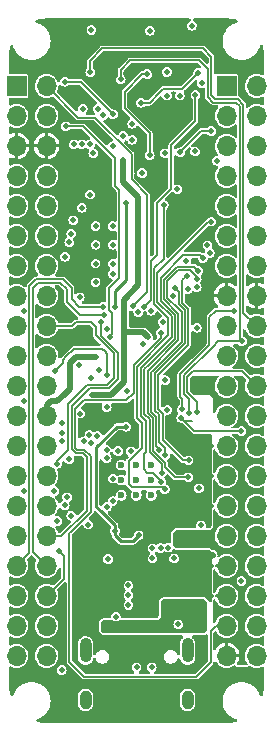
<source format=gbr>
G04 #@! TF.GenerationSoftware,KiCad,Pcbnew,(6.0.5)*
G04 #@! TF.CreationDate,2022-12-13T18:03:46-08:00*
G04 #@! TF.ProjectId,pico-ice,7069636f-2d69-4636-952e-6b696361645f,REV1*
G04 #@! TF.SameCoordinates,Original*
G04 #@! TF.FileFunction,Copper,L3,Inr*
G04 #@! TF.FilePolarity,Positive*
%FSLAX46Y46*%
G04 Gerber Fmt 4.6, Leading zero omitted, Abs format (unit mm)*
G04 Created by KiCad (PCBNEW (6.0.5)) date 2022-12-13 18:03:46*
%MOMM*%
%LPD*%
G01*
G04 APERTURE LIST*
G04 #@! TA.AperFunction,ComponentPad*
%ADD10O,1.000000X2.100000*%
G04 #@! TD*
G04 #@! TA.AperFunction,ComponentPad*
%ADD11O,1.000000X1.600000*%
G04 #@! TD*
G04 #@! TA.AperFunction,ComponentPad*
%ADD12R,1.700000X1.700000*%
G04 #@! TD*
G04 #@! TA.AperFunction,ComponentPad*
%ADD13O,1.700000X1.700000*%
G04 #@! TD*
G04 #@! TA.AperFunction,ComponentPad*
%ADD14C,0.600000*%
G04 #@! TD*
G04 #@! TA.AperFunction,ViaPad*
%ADD15C,0.508000*%
G04 #@! TD*
G04 #@! TA.AperFunction,Conductor*
%ADD16C,0.254000*%
G04 #@! TD*
G04 #@! TA.AperFunction,Conductor*
%ADD17C,0.508000*%
G04 #@! TD*
G04 #@! TA.AperFunction,Conductor*
%ADD18C,0.152400*%
G04 #@! TD*
G04 APERTURE END LIST*
D10*
X76710000Y-127807000D03*
D11*
X68070000Y-131987000D03*
X76710000Y-131987000D03*
D10*
X68070000Y-127807000D03*
D12*
X80010000Y-80010000D03*
D13*
X82550000Y-80010000D03*
X80010000Y-82550000D03*
X82550000Y-82550000D03*
X80010000Y-85090000D03*
X82550000Y-85090000D03*
X80010000Y-87630000D03*
X82550000Y-87630000D03*
X80010000Y-90170000D03*
X82550000Y-90170000D03*
X80010000Y-92710000D03*
X82550000Y-92710000D03*
X80010000Y-95250000D03*
X82550000Y-95250000D03*
X80010000Y-97790000D03*
X82550000Y-97790000D03*
X80010000Y-100330000D03*
X82550000Y-100330000D03*
X80010000Y-102870000D03*
X82550000Y-102870000D03*
X80010000Y-105410000D03*
X82550000Y-105410000D03*
X80010000Y-107950000D03*
X82550000Y-107950000D03*
X80010000Y-110490000D03*
X82550000Y-110490000D03*
X80010000Y-113030000D03*
X82550000Y-113030000D03*
X80010000Y-115570000D03*
X82550000Y-115570000D03*
X80010000Y-118110000D03*
X82550000Y-118110000D03*
X80010000Y-120650000D03*
X82550000Y-120650000D03*
X80010000Y-123190000D03*
X82550000Y-123190000D03*
X80010000Y-125730000D03*
X82550000Y-125730000D03*
X80010000Y-128270000D03*
X82550000Y-128270000D03*
D12*
X62230000Y-80010000D03*
D13*
X64770000Y-80010000D03*
X62230000Y-82550000D03*
X64770000Y-82550000D03*
X62230000Y-85090000D03*
X64770000Y-85090000D03*
X62230000Y-87630000D03*
X64770000Y-87630000D03*
X62230000Y-90170000D03*
X64770000Y-90170000D03*
X62230000Y-92710000D03*
X64770000Y-92710000D03*
X62230000Y-95250000D03*
X64770000Y-95250000D03*
X62230000Y-97790000D03*
X64770000Y-97790000D03*
X62230000Y-100330000D03*
X64770000Y-100330000D03*
X62230000Y-102870000D03*
X64770000Y-102870000D03*
X62230000Y-105410000D03*
X64770000Y-105410000D03*
X62230000Y-107950000D03*
X64770000Y-107950000D03*
X62230000Y-110490000D03*
X64770000Y-110490000D03*
X62230000Y-113030000D03*
X64770000Y-113030000D03*
X62230000Y-115570000D03*
X64770000Y-115570000D03*
X62230000Y-118110000D03*
X64770000Y-118110000D03*
X62230000Y-120650000D03*
X64770000Y-120650000D03*
X62230000Y-123190000D03*
X64770000Y-123190000D03*
X62230000Y-125730000D03*
X64770000Y-125730000D03*
X62230000Y-128270000D03*
X64770000Y-128270000D03*
D14*
X72364600Y-113385600D03*
X73639600Y-114660600D03*
X71089600Y-112110600D03*
X72364600Y-114660600D03*
X71089600Y-114660600D03*
X71089600Y-113385600D03*
X73639600Y-113385600D03*
X72364600Y-112110600D03*
X73639600Y-112110600D03*
D15*
X77912118Y-79764071D03*
X78394718Y-93508071D03*
X68453000Y-89204800D03*
X68300600Y-117144800D03*
X69860318Y-100566671D03*
X66675000Y-111607600D03*
X74828400Y-104927400D03*
X69977000Y-120065800D03*
X77073918Y-74912671D03*
X76728469Y-97213871D03*
X68920518Y-95046403D03*
X71551800Y-105841800D03*
X70368318Y-95046403D03*
X67574318Y-97899671D03*
X75565000Y-120015000D03*
X75829318Y-88755671D03*
X68920518Y-91879871D03*
X74965718Y-78824271D03*
X68920518Y-93463137D03*
X69864720Y-107213400D03*
X72852500Y-87384071D03*
X70368318Y-91879871D03*
X71257318Y-84259871D03*
X77851000Y-117221000D03*
X68920518Y-96629671D03*
X68564918Y-75268271D03*
X70368318Y-93463137D03*
X73517918Y-75344471D03*
X75920600Y-125603000D03*
X70368318Y-95918471D03*
X77673200Y-114071400D03*
X69199918Y-104071871D03*
X75946000Y-118110000D03*
X75946000Y-118745000D03*
X77343000Y-105156000D03*
X68666518Y-76766871D03*
X72476518Y-75369871D03*
X77851000Y-116332000D03*
X72364600Y-108864400D03*
X78838589Y-119731600D03*
X66710718Y-86952271D03*
X69087500Y-117551200D03*
X69875400Y-117703600D03*
X67802918Y-100642871D03*
X68387118Y-107196071D03*
X75651518Y-90025671D03*
X67640200Y-111582200D03*
X78394718Y-92542871D03*
X71917928Y-117712403D03*
X74203718Y-79052871D03*
X78445998Y-89822471D03*
X67335400Y-118313200D03*
X67335400Y-119278400D03*
X69961918Y-89949471D03*
X76962000Y-112395000D03*
X68935600Y-116484400D03*
X66177318Y-74938071D03*
X70561200Y-117678200D03*
X72567800Y-118059200D03*
X71501000Y-108864400D03*
X70820636Y-110927236D03*
X71886882Y-110949835D03*
X75082400Y-119100600D03*
X71704200Y-122301000D03*
X71704200Y-123126500D03*
X71704200Y-123952000D03*
X73736200Y-119151400D03*
X74422000Y-119126000D03*
X73365518Y-101303271D03*
X68580000Y-106146600D03*
X71282718Y-86317271D03*
X70586600Y-98755200D03*
X71536718Y-89924071D03*
X73517918Y-85860071D03*
X74432318Y-100922271D03*
X73289318Y-79002071D03*
X72953682Y-101831235D03*
X70114318Y-101227071D03*
X66405918Y-83421671D03*
X69872691Y-111535443D03*
X65821718Y-119362671D03*
X66065400Y-129463800D03*
X65695218Y-111996671D03*
X67741800Y-90322400D03*
X77607318Y-78900471D03*
X67828318Y-81948471D03*
X72755918Y-81440471D03*
X76794518Y-111717271D03*
X76642118Y-96070871D03*
X76073000Y-85616389D03*
X70358000Y-85115400D03*
X78699518Y-83828071D03*
X77480318Y-97061471D03*
X69580918Y-82481871D03*
X66304318Y-79662471D03*
X70393718Y-82405671D03*
X76057918Y-80830871D03*
X74610118Y-99982471D03*
X68717318Y-85700100D03*
X72019318Y-83218471D03*
X75499118Y-97772671D03*
X74803000Y-85699600D03*
X77378718Y-80780071D03*
X73029900Y-98687071D03*
X65440718Y-114308071D03*
X68920518Y-102928871D03*
X72019318Y-84564671D03*
X77347882Y-85560707D03*
X74838718Y-111285471D03*
X75651518Y-97086871D03*
X74330718Y-110802871D03*
X69098318Y-81948471D03*
X74965718Y-80830871D03*
X77480318Y-96375671D03*
X78590616Y-94154032D03*
X76616218Y-94827623D03*
X79182118Y-86342671D03*
X74787918Y-114155671D03*
X74686318Y-90076471D03*
X78724918Y-91491300D03*
X74483118Y-113520671D03*
X78013718Y-94572271D03*
X74508518Y-112758671D03*
X76769118Y-113139671D03*
X77632718Y-95664471D03*
X68395079Y-109568193D03*
X69072918Y-109659871D03*
X68564918Y-110244071D03*
X69850500Y-110797362D03*
X67903058Y-110102527D03*
X70383400Y-113258600D03*
X70358000Y-115163600D03*
X69875400Y-115646200D03*
X66863118Y-116390871D03*
X69367400Y-100025200D03*
X69570600Y-98704400D03*
X69646800Y-99390200D03*
X68564918Y-104732271D03*
X72529900Y-99169671D03*
X73634696Y-99044617D03*
X66116200Y-108534200D03*
X66101618Y-109355071D03*
X62835287Y-114318840D03*
X66101618Y-110040871D03*
X70637400Y-124942600D03*
X73736200Y-120015000D03*
X66504835Y-114838788D03*
X77497340Y-100490471D03*
X74828400Y-125603000D03*
X77825600Y-125704600D03*
X69951600Y-125603000D03*
X77114400Y-125704600D03*
X76784200Y-123926600D03*
X72390000Y-129235200D03*
X73685400Y-129235200D03*
X65669318Y-116848071D03*
X67767200Y-84963000D03*
X66863118Y-92514871D03*
X62847987Y-99066141D03*
X77497340Y-107653271D03*
X69885718Y-104478271D03*
X65491518Y-104148071D03*
X67081400Y-84963000D03*
X76210318Y-107399271D03*
X66685318Y-93251471D03*
X80655318Y-99068071D03*
X68463318Y-78849671D03*
X66329718Y-94470671D03*
X71054118Y-79459271D03*
X81315718Y-101633471D03*
X76819918Y-107678671D03*
X68453000Y-84963000D03*
X67020954Y-91377307D03*
X75004363Y-107424171D03*
X62849918Y-106688071D03*
X81264918Y-121928071D03*
X76167671Y-108110971D03*
X81264918Y-109228071D03*
X66304318Y-115501871D03*
X67624618Y-107754871D03*
X72073200Y-98661671D03*
X67548912Y-103640077D03*
D16*
X72567800Y-118059200D02*
X72051729Y-118575271D01*
X72051729Y-118575271D02*
X71079518Y-118575271D01*
X68971318Y-110599671D02*
X70706589Y-108864400D01*
X70884389Y-108864400D02*
X71501000Y-108864400D01*
X69339618Y-115997171D02*
X68971318Y-115628871D01*
X70561200Y-117678200D02*
X70561200Y-117218753D01*
X71079518Y-118575271D02*
X70561200Y-118056953D01*
X70561200Y-118056953D02*
X70561200Y-117678200D01*
X70706589Y-108864400D02*
X70884389Y-108864400D01*
X68971318Y-115628871D02*
X68971318Y-110599671D01*
X70561200Y-117218753D02*
X69339618Y-115997171D01*
D17*
X73365518Y-101303271D02*
X72933718Y-100871471D01*
X72552718Y-89390671D02*
X72552718Y-96883671D01*
X71333518Y-100820671D02*
X71333518Y-104224271D01*
X71384318Y-100871471D02*
X71333518Y-100820671D01*
X72552718Y-96883671D02*
X71333518Y-98102871D01*
X70249389Y-106146600D02*
X71333518Y-105062471D01*
X71333518Y-98102871D02*
X71333518Y-100820671D01*
X72933718Y-100871471D02*
X71384318Y-100871471D01*
X71282718Y-88120671D02*
X72552718Y-89390671D01*
X68580000Y-106146600D02*
X69411189Y-106146600D01*
X71333518Y-105062471D02*
X71333518Y-104224271D01*
X71282718Y-86317271D02*
X71282718Y-88120671D01*
X69411189Y-106146600D02*
X70249389Y-106146600D01*
D16*
X71536718Y-89924071D02*
X71536718Y-96451871D01*
X70586600Y-97401989D02*
X70586600Y-98755200D01*
X71536718Y-96451871D02*
X70586600Y-97401989D01*
D18*
X78674118Y-128811471D02*
X78191518Y-129294071D01*
X67955318Y-130030671D02*
X66710718Y-128786071D01*
X74432318Y-101391419D02*
X74095392Y-101728345D01*
X72146318Y-103677419D02*
X72146318Y-106027671D01*
X78674118Y-126195271D02*
X78674118Y-128811471D01*
X68539518Y-116060671D02*
X68539518Y-111361671D01*
X73517918Y-85860071D02*
X73517918Y-84031271D01*
X80010000Y-125730000D02*
X79139389Y-125730000D01*
X67904518Y-106637271D02*
X71536718Y-106637271D01*
X67167918Y-107373871D02*
X67904518Y-106637271D01*
X67167918Y-109177271D02*
X67167918Y-107373871D01*
X71384318Y-80500671D02*
X72882918Y-79002071D01*
X74432318Y-100922271D02*
X74432318Y-101391419D01*
X71536718Y-106637271D02*
X72146318Y-106027671D01*
X67345718Y-110802871D02*
X67167918Y-110625071D01*
X66812318Y-117787871D02*
X68539518Y-116060671D01*
X66710718Y-117889471D02*
X66812318Y-117787871D01*
X78191518Y-129294071D02*
X77454918Y-130030671D01*
X67167918Y-110625071D02*
X67167918Y-109177271D01*
X72882918Y-79002071D02*
X73289318Y-79002071D01*
X66710718Y-128786071D02*
X66710718Y-117889471D01*
X79139389Y-125730000D02*
X78674118Y-126195271D01*
X77454918Y-130030671D02*
X67955318Y-130030671D01*
X71384318Y-81897671D02*
X71384318Y-80500671D01*
X73517918Y-84031271D02*
X71384318Y-81897671D01*
X67980718Y-110802871D02*
X67345718Y-110802871D01*
X68539518Y-111361671D02*
X67980718Y-110802871D01*
X72380892Y-103442845D02*
X72146318Y-103677419D01*
X74095392Y-101728345D02*
X72380892Y-103442845D01*
X70063518Y-98636271D02*
X70063518Y-98128271D01*
X70571518Y-86139471D02*
X69377718Y-84945671D01*
X70063518Y-98128271D02*
X70063518Y-97112271D01*
X70063518Y-97112271D02*
X70927118Y-96248671D01*
X70927118Y-96248671D02*
X70927118Y-88831871D01*
X70342918Y-99245871D02*
X70063518Y-98966471D01*
X67853718Y-83421671D02*
X69377718Y-84945671D01*
X70927118Y-88831871D02*
X70571518Y-88476271D01*
X70342918Y-100998471D02*
X70342918Y-99245871D01*
X70114318Y-101227071D02*
X70342918Y-100998471D01*
X70063518Y-98966471D02*
X70063518Y-98636271D01*
X66405918Y-83421671D02*
X67853718Y-83421671D01*
X70571518Y-88476271D02*
X70571518Y-86139471D01*
X66228118Y-121731882D02*
X64770000Y-123190000D01*
X66228118Y-119769071D02*
X66228118Y-121731882D01*
X65821718Y-119362671D02*
X66228118Y-119769071D01*
X68945918Y-101138923D02*
X68945918Y-100414271D01*
X70463192Y-102656197D02*
X68945918Y-101138923D01*
X68564918Y-100033271D02*
X67244118Y-100033271D01*
X66947389Y-100330000D02*
X64770000Y-100330000D01*
X68945918Y-100414271D02*
X68564918Y-100033271D01*
X66609118Y-106916671D02*
X68234238Y-105291551D01*
X70463192Y-104750945D02*
X70463192Y-102656197D01*
X65695218Y-111742171D02*
X66609118Y-110828271D01*
X67244118Y-100033271D02*
X66947389Y-100330000D01*
X69922586Y-105291551D02*
X70463192Y-104750945D01*
X65695218Y-111996671D02*
X65695218Y-111742171D01*
X68234238Y-105291551D02*
X69922586Y-105291551D01*
X66609118Y-110828271D02*
X66609118Y-106916671D01*
X76768638Y-98893631D02*
X76768637Y-99134244D01*
X76768637Y-99134244D02*
X76768637Y-101913352D01*
X74229118Y-107396263D02*
X74229118Y-104452871D01*
X74229118Y-104452871D02*
X74419618Y-104262371D01*
X75397518Y-80246671D02*
X76007118Y-80246671D01*
X76642118Y-96070871D02*
X76260638Y-96452351D01*
X74610118Y-107777263D02*
X74229118Y-107396263D01*
X76768637Y-101913352D02*
X74419618Y-104262371D01*
X74686318Y-80246671D02*
X75397518Y-80246671D01*
X76260638Y-96452351D02*
X76260638Y-98385631D01*
X77607318Y-78900471D02*
X76261118Y-80246671D01*
X74305318Y-80627671D02*
X74635518Y-80297471D01*
X76260638Y-98385631D02*
X76768638Y-98893631D01*
X73492518Y-81440471D02*
X74305318Y-80627671D01*
X74610118Y-109990071D02*
X76337318Y-111717271D01*
X76337318Y-111717271D02*
X76794518Y-111717271D01*
X74610118Y-107777263D02*
X74610118Y-109990071D01*
X74635518Y-80297471D02*
X74686318Y-80246671D01*
X76261118Y-80246671D02*
X76007118Y-80246671D01*
X72755918Y-81440471D02*
X73492518Y-81440471D01*
X77861318Y-83828071D02*
X78699518Y-83828071D01*
X76073000Y-85616389D02*
X77861318Y-83828071D01*
X66304318Y-79662471D02*
X67650518Y-79662471D01*
X67650518Y-79662471D02*
X70393718Y-82405671D01*
X74102118Y-94343671D02*
X74102118Y-89949471D01*
X74102118Y-89949471D02*
X75321318Y-88730271D01*
X77378718Y-82971482D02*
X77378718Y-80780071D01*
X75321318Y-88730271D02*
X75321318Y-85028882D01*
X73029900Y-98687071D02*
X73594118Y-98122853D01*
X73594118Y-94851671D02*
X74102118Y-94343671D01*
X73594118Y-98122853D02*
X73594118Y-94851671D01*
X75321318Y-85028882D02*
X77378718Y-82971482D01*
D17*
X65691212Y-106716977D02*
X65114024Y-106716977D01*
X67269518Y-102928871D02*
X68920518Y-102928871D01*
X66304318Y-106103871D02*
X65691212Y-106716977D01*
X66736118Y-105672071D02*
X66736118Y-103462271D01*
X64770000Y-107061000D02*
X65114024Y-106716977D01*
X64770000Y-107950000D02*
X64770000Y-107061000D01*
X66304318Y-106103871D02*
X66736118Y-105672071D01*
X66736118Y-103462271D02*
X67269518Y-102928871D01*
D18*
X75651518Y-97086871D02*
X75981718Y-97417071D01*
X76489718Y-99018711D02*
X76489718Y-101785871D01*
X74261996Y-107823593D02*
X73950198Y-107511795D01*
X75981718Y-98510711D02*
X76489718Y-99018711D01*
X76489718Y-101785871D02*
X74127518Y-104148071D01*
X74838718Y-110625071D02*
X74329276Y-110115629D01*
X75981718Y-97417071D02*
X75981718Y-98510711D01*
X74261996Y-107823593D02*
X74329276Y-107890873D01*
X73950198Y-107511795D02*
X73950198Y-104325391D01*
X74838718Y-111285471D02*
X74838718Y-110625071D01*
X74329276Y-110115629D02*
X74329276Y-109404429D01*
X73950198Y-104325391D02*
X74127518Y-104148071D01*
X74329276Y-107890873D02*
X74329276Y-109404429D01*
X74991118Y-97264671D02*
X74991118Y-97950471D01*
X74991118Y-97950471D02*
X75955358Y-98914711D01*
X76208396Y-101660793D02*
X73759218Y-104109971D01*
X77480318Y-96172471D02*
X76896118Y-95588271D01*
X77480318Y-96375671D02*
X77480318Y-96172471D01*
X76896118Y-95588271D02*
X75930918Y-95588271D01*
X73798070Y-107754119D02*
X74050357Y-108006406D01*
X75955358Y-98914711D02*
X75955358Y-98916631D01*
X75955358Y-98916631D02*
X76208396Y-99169669D01*
X73798070Y-107754119D02*
X73644918Y-107600967D01*
X76208396Y-99169669D02*
X76208396Y-101660793D01*
X73644918Y-107600967D02*
X73644918Y-104224271D01*
X74050358Y-110522511D02*
X74330718Y-110802871D01*
X74050357Y-108006406D02*
X74050358Y-110522511D01*
X74991118Y-96528071D02*
X74991118Y-97264671D01*
X73644918Y-104224271D02*
X73759218Y-104109971D01*
X75930918Y-95588271D02*
X74991118Y-96528071D01*
X72857518Y-108542271D02*
X72857518Y-110625071D01*
X74686318Y-94648471D02*
X73874478Y-95460311D01*
X72425718Y-103792471D02*
X72425718Y-108110471D01*
X71714518Y-113749271D02*
X71968518Y-114003271D01*
X75092718Y-99650351D02*
X75092718Y-101125471D01*
X72425718Y-108110471D02*
X72857518Y-108542271D01*
X74686318Y-90076471D02*
X74686318Y-94648471D01*
X74837758Y-99397311D02*
X74839678Y-99397311D01*
X73874478Y-95460311D02*
X73874478Y-98434031D01*
X71968518Y-114003271D02*
X74635518Y-114003271D01*
X74839678Y-99397311D02*
X75092718Y-99650351D01*
X73874478Y-98434031D02*
X74837758Y-99397311D01*
X71714518Y-111768071D02*
X71714518Y-113749271D01*
X72857518Y-110625071D02*
X71714518Y-111768071D01*
X75092718Y-101125471D02*
X72425718Y-103792471D01*
X74635518Y-114003271D02*
X74787918Y-114155671D01*
X72730518Y-103919471D02*
X72730518Y-107958071D01*
X78478489Y-91491300D02*
X74153398Y-95816391D01*
X72730518Y-107958071D02*
X73162318Y-108389871D01*
X74153398Y-98305591D02*
X75371637Y-99523830D01*
X78724918Y-91491300D02*
X78478489Y-91491300D01*
X74153398Y-95816391D02*
X74153398Y-98305591D01*
X75371637Y-99523830D02*
X75371638Y-101278351D01*
X73754740Y-112758671D02*
X74483118Y-113487049D01*
X75371638Y-101278351D02*
X72730518Y-103919471D01*
X73289318Y-112758671D02*
X73754740Y-112758671D01*
X73162318Y-108389871D02*
X73162318Y-110980671D01*
X73009918Y-112479271D02*
X73289318Y-112758671D01*
X73162318Y-110980671D02*
X73009918Y-111133071D01*
X73009918Y-111133071D02*
X73009918Y-112479271D01*
X74483118Y-113487049D02*
X74483118Y-113520671D01*
X73492518Y-108237471D02*
X73060718Y-107805671D01*
X76362718Y-94318271D02*
X77759718Y-94318271D01*
X74432318Y-96248671D02*
X76362718Y-94318271D01*
X73492518Y-111031471D02*
X73492518Y-108237471D01*
X75650557Y-101405832D02*
X75650557Y-99408298D01*
X73454418Y-103601971D02*
X75650557Y-101405832D01*
X74508518Y-112047471D02*
X73492518Y-111031471D01*
X73454418Y-103613919D02*
X73454418Y-103601971D01*
X74432318Y-98190059D02*
X74432318Y-96248671D01*
X74508518Y-112758671D02*
X74508518Y-112047471D01*
X75650557Y-99408298D02*
X74432318Y-98190059D01*
X77759718Y-94318271D02*
X78013718Y-94572271D01*
X73060718Y-107805671D02*
X73060718Y-104007619D01*
X73060718Y-104007619D02*
X73454418Y-103613919D01*
X75651518Y-113139671D02*
X76769118Y-113139671D01*
X74712198Y-96400591D02*
X74712198Y-98075487D01*
X75929476Y-101533313D02*
X73340118Y-104122671D01*
X73771438Y-108121939D02*
X73771438Y-110903991D01*
X75929476Y-99523831D02*
X75929476Y-101533313D01*
X74712198Y-98075487D02*
X75929477Y-99292766D01*
X75803918Y-95308871D02*
X74712198Y-96400591D01*
X75929477Y-99292766D02*
X75929476Y-99523831D01*
X74787918Y-111920471D02*
X74787918Y-112276071D01*
X73771438Y-110903991D02*
X74787918Y-111920471D01*
X77632718Y-95664471D02*
X77277118Y-95308871D01*
X73340118Y-104122671D02*
X73340118Y-107690619D01*
X77277118Y-95308871D02*
X75803918Y-95308871D01*
X74787918Y-112276071D02*
X75651518Y-113139671D01*
X73340118Y-107690619D02*
X73771438Y-108121939D01*
X64770000Y-118110000D02*
X66007589Y-118110000D01*
X68437918Y-105570471D02*
X70038118Y-105570471D01*
X70800118Y-104808471D02*
X70800118Y-102598671D01*
X70800118Y-102598671D02*
X69367400Y-101165953D01*
X66007589Y-118110000D02*
X68158518Y-115959071D01*
X67231418Y-111094971D02*
X66888038Y-110751591D01*
X66888038Y-110751591D02*
X66888038Y-107120351D01*
X69367400Y-101165953D02*
X69367400Y-100025200D01*
X67841018Y-111094971D02*
X67231418Y-111094971D01*
X68158518Y-111412471D02*
X67841018Y-111094971D01*
X66888038Y-107120351D02*
X68437918Y-105570471D01*
X68158518Y-115959071D02*
X68158518Y-111412471D01*
X70038118Y-105570471D02*
X70800118Y-104808471D01*
X63307118Y-119572882D02*
X62230000Y-120650000D01*
X66888518Y-98077471D02*
X66888518Y-97086871D01*
X69570600Y-98704400D02*
X67515447Y-98704400D01*
X63307118Y-96934471D02*
X63307118Y-119572882D01*
X67515447Y-98704400D02*
X66888518Y-98077471D01*
X66888518Y-97086871D02*
X66177318Y-96375671D01*
X63865918Y-96375671D02*
X63307118Y-96934471D01*
X66177318Y-96375671D02*
X63865918Y-96375671D01*
X64018798Y-96654591D02*
X63586038Y-97087351D01*
X65922838Y-96654591D02*
X64018798Y-96654591D01*
X66507518Y-97239271D02*
X65922838Y-96654591D01*
X63586038Y-119466038D02*
X64770000Y-120650000D01*
X63586038Y-97087351D02*
X63586038Y-119466038D01*
X67566247Y-99390200D02*
X66507518Y-98331471D01*
X69646800Y-99390200D02*
X67566247Y-99390200D01*
X66507518Y-98331471D02*
X66507518Y-97239271D01*
X81313471Y-104173471D02*
X77150118Y-104173471D01*
X66177318Y-103462271D02*
X65491518Y-104148071D01*
X66456718Y-102903471D02*
X66177318Y-103182871D01*
X76769118Y-104554471D02*
X76692918Y-104630671D01*
X69885718Y-104478271D02*
X69885718Y-102674871D01*
X82550000Y-105410000D02*
X81313471Y-104173471D01*
X76692918Y-104630671D02*
X76692918Y-105926071D01*
X69885718Y-102674871D02*
X69695218Y-102484371D01*
X66177318Y-103182871D02*
X66177318Y-103462271D01*
X77150118Y-104173471D02*
X76769118Y-104554471D01*
X77497340Y-106730493D02*
X77497340Y-107653271D01*
X69479318Y-102268471D02*
X69149118Y-102268471D01*
X69695218Y-102484371D02*
X69479318Y-102268471D01*
X67091718Y-102268471D02*
X66456718Y-102903471D01*
X69149118Y-102268471D02*
X67091718Y-102268471D01*
X76692918Y-105926071D02*
X77497340Y-106730493D01*
X78547599Y-101975138D02*
X76083318Y-104439419D01*
X80655318Y-99068071D02*
X79081478Y-99068071D01*
X79081478Y-99068071D02*
X78547598Y-99601951D01*
X69504718Y-76817671D02*
X77988318Y-76817671D01*
X80960118Y-81135671D02*
X81417318Y-81592871D01*
X76083318Y-104833871D02*
X76083318Y-106332471D01*
X78724918Y-77554271D02*
X78724918Y-80805471D01*
X77988318Y-76817671D02*
X78724918Y-77554271D01*
X76261118Y-107348471D02*
X76210318Y-107399271D01*
X81417318Y-99197318D02*
X82550000Y-100330000D01*
X76261118Y-106510271D02*
X76261118Y-107348471D01*
X78724918Y-80805471D02*
X79055118Y-81135671D01*
X81417318Y-81592871D02*
X81417318Y-99197318D01*
X79055118Y-81135671D02*
X80960118Y-81135671D01*
X78547598Y-99601951D02*
X78547599Y-101975138D01*
X76083318Y-106332471D02*
X76261118Y-106510271D01*
X76083318Y-104439419D02*
X76083318Y-104833871D01*
X68463318Y-78849671D02*
X68463318Y-77859071D01*
X68463318Y-77859071D02*
X69504718Y-76817671D01*
X71866918Y-77833671D02*
X77683518Y-77833671D01*
X81138398Y-101456151D02*
X81315718Y-101633471D01*
X76819918Y-107678671D02*
X76819918Y-107246871D01*
X76413998Y-104503191D02*
X76413999Y-104746204D01*
X76413999Y-106104352D02*
X76819918Y-106510271D01*
X76819918Y-106510271D02*
X76819918Y-107246871D01*
X77683518Y-77833671D02*
X78420118Y-78570271D01*
X71054118Y-79459271D02*
X71054118Y-78646471D01*
X79283718Y-101633471D02*
X78826518Y-102090671D01*
X78826518Y-102090671D02*
X76413998Y-104503191D01*
X81138398Y-81708403D02*
X81138398Y-101456151D01*
X78420118Y-78570271D02*
X78420118Y-80932471D01*
X76413999Y-104746204D02*
X76413999Y-106104352D01*
X78902718Y-81415071D02*
X80845066Y-81415071D01*
X80845066Y-81415071D02*
X81138398Y-81708403D01*
X71054118Y-78646471D02*
X71866918Y-77833671D01*
X81315718Y-101633471D02*
X79283718Y-101633471D01*
X78420118Y-80932471D02*
X78902718Y-81415071D01*
X77284771Y-109228071D02*
X76446571Y-108389871D01*
X76446571Y-108389871D02*
X77099318Y-108389871D01*
X81264918Y-109228071D02*
X77284771Y-109228071D01*
X76167671Y-108110971D02*
X76446571Y-108389871D01*
X77099318Y-108389871D02*
X76540518Y-108389871D01*
X67599718Y-82685071D02*
X68869718Y-82685071D01*
X64770000Y-80010000D02*
X67445071Y-82685071D01*
X67445071Y-82685071D02*
X67599718Y-82685071D01*
X73315198Y-97419673D02*
X72073200Y-98661671D01*
X73315198Y-89264151D02*
X73315198Y-97419673D01*
X71968518Y-87917471D02*
X73315198Y-89264151D01*
X68869718Y-82685071D02*
X71968518Y-85783871D01*
X71968518Y-85783871D02*
X71968518Y-87917471D01*
G04 #@! TA.AperFunction,Conductor*
G36*
X76932203Y-74315502D02*
G01*
X76978696Y-74369158D01*
X76988800Y-74439432D01*
X76959306Y-74504012D01*
X76921285Y-74533767D01*
X76831767Y-74579379D01*
X76740626Y-74670520D01*
X76682109Y-74785365D01*
X76680558Y-74795158D01*
X76667927Y-74874911D01*
X76661946Y-74912671D01*
X76682109Y-75039977D01*
X76740626Y-75154822D01*
X76831767Y-75245963D01*
X76946612Y-75304480D01*
X77073918Y-75324643D01*
X77201224Y-75304480D01*
X77316069Y-75245963D01*
X77407210Y-75154822D01*
X77465727Y-75039977D01*
X77485890Y-74912671D01*
X77479910Y-74874911D01*
X77467278Y-74795158D01*
X77465727Y-74785365D01*
X77407210Y-74670520D01*
X77316069Y-74579379D01*
X77226551Y-74533767D01*
X77174936Y-74485018D01*
X77157870Y-74416103D01*
X77180771Y-74348902D01*
X77236369Y-74304750D01*
X77283754Y-74295500D01*
X79965489Y-74295500D01*
X79980081Y-74296348D01*
X80004894Y-74299241D01*
X80012793Y-74300162D01*
X80032976Y-74297630D01*
X80053512Y-74296743D01*
X80345115Y-74307980D01*
X80358495Y-74309213D01*
X80674336Y-74355402D01*
X80687508Y-74358053D01*
X80868504Y-74404636D01*
X80929488Y-74440986D01*
X80961140Y-74504536D01*
X80953409Y-74575111D01*
X80908750Y-74630302D01*
X80866512Y-74649177D01*
X80787470Y-74668154D01*
X80787463Y-74668156D01*
X80782649Y-74669312D01*
X80778078Y-74671205D01*
X80778076Y-74671206D01*
X80553894Y-74764065D01*
X80553890Y-74764067D01*
X80549320Y-74765960D01*
X80333983Y-74897919D01*
X80141939Y-75061939D01*
X79977919Y-75253983D01*
X79928469Y-75334678D01*
X79850456Y-75461984D01*
X79845960Y-75469320D01*
X79844067Y-75473890D01*
X79844065Y-75473894D01*
X79766302Y-75661631D01*
X79749312Y-75702649D01*
X79736397Y-75756443D01*
X79691509Y-75943412D01*
X79691508Y-75943418D01*
X79690354Y-75948225D01*
X79670539Y-76200000D01*
X79690354Y-76451775D01*
X79691508Y-76456582D01*
X79691509Y-76456588D01*
X79726829Y-76603702D01*
X79749312Y-76697351D01*
X79751205Y-76701922D01*
X79751206Y-76701924D01*
X79794177Y-76805664D01*
X79845960Y-76930680D01*
X79977919Y-77146017D01*
X80141939Y-77338061D01*
X80333983Y-77502081D01*
X80549320Y-77634040D01*
X80553890Y-77635933D01*
X80553894Y-77635935D01*
X80738838Y-77712541D01*
X80782649Y-77730688D01*
X80860652Y-77749415D01*
X81023412Y-77788491D01*
X81023418Y-77788492D01*
X81028225Y-77789646D01*
X81116253Y-77796574D01*
X81214507Y-77804307D01*
X81214516Y-77804307D01*
X81216964Y-77804500D01*
X81343036Y-77804500D01*
X81345484Y-77804307D01*
X81345493Y-77804307D01*
X81443747Y-77796574D01*
X81531775Y-77789646D01*
X81536582Y-77788492D01*
X81536588Y-77788491D01*
X81699348Y-77749415D01*
X81777351Y-77730688D01*
X81821162Y-77712541D01*
X82006106Y-77635935D01*
X82006110Y-77635933D01*
X82010680Y-77634040D01*
X82226017Y-77502081D01*
X82418061Y-77338061D01*
X82582081Y-77146017D01*
X82714040Y-76930680D01*
X82765824Y-76805664D01*
X82808794Y-76701924D01*
X82808795Y-76701922D01*
X82810688Y-76697351D01*
X82811844Y-76692537D01*
X82811846Y-76692530D01*
X82830823Y-76613488D01*
X82866175Y-76551919D01*
X82929202Y-76519237D01*
X82999893Y-76525818D01*
X83055804Y-76569572D01*
X83075364Y-76611496D01*
X83121947Y-76792490D01*
X83124598Y-76805664D01*
X83170787Y-77121505D01*
X83172020Y-77134885D01*
X83182905Y-77417341D01*
X83182973Y-77419117D01*
X83181730Y-77442266D01*
X83180037Y-77453801D01*
X83180759Y-77461369D01*
X83183930Y-77494605D01*
X83184500Y-77506572D01*
X83184500Y-79001542D01*
X83164498Y-79069663D01*
X83110842Y-79116156D01*
X83040568Y-79126260D01*
X82998571Y-79112378D01*
X82995756Y-79110856D01*
X82940520Y-79080990D01*
X82752637Y-79022830D01*
X82746519Y-79022187D01*
X82746514Y-79022186D01*
X82563164Y-79002916D01*
X82563162Y-79002916D01*
X82557035Y-79002272D01*
X82474199Y-79009810D01*
X82367305Y-79019538D01*
X82367302Y-79019539D01*
X82361166Y-79020097D01*
X82172489Y-79075628D01*
X81998192Y-79166748D01*
X81993392Y-79170608D01*
X81993391Y-79170608D01*
X81972428Y-79187463D01*
X81844912Y-79289988D01*
X81840954Y-79294705D01*
X81840952Y-79294707D01*
X81815803Y-79324679D01*
X81718489Y-79440653D01*
X81623739Y-79613004D01*
X81621878Y-79618871D01*
X81621877Y-79618873D01*
X81615389Y-79639325D01*
X81564269Y-79800476D01*
X81542345Y-79995930D01*
X81545889Y-80038138D01*
X81557340Y-80174492D01*
X81558803Y-80191919D01*
X81560502Y-80197844D01*
X81609322Y-80368099D01*
X81613015Y-80380979D01*
X81615830Y-80386456D01*
X81615831Y-80386459D01*
X81698211Y-80546753D01*
X81702916Y-80555908D01*
X81706739Y-80560732D01*
X81706742Y-80560736D01*
X81786838Y-80661791D01*
X81825083Y-80710044D01*
X81829777Y-80714038D01*
X81829777Y-80714039D01*
X81961995Y-80826565D01*
X81974862Y-80837516D01*
X81980240Y-80840522D01*
X81980242Y-80840523D01*
X82016302Y-80860676D01*
X82146547Y-80933467D01*
X82333600Y-80994244D01*
X82528895Y-81017532D01*
X82535030Y-81017060D01*
X82535032Y-81017060D01*
X82718852Y-81002916D01*
X82718856Y-81002915D01*
X82724994Y-81002443D01*
X82914428Y-80949552D01*
X82919932Y-80946772D01*
X82919934Y-80946771D01*
X83001690Y-80905473D01*
X83071512Y-80892613D01*
X83137203Y-80919542D01*
X83177906Y-80977712D01*
X83184500Y-81017939D01*
X83184500Y-81541542D01*
X83164498Y-81609663D01*
X83110842Y-81656156D01*
X83040568Y-81666260D01*
X82998571Y-81652378D01*
X82985449Y-81645283D01*
X82940520Y-81620990D01*
X82752637Y-81562830D01*
X82746519Y-81562187D01*
X82746514Y-81562186D01*
X82563164Y-81542916D01*
X82563162Y-81542916D01*
X82557035Y-81542272D01*
X82474199Y-81549810D01*
X82367305Y-81559538D01*
X82367302Y-81559539D01*
X82361166Y-81560097D01*
X82172489Y-81615628D01*
X81998192Y-81706748D01*
X81878106Y-81803300D01*
X81851370Y-81824796D01*
X81785748Y-81851892D01*
X81715893Y-81839209D01*
X81663985Y-81790773D01*
X81646418Y-81726599D01*
X81646418Y-81602153D01*
X81646591Y-81595559D01*
X81647959Y-81569458D01*
X81647959Y-81569457D01*
X81648652Y-81556231D01*
X81641218Y-81536864D01*
X81635601Y-81517902D01*
X81634041Y-81510562D01*
X81634041Y-81510561D01*
X81631287Y-81497606D01*
X81623503Y-81486893D01*
X81621362Y-81482084D01*
X81618495Y-81477670D01*
X81613750Y-81465307D01*
X81599079Y-81450636D01*
X81586238Y-81435602D01*
X81581823Y-81429525D01*
X81581822Y-81429525D01*
X81574040Y-81418813D01*
X81562573Y-81412193D01*
X81552730Y-81403330D01*
X81553022Y-81403006D01*
X81546259Y-81397816D01*
X81339813Y-81191369D01*
X81128684Y-80980240D01*
X81124144Y-80975456D01*
X81106649Y-80956026D01*
X81097788Y-80946185D01*
X81085690Y-80940799D01*
X81074977Y-80933015D01*
X81075927Y-80931707D01*
X81033554Y-80895689D01*
X81012900Y-80826565D01*
X81012899Y-79151133D01*
X81012899Y-79144944D01*
X81007855Y-79119584D01*
X81006450Y-79112517D01*
X81006449Y-79112515D01*
X81004028Y-79100342D01*
X80995462Y-79087521D01*
X80977127Y-79060082D01*
X80970234Y-79049766D01*
X80959918Y-79042873D01*
X80929975Y-79022865D01*
X80929972Y-79022864D01*
X80919658Y-79015972D01*
X80907491Y-79013552D01*
X80907489Y-79013551D01*
X80883588Y-79008797D01*
X80875057Y-79007100D01*
X80010140Y-79007100D01*
X79144944Y-79007101D01*
X79104596Y-79015126D01*
X79033884Y-79008797D01*
X78977817Y-78965242D01*
X78954018Y-78891547D01*
X78954018Y-77563560D01*
X78954191Y-77556967D01*
X78955559Y-77530858D01*
X78956252Y-77517632D01*
X78948815Y-77498257D01*
X78943203Y-77479309D01*
X78941641Y-77471960D01*
X78941640Y-77471959D01*
X78938887Y-77459006D01*
X78931105Y-77448295D01*
X78928964Y-77443487D01*
X78926095Y-77439070D01*
X78921350Y-77426707D01*
X78906679Y-77412036D01*
X78893838Y-77397002D01*
X78889423Y-77390925D01*
X78889422Y-77390925D01*
X78881640Y-77380213D01*
X78870173Y-77373593D01*
X78860330Y-77364730D01*
X78860622Y-77364406D01*
X78853859Y-77359216D01*
X78156883Y-76662239D01*
X78152343Y-76657455D01*
X78134849Y-76638026D01*
X78125988Y-76628185D01*
X78107032Y-76619745D01*
X78089660Y-76610313D01*
X78083361Y-76606222D01*
X78083359Y-76606221D01*
X78072254Y-76599010D01*
X78059175Y-76596939D01*
X78054260Y-76595052D01*
X78049114Y-76593958D01*
X78037015Y-76588571D01*
X78016265Y-76588571D01*
X77996554Y-76587020D01*
X77989137Y-76585845D01*
X77989136Y-76585845D01*
X77976060Y-76583774D01*
X77963271Y-76587201D01*
X77950043Y-76587894D01*
X77950020Y-76587458D01*
X77941568Y-76588571D01*
X69514000Y-76588571D01*
X69507406Y-76588398D01*
X69481305Y-76587030D01*
X69481304Y-76587030D01*
X69468079Y-76586337D01*
X69448704Y-76593774D01*
X69429756Y-76599386D01*
X69422407Y-76600948D01*
X69422406Y-76600949D01*
X69409453Y-76603702D01*
X69398742Y-76611484D01*
X69393934Y-76613625D01*
X69389517Y-76616494D01*
X69377154Y-76621239D01*
X69362483Y-76635910D01*
X69347449Y-76648751D01*
X69330660Y-76660949D01*
X69324040Y-76672416D01*
X69315177Y-76682259D01*
X69314852Y-76681967D01*
X69309662Y-76688731D01*
X68307896Y-77690496D01*
X68303112Y-77695037D01*
X68273832Y-77721401D01*
X68265392Y-77740357D01*
X68255960Y-77757729D01*
X68251869Y-77764028D01*
X68251868Y-77764030D01*
X68244657Y-77775135D01*
X68242586Y-77788214D01*
X68240699Y-77793129D01*
X68239605Y-77798275D01*
X68234218Y-77810374D01*
X68234218Y-77831124D01*
X68232667Y-77850835D01*
X68229421Y-77871329D01*
X68232848Y-77884118D01*
X68233541Y-77897346D01*
X68233105Y-77897369D01*
X68234218Y-77905821D01*
X68234218Y-78451138D01*
X68214216Y-78519259D01*
X68197313Y-78540233D01*
X68130026Y-78607520D01*
X68071509Y-78722365D01*
X68051346Y-78849671D01*
X68071509Y-78976977D01*
X68130026Y-79091822D01*
X68221167Y-79182963D01*
X68336012Y-79241480D01*
X68463318Y-79261643D01*
X68590624Y-79241480D01*
X68705469Y-79182963D01*
X68796610Y-79091822D01*
X68855127Y-78976977D01*
X68875290Y-78849671D01*
X68855127Y-78722365D01*
X68796610Y-78607520D01*
X68729323Y-78540233D01*
X68695297Y-78477921D01*
X68692418Y-78451138D01*
X68692418Y-78006158D01*
X68712420Y-77938037D01*
X68729323Y-77917062D01*
X69562711Y-77083675D01*
X69625023Y-77049650D01*
X69651806Y-77046771D01*
X77841231Y-77046771D01*
X77909352Y-77066773D01*
X77930327Y-77083676D01*
X78458914Y-77612264D01*
X78492939Y-77674576D01*
X78495818Y-77701359D01*
X78495818Y-78017784D01*
X78475816Y-78085905D01*
X78422160Y-78132398D01*
X78351886Y-78142502D01*
X78287306Y-78113008D01*
X78280722Y-78106879D01*
X78127811Y-77953967D01*
X77852083Y-77678239D01*
X77847543Y-77673455D01*
X77830049Y-77654026D01*
X77821188Y-77644185D01*
X77802232Y-77635745D01*
X77784860Y-77626313D01*
X77778561Y-77622222D01*
X77778559Y-77622221D01*
X77767454Y-77615010D01*
X77754375Y-77612939D01*
X77749460Y-77611052D01*
X77744314Y-77609958D01*
X77732215Y-77604571D01*
X77711465Y-77604571D01*
X77691754Y-77603020D01*
X77684337Y-77601845D01*
X77684336Y-77601845D01*
X77671260Y-77599774D01*
X77658471Y-77603201D01*
X77645243Y-77603894D01*
X77645220Y-77603458D01*
X77636768Y-77604571D01*
X71876207Y-77604571D01*
X71869614Y-77604398D01*
X71843505Y-77603030D01*
X71830279Y-77602337D01*
X71810904Y-77609774D01*
X71791956Y-77615386D01*
X71784607Y-77616948D01*
X71784606Y-77616949D01*
X71771653Y-77619702D01*
X71760942Y-77627484D01*
X71756134Y-77629625D01*
X71751717Y-77632494D01*
X71739354Y-77637239D01*
X71724683Y-77651910D01*
X71709649Y-77664751D01*
X71692860Y-77676949D01*
X71686240Y-77688416D01*
X71677377Y-77698259D01*
X71677053Y-77697967D01*
X71671863Y-77704730D01*
X70898686Y-78477906D01*
X70893902Y-78482446D01*
X70887180Y-78488499D01*
X70864632Y-78508801D01*
X70856192Y-78527757D01*
X70846760Y-78545129D01*
X70842669Y-78551428D01*
X70842668Y-78551430D01*
X70835457Y-78562535D01*
X70833386Y-78575614D01*
X70831499Y-78580529D01*
X70830405Y-78585675D01*
X70825018Y-78597774D01*
X70825018Y-78618524D01*
X70823467Y-78638235D01*
X70820221Y-78658729D01*
X70823648Y-78671518D01*
X70824341Y-78684746D01*
X70823905Y-78684769D01*
X70825018Y-78693221D01*
X70825018Y-79060738D01*
X70805016Y-79128859D01*
X70788113Y-79149833D01*
X70720826Y-79217120D01*
X70662309Y-79331965D01*
X70642146Y-79459271D01*
X70662309Y-79586577D01*
X70720826Y-79701422D01*
X70811967Y-79792563D01*
X70926812Y-79851080D01*
X71054118Y-79871243D01*
X71181424Y-79851080D01*
X71296269Y-79792563D01*
X71387410Y-79701422D01*
X71445927Y-79586577D01*
X71466090Y-79459271D01*
X71445927Y-79331965D01*
X71387410Y-79217120D01*
X71320123Y-79149833D01*
X71286097Y-79087521D01*
X71283218Y-79060738D01*
X71283218Y-78793558D01*
X71303220Y-78725437D01*
X71320123Y-78704462D01*
X71924911Y-78099675D01*
X71987223Y-78065650D01*
X72014006Y-78062771D01*
X77536431Y-78062771D01*
X77604552Y-78082773D01*
X77625526Y-78099676D01*
X77816741Y-78290891D01*
X77850767Y-78353203D01*
X77845702Y-78424018D01*
X77803155Y-78480854D01*
X77736635Y-78505665D01*
X77707936Y-78504435D01*
X77617111Y-78490050D01*
X77607318Y-78488499D01*
X77597525Y-78490050D01*
X77547393Y-78497990D01*
X77480012Y-78508662D01*
X77365167Y-78567179D01*
X77274026Y-78658320D01*
X77215509Y-78773165D01*
X77195346Y-78900471D01*
X77196897Y-78910263D01*
X77196897Y-78910268D01*
X77197331Y-78913008D01*
X77196897Y-78916367D01*
X77196897Y-78920182D01*
X77196404Y-78920182D01*
X77188233Y-78983419D01*
X77161980Y-79021813D01*
X76203124Y-79980668D01*
X76140814Y-80014692D01*
X76114031Y-80017571D01*
X74695600Y-80017571D01*
X74689006Y-80017398D01*
X74662905Y-80016030D01*
X74662904Y-80016030D01*
X74649679Y-80015337D01*
X74630304Y-80022774D01*
X74611356Y-80028386D01*
X74604007Y-80029948D01*
X74604006Y-80029949D01*
X74591053Y-80032702D01*
X74580342Y-80040484D01*
X74575534Y-80042625D01*
X74571117Y-80045494D01*
X74558754Y-80050239D01*
X74544083Y-80064910D01*
X74529049Y-80077751D01*
X74522973Y-80082165D01*
X74522971Y-80082167D01*
X74512260Y-80089949D01*
X74505640Y-80101415D01*
X74496776Y-80111259D01*
X74496451Y-80110967D01*
X74491262Y-80117730D01*
X73434525Y-81174467D01*
X73372213Y-81208492D01*
X73345430Y-81211371D01*
X73154451Y-81211371D01*
X73086330Y-81191369D01*
X73065356Y-81174466D01*
X72998069Y-81107179D01*
X72883224Y-81048662D01*
X72755918Y-81028499D01*
X72628612Y-81048662D01*
X72513767Y-81107179D01*
X72422626Y-81198320D01*
X72364109Y-81313165D01*
X72343946Y-81440471D01*
X72364109Y-81567777D01*
X72422626Y-81682622D01*
X72513767Y-81773763D01*
X72628612Y-81832280D01*
X72755918Y-81852443D01*
X72883224Y-81832280D01*
X72998069Y-81773763D01*
X73065356Y-81706476D01*
X73127668Y-81672450D01*
X73154451Y-81669571D01*
X73483236Y-81669571D01*
X73489830Y-81669744D01*
X73515931Y-81671112D01*
X73515932Y-81671112D01*
X73529157Y-81671805D01*
X73548532Y-81664368D01*
X73567480Y-81658756D01*
X73574829Y-81657194D01*
X73574830Y-81657193D01*
X73587783Y-81654440D01*
X73598494Y-81646658D01*
X73603302Y-81644517D01*
X73607719Y-81641648D01*
X73620082Y-81636903D01*
X73634753Y-81622232D01*
X73649787Y-81609391D01*
X73655864Y-81604976D01*
X73655864Y-81604975D01*
X73666576Y-81597193D01*
X73673196Y-81585726D01*
X73682059Y-81575883D01*
X73682383Y-81576175D01*
X73687573Y-81569412D01*
X74362285Y-80894701D01*
X74424597Y-80860676D01*
X74495413Y-80865741D01*
X74552248Y-80908288D01*
X74571213Y-80944861D01*
X74572358Y-80948384D01*
X74573909Y-80958177D01*
X74632426Y-81073022D01*
X74723567Y-81164163D01*
X74838412Y-81222680D01*
X74965718Y-81242843D01*
X75093024Y-81222680D01*
X75207869Y-81164163D01*
X75299010Y-81073022D01*
X75357527Y-80958177D01*
X75372167Y-80865741D01*
X75376139Y-80840664D01*
X75377690Y-80830871D01*
X75357527Y-80703565D01*
X75353026Y-80694732D01*
X75353025Y-80694728D01*
X75334807Y-80658973D01*
X75321703Y-80589196D01*
X75348404Y-80523412D01*
X75406431Y-80482506D01*
X75447074Y-80475771D01*
X75576562Y-80475771D01*
X75644683Y-80495773D01*
X75691176Y-80549429D01*
X75701280Y-80619703D01*
X75688829Y-80658973D01*
X75670611Y-80694728D01*
X75670610Y-80694732D01*
X75666109Y-80703565D01*
X75645946Y-80830871D01*
X75647497Y-80840664D01*
X75651469Y-80865741D01*
X75666109Y-80958177D01*
X75724626Y-81073022D01*
X75815767Y-81164163D01*
X75930612Y-81222680D01*
X76057918Y-81242843D01*
X76185224Y-81222680D01*
X76300069Y-81164163D01*
X76391210Y-81073022D01*
X76449727Y-80958177D01*
X76464367Y-80865741D01*
X76468339Y-80840664D01*
X76469890Y-80830871D01*
X76449727Y-80703565D01*
X76391210Y-80588720D01*
X76389642Y-80587152D01*
X76367220Y-80524310D01*
X76383300Y-80455158D01*
X76418952Y-80415181D01*
X76424462Y-80411177D01*
X76435176Y-80403393D01*
X76441797Y-80391925D01*
X76450659Y-80382083D01*
X76450984Y-80382375D01*
X76456174Y-80375611D01*
X77308180Y-79523605D01*
X77370492Y-79489579D01*
X77441307Y-79494644D01*
X77498143Y-79537191D01*
X77522954Y-79603711D01*
X77518948Y-79636549D01*
X77520309Y-79636765D01*
X77500146Y-79764071D01*
X77520309Y-79891377D01*
X77578826Y-80006222D01*
X77669967Y-80097363D01*
X77784812Y-80155880D01*
X77912118Y-80176043D01*
X78039424Y-80155880D01*
X78039790Y-80158193D01*
X78097046Y-80156556D01*
X78157845Y-80193217D01*
X78189172Y-80256928D01*
X78191018Y-80278417D01*
X78191018Y-80923189D01*
X78190845Y-80929783D01*
X78188784Y-80969110D01*
X78196221Y-80988485D01*
X78201833Y-81007433D01*
X78206149Y-81027736D01*
X78213931Y-81038447D01*
X78216072Y-81043255D01*
X78218941Y-81047672D01*
X78223686Y-81060035D01*
X78238357Y-81074706D01*
X78251198Y-81089740D01*
X78263396Y-81106529D01*
X78274863Y-81113149D01*
X78284706Y-81122012D01*
X78284414Y-81122337D01*
X78291178Y-81127527D01*
X78734134Y-81570483D01*
X78738675Y-81575267D01*
X78765048Y-81604557D01*
X78777142Y-81609942D01*
X78777144Y-81609943D01*
X78784005Y-81612997D01*
X78801379Y-81622431D01*
X78818781Y-81633732D01*
X78831865Y-81635804D01*
X78836778Y-81637690D01*
X78841921Y-81638783D01*
X78854021Y-81644171D01*
X78874777Y-81644171D01*
X78894487Y-81645722D01*
X78901898Y-81646896D01*
X78901899Y-81646896D01*
X78914976Y-81648967D01*
X78927766Y-81645540D01*
X78940990Y-81644847D01*
X78941013Y-81645283D01*
X78949462Y-81644171D01*
X79190623Y-81644171D01*
X79258744Y-81664173D01*
X79305237Y-81717829D01*
X79315341Y-81788103D01*
X79287145Y-81851162D01*
X79178489Y-81980653D01*
X79083739Y-82153004D01*
X79081878Y-82158871D01*
X79081877Y-82158873D01*
X79080403Y-82163520D01*
X79024269Y-82340476D01*
X79002345Y-82535930D01*
X79005889Y-82578138D01*
X79013101Y-82664012D01*
X79018803Y-82731919D01*
X79020502Y-82737844D01*
X79069205Y-82907691D01*
X79073015Y-82920979D01*
X79075830Y-82926456D01*
X79075831Y-82926459D01*
X79159980Y-83090196D01*
X79162916Y-83095908D01*
X79166739Y-83100732D01*
X79166742Y-83100736D01*
X79253520Y-83210222D01*
X79285083Y-83250044D01*
X79289777Y-83254038D01*
X79289777Y-83254039D01*
X79407948Y-83354610D01*
X79434862Y-83377516D01*
X79440240Y-83380522D01*
X79440242Y-83380523D01*
X79506674Y-83417650D01*
X79606547Y-83473467D01*
X79793600Y-83534244D01*
X79988895Y-83557532D01*
X79995030Y-83557060D01*
X79995032Y-83557060D01*
X80178852Y-83542916D01*
X80178856Y-83542915D01*
X80184994Y-83542443D01*
X80374428Y-83489552D01*
X80379932Y-83486772D01*
X80379934Y-83486771D01*
X80544480Y-83403653D01*
X80544482Y-83403652D01*
X80549981Y-83400874D01*
X80704966Y-83279786D01*
X80706592Y-83281867D01*
X80759517Y-83254618D01*
X80830188Y-83261403D01*
X80885973Y-83305319D01*
X80909298Y-83378353D01*
X80909298Y-84264544D01*
X80889296Y-84332665D01*
X80835640Y-84379158D01*
X80765366Y-84389262D01*
X80702983Y-84361629D01*
X80578278Y-84258464D01*
X80578274Y-84258462D01*
X80573528Y-84254535D01*
X80400520Y-84160990D01*
X80212637Y-84102830D01*
X80206519Y-84102187D01*
X80206514Y-84102186D01*
X80023164Y-84082916D01*
X80023162Y-84082916D01*
X80017035Y-84082272D01*
X79940204Y-84089264D01*
X79827305Y-84099538D01*
X79827302Y-84099539D01*
X79821166Y-84100097D01*
X79632489Y-84155628D01*
X79458192Y-84246748D01*
X79304912Y-84369988D01*
X79300954Y-84374705D01*
X79300952Y-84374707D01*
X79288739Y-84389262D01*
X79178489Y-84520653D01*
X79083739Y-84693004D01*
X79081878Y-84698871D01*
X79081877Y-84698873D01*
X79074906Y-84720849D01*
X79024269Y-84880476D01*
X79002345Y-85075930D01*
X79005843Y-85117590D01*
X79017747Y-85259338D01*
X79018803Y-85271919D01*
X79020502Y-85277844D01*
X79071158Y-85454502D01*
X79073015Y-85460979D01*
X79075830Y-85466456D01*
X79075831Y-85466459D01*
X79158133Y-85626602D01*
X79162916Y-85635908D01*
X79166739Y-85640732D01*
X79166742Y-85640736D01*
X79179084Y-85656307D01*
X79238714Y-85731541D01*
X79265351Y-85797349D01*
X79252181Y-85867113D01*
X79203384Y-85918682D01*
X79159679Y-85934253D01*
X79127415Y-85939363D01*
X79064604Y-85949311D01*
X79064603Y-85949311D01*
X79054812Y-85950862D01*
X78939967Y-86009379D01*
X78848826Y-86100520D01*
X78790309Y-86215365D01*
X78770146Y-86342671D01*
X78790309Y-86469977D01*
X78848826Y-86584822D01*
X78939967Y-86675963D01*
X79054812Y-86734480D01*
X79064605Y-86736031D01*
X79182118Y-86754643D01*
X79181652Y-86757584D01*
X79234476Y-86773094D01*
X79280969Y-86826750D01*
X79291073Y-86897024D01*
X79262877Y-86960083D01*
X79251493Y-86973650D01*
X79178489Y-87060653D01*
X79083739Y-87233004D01*
X79081878Y-87238871D01*
X79081877Y-87238873D01*
X79073095Y-87266558D01*
X79024269Y-87420476D01*
X79002345Y-87615930D01*
X79005889Y-87658138D01*
X79017340Y-87794492D01*
X79018803Y-87811919D01*
X79020502Y-87817844D01*
X79059576Y-87954110D01*
X79073015Y-88000979D01*
X79075830Y-88006456D01*
X79075831Y-88006459D01*
X79112309Y-88077438D01*
X79162916Y-88175908D01*
X79166739Y-88180732D01*
X79166742Y-88180736D01*
X79214765Y-88241325D01*
X79285083Y-88330044D01*
X79289777Y-88334038D01*
X79289777Y-88334039D01*
X79375538Y-88407027D01*
X79434862Y-88457516D01*
X79440240Y-88460522D01*
X79440242Y-88460523D01*
X79469868Y-88477080D01*
X79606547Y-88553467D01*
X79793600Y-88614244D01*
X79988895Y-88637532D01*
X79995030Y-88637060D01*
X79995032Y-88637060D01*
X80178852Y-88622916D01*
X80178856Y-88622915D01*
X80184994Y-88622443D01*
X80374428Y-88569552D01*
X80379932Y-88566772D01*
X80379934Y-88566771D01*
X80544480Y-88483653D01*
X80544482Y-88483652D01*
X80549981Y-88480874D01*
X80704966Y-88359786D01*
X80706592Y-88361867D01*
X80759517Y-88334618D01*
X80830188Y-88341403D01*
X80885973Y-88385319D01*
X80909298Y-88458353D01*
X80909298Y-89344544D01*
X80889296Y-89412665D01*
X80835640Y-89459158D01*
X80765366Y-89469262D01*
X80702983Y-89441629D01*
X80578278Y-89338464D01*
X80578274Y-89338462D01*
X80573528Y-89334535D01*
X80400520Y-89240990D01*
X80212637Y-89182830D01*
X80206519Y-89182187D01*
X80206514Y-89182186D01*
X80023164Y-89162916D01*
X80023162Y-89162916D01*
X80017035Y-89162272D01*
X79934259Y-89169805D01*
X79827305Y-89179538D01*
X79827302Y-89179539D01*
X79821166Y-89180097D01*
X79632489Y-89235628D01*
X79458192Y-89326748D01*
X79304912Y-89449988D01*
X79300954Y-89454705D01*
X79300952Y-89454707D01*
X79288739Y-89469262D01*
X79178489Y-89600653D01*
X79083739Y-89773004D01*
X79081878Y-89778871D01*
X79081877Y-89778873D01*
X79064288Y-89834320D01*
X79024269Y-89960476D01*
X79002345Y-90155930D01*
X79005634Y-90195094D01*
X79017147Y-90332193D01*
X79018803Y-90351919D01*
X79073015Y-90540979D01*
X79075830Y-90546456D01*
X79075831Y-90546459D01*
X79160101Y-90710431D01*
X79162916Y-90715908D01*
X79166739Y-90720732D01*
X79166742Y-90720736D01*
X79190651Y-90750901D01*
X79285083Y-90870044D01*
X79289777Y-90874038D01*
X79289777Y-90874039D01*
X79426030Y-90989999D01*
X79434862Y-90997516D01*
X79606547Y-91093467D01*
X79793600Y-91154244D01*
X79988895Y-91177532D01*
X79995030Y-91177060D01*
X79995032Y-91177060D01*
X80178852Y-91162916D01*
X80178856Y-91162915D01*
X80184994Y-91162443D01*
X80374428Y-91109552D01*
X80379932Y-91106772D01*
X80379934Y-91106771D01*
X80544480Y-91023653D01*
X80544482Y-91023652D01*
X80549981Y-91020874D01*
X80704966Y-90899786D01*
X80706592Y-90901867D01*
X80759517Y-90874618D01*
X80830188Y-90881403D01*
X80885973Y-90925319D01*
X80909298Y-90998353D01*
X80909298Y-91884544D01*
X80889296Y-91952665D01*
X80835640Y-91999158D01*
X80765366Y-92009262D01*
X80702983Y-91981629D01*
X80578278Y-91878464D01*
X80578274Y-91878462D01*
X80573528Y-91874535D01*
X80400520Y-91780990D01*
X80212637Y-91722830D01*
X80206519Y-91722187D01*
X80206514Y-91722186D01*
X80023164Y-91702916D01*
X80023162Y-91702916D01*
X80017035Y-91702272D01*
X79934199Y-91709810D01*
X79827305Y-91719538D01*
X79827302Y-91719539D01*
X79821166Y-91720097D01*
X79632489Y-91775628D01*
X79458192Y-91866748D01*
X79304912Y-91989988D01*
X79300954Y-91994705D01*
X79300952Y-91994707D01*
X79288739Y-92009262D01*
X79178489Y-92140653D01*
X79083739Y-92313004D01*
X79081878Y-92318871D01*
X79081877Y-92318873D01*
X79064336Y-92374169D01*
X79024269Y-92500476D01*
X79002345Y-92695930D01*
X79005848Y-92737642D01*
X79015507Y-92852663D01*
X79018803Y-92891919D01*
X79020502Y-92897844D01*
X79070248Y-93071328D01*
X79073015Y-93080979D01*
X79075830Y-93086456D01*
X79075831Y-93086459D01*
X79149508Y-93229819D01*
X79162916Y-93255908D01*
X79166739Y-93260732D01*
X79166742Y-93260736D01*
X79278925Y-93402275D01*
X79285083Y-93410044D01*
X79289777Y-93414038D01*
X79289777Y-93414039D01*
X79391525Y-93500633D01*
X79434862Y-93537516D01*
X79606547Y-93633467D01*
X79793600Y-93694244D01*
X79988895Y-93717532D01*
X79995030Y-93717060D01*
X79995032Y-93717060D01*
X80178852Y-93702916D01*
X80178856Y-93702915D01*
X80184994Y-93702443D01*
X80374428Y-93649552D01*
X80379932Y-93646772D01*
X80379934Y-93646771D01*
X80544480Y-93563653D01*
X80544482Y-93563652D01*
X80549981Y-93560874D01*
X80704966Y-93439786D01*
X80706592Y-93441867D01*
X80759517Y-93414618D01*
X80830188Y-93421403D01*
X80885973Y-93465319D01*
X80909298Y-93538353D01*
X80909298Y-94424544D01*
X80889296Y-94492665D01*
X80835640Y-94539158D01*
X80765366Y-94549262D01*
X80702983Y-94521629D01*
X80578278Y-94418464D01*
X80578274Y-94418462D01*
X80573528Y-94414535D01*
X80400520Y-94320990D01*
X80212637Y-94262830D01*
X80206519Y-94262187D01*
X80206514Y-94262186D01*
X80023164Y-94242916D01*
X80023162Y-94242916D01*
X80017035Y-94242272D01*
X79934199Y-94249810D01*
X79827305Y-94259538D01*
X79827302Y-94259539D01*
X79821166Y-94260097D01*
X79632489Y-94315628D01*
X79458192Y-94406748D01*
X79304912Y-94529988D01*
X79300954Y-94534705D01*
X79300952Y-94534707D01*
X79285120Y-94553575D01*
X79178489Y-94680653D01*
X79083739Y-94853004D01*
X79081878Y-94858871D01*
X79081877Y-94858873D01*
X79080733Y-94862480D01*
X79024269Y-95040476D01*
X79002345Y-95235930D01*
X79005808Y-95277163D01*
X79014418Y-95379695D01*
X79018803Y-95431919D01*
X79021052Y-95439763D01*
X79063709Y-95588524D01*
X79073015Y-95620979D01*
X79075830Y-95626456D01*
X79075831Y-95626459D01*
X79112309Y-95697438D01*
X79162916Y-95795908D01*
X79166739Y-95800732D01*
X79166742Y-95800736D01*
X79256224Y-95913633D01*
X79285083Y-95950044D01*
X79289777Y-95954038D01*
X79289777Y-95954039D01*
X79426172Y-96070120D01*
X79434862Y-96077516D01*
X79440240Y-96080522D01*
X79440242Y-96080523D01*
X79469868Y-96097080D01*
X79606547Y-96173467D01*
X79793600Y-96234244D01*
X79988895Y-96257532D01*
X79995030Y-96257060D01*
X79995032Y-96257060D01*
X80178852Y-96242916D01*
X80178856Y-96242915D01*
X80184994Y-96242443D01*
X80374428Y-96189552D01*
X80379932Y-96186772D01*
X80379934Y-96186771D01*
X80544480Y-96103653D01*
X80544482Y-96103652D01*
X80549981Y-96100874D01*
X80704966Y-95979786D01*
X80706592Y-95981867D01*
X80759517Y-95954618D01*
X80830188Y-95961403D01*
X80885973Y-96005319D01*
X80909298Y-96078353D01*
X80909298Y-96829708D01*
X80889296Y-96897829D01*
X80835640Y-96944322D01*
X80765366Y-96954426D01*
X80697769Y-96922232D01*
X80689198Y-96914309D01*
X80680067Y-96907303D01*
X80518236Y-96805195D01*
X80507989Y-96799974D01*
X80330260Y-96729068D01*
X80319232Y-96725801D01*
X80154769Y-96693088D01*
X80141894Y-96694240D01*
X80137000Y-96709396D01*
X80137000Y-97791000D01*
X80116998Y-97859121D01*
X80063342Y-97905614D01*
X80011000Y-97917000D01*
X78929991Y-97917000D01*
X78914951Y-97921416D01*
X78912899Y-97932602D01*
X78914542Y-97957676D01*
X78916343Y-97969046D01*
X78963443Y-98154502D01*
X78967284Y-98165348D01*
X79047394Y-98339120D01*
X79053145Y-98349081D01*
X79163579Y-98505343D01*
X79171057Y-98514098D01*
X79282558Y-98622717D01*
X79317396Y-98684578D01*
X79313259Y-98755454D01*
X79271460Y-98812842D01*
X79205270Y-98838522D01*
X79194637Y-98838971D01*
X79090760Y-98838971D01*
X79084166Y-98838798D01*
X79058065Y-98837430D01*
X79058064Y-98837430D01*
X79044838Y-98836737D01*
X79032472Y-98841484D01*
X79025471Y-98844171D01*
X79006509Y-98849788D01*
X78999169Y-98851348D01*
X78999168Y-98851348D01*
X78986213Y-98854102D01*
X78975500Y-98861886D01*
X78970691Y-98864027D01*
X78966277Y-98866894D01*
X78953914Y-98871639D01*
X78939243Y-98886310D01*
X78924209Y-98899151D01*
X78907420Y-98911349D01*
X78900800Y-98922816D01*
X78891937Y-98932659D01*
X78891612Y-98932367D01*
X78886422Y-98939131D01*
X78392170Y-99433383D01*
X78387384Y-99437925D01*
X78358112Y-99464281D01*
X78352725Y-99476379D01*
X78352724Y-99476381D01*
X78349672Y-99483237D01*
X78340240Y-99500609D01*
X78336149Y-99506908D01*
X78336148Y-99506910D01*
X78328937Y-99518015D01*
X78326866Y-99531094D01*
X78324979Y-99536009D01*
X78323885Y-99541155D01*
X78318498Y-99553254D01*
X78318498Y-99574004D01*
X78316947Y-99593715D01*
X78313701Y-99614209D01*
X78317128Y-99626998D01*
X78317821Y-99640226D01*
X78317385Y-99640249D01*
X78318498Y-99648701D01*
X78318499Y-100755887D01*
X78318499Y-101828052D01*
X78298497Y-101896173D01*
X78281594Y-101917147D01*
X77099805Y-103098935D01*
X75927896Y-104270844D01*
X75923112Y-104275385D01*
X75893832Y-104301749D01*
X75888368Y-104314022D01*
X75885392Y-104320705D01*
X75875960Y-104338077D01*
X75871869Y-104344376D01*
X75871868Y-104344378D01*
X75864657Y-104355483D01*
X75862586Y-104368562D01*
X75860699Y-104373477D01*
X75859605Y-104378623D01*
X75854218Y-104390722D01*
X75854218Y-104411472D01*
X75852667Y-104431183D01*
X75849421Y-104451677D01*
X75852848Y-104464466D01*
X75853541Y-104477694D01*
X75853105Y-104477717D01*
X75854218Y-104486169D01*
X75854218Y-106323189D01*
X75854045Y-106329783D01*
X75851984Y-106369110D01*
X75859421Y-106388485D01*
X75865033Y-106407433D01*
X75865261Y-106408503D01*
X75869349Y-106427736D01*
X75877131Y-106438447D01*
X75879272Y-106443255D01*
X75882141Y-106447672D01*
X75886886Y-106460035D01*
X75901557Y-106474706D01*
X75914398Y-106489740D01*
X75926596Y-106506529D01*
X75938063Y-106513149D01*
X75947906Y-106522012D01*
X75947614Y-106522337D01*
X75954378Y-106527527D01*
X75995113Y-106568262D01*
X76029139Y-106630574D01*
X76032018Y-106657357D01*
X76032018Y-106957306D01*
X76012016Y-107025427D01*
X75980080Y-107059241D01*
X75977002Y-107061477D01*
X75968167Y-107065979D01*
X75877026Y-107157120D01*
X75818509Y-107271965D01*
X75798346Y-107399271D01*
X75818509Y-107526577D01*
X75877026Y-107641422D01*
X75884038Y-107648434D01*
X75889865Y-107656454D01*
X75887616Y-107658088D01*
X75914333Y-107707015D01*
X75909268Y-107777830D01*
X75880308Y-107822891D01*
X75834379Y-107868820D01*
X75775862Y-107983665D01*
X75755699Y-108110971D01*
X75775862Y-108238277D01*
X75834379Y-108353122D01*
X75925520Y-108444263D01*
X76040365Y-108502780D01*
X76167671Y-108522943D01*
X76177463Y-108521392D01*
X76177464Y-108521392D01*
X76179244Y-108521110D01*
X76181427Y-108521392D01*
X76187382Y-108521392D01*
X76187382Y-108522161D01*
X76249656Y-108530207D01*
X76292595Y-108561247D01*
X76308901Y-108579357D01*
X76314445Y-108581825D01*
X76315024Y-108582320D01*
X77116206Y-109383503D01*
X77120746Y-109388287D01*
X77147101Y-109417557D01*
X77166059Y-109425998D01*
X77183428Y-109435429D01*
X77200835Y-109446733D01*
X77213917Y-109448805D01*
X77218832Y-109450691D01*
X77223977Y-109451785D01*
X77236074Y-109457171D01*
X77256824Y-109457171D01*
X77276533Y-109458722D01*
X77283952Y-109459897D01*
X77283953Y-109459897D01*
X77297030Y-109461968D01*
X77309819Y-109458541D01*
X77323047Y-109457848D01*
X77323070Y-109458284D01*
X77331522Y-109457171D01*
X78618818Y-109457171D01*
X78686939Y-109477173D01*
X78733432Y-109530829D01*
X78744818Y-109583171D01*
X78744818Y-110177891D01*
X78755504Y-110234992D01*
X78775172Y-110285699D01*
X78789066Y-110313205D01*
X78849231Y-110368529D01*
X78867915Y-110378297D01*
X78919015Y-110427583D01*
X78935358Y-110496673D01*
X78911754Y-110563630D01*
X78872536Y-110599077D01*
X78841362Y-110617075D01*
X78818814Y-110632864D01*
X78812494Y-110641890D01*
X78812492Y-110641892D01*
X78792772Y-110670056D01*
X78771933Y-110699818D01*
X78754340Y-110748156D01*
X78744818Y-110802159D01*
X78744818Y-112717891D01*
X78755504Y-112774992D01*
X78775172Y-112825699D01*
X78789066Y-112853205D01*
X78797422Y-112860889D01*
X78797423Y-112860890D01*
X78826012Y-112887178D01*
X78849231Y-112908529D01*
X78867915Y-112918297D01*
X78919015Y-112967583D01*
X78935358Y-113036673D01*
X78911754Y-113103630D01*
X78872536Y-113139077D01*
X78841362Y-113157075D01*
X78818814Y-113172864D01*
X78812494Y-113181890D01*
X78812492Y-113181892D01*
X78784527Y-113221831D01*
X78771933Y-113239818D01*
X78769109Y-113247577D01*
X78765097Y-113258600D01*
X78754340Y-113288156D01*
X78744818Y-113342159D01*
X78744818Y-115257891D01*
X78755504Y-115314992D01*
X78775172Y-115365699D01*
X78789066Y-115393205D01*
X78797422Y-115400889D01*
X78797423Y-115400890D01*
X78810334Y-115412762D01*
X78849231Y-115448529D01*
X78867915Y-115458297D01*
X78919015Y-115507583D01*
X78935358Y-115576673D01*
X78911754Y-115643630D01*
X78872536Y-115679077D01*
X78841362Y-115697075D01*
X78818814Y-115712864D01*
X78812494Y-115721890D01*
X78812492Y-115721892D01*
X78776668Y-115773055D01*
X78771933Y-115779818D01*
X78754340Y-115828156D01*
X78744818Y-115882159D01*
X78744818Y-117238477D01*
X78724816Y-117306598D01*
X78707913Y-117327572D01*
X78620219Y-117415266D01*
X78557907Y-117449292D01*
X78531124Y-117452171D01*
X78373886Y-117452171D01*
X78305765Y-117432169D01*
X78259272Y-117378513D01*
X78249437Y-117306461D01*
X78261421Y-117230793D01*
X78262972Y-117221000D01*
X78242809Y-117093694D01*
X78184292Y-116978849D01*
X78093151Y-116887708D01*
X77978306Y-116829191D01*
X77910925Y-116818519D01*
X77860793Y-116810579D01*
X77851000Y-116809028D01*
X77841207Y-116810579D01*
X77791075Y-116818519D01*
X77723694Y-116829191D01*
X77608849Y-116887708D01*
X77517708Y-116978849D01*
X77459191Y-117093694D01*
X77439028Y-117221000D01*
X77440579Y-117230793D01*
X77452563Y-117306461D01*
X77443463Y-117376872D01*
X77397741Y-117431186D01*
X77328114Y-117452171D01*
X75758866Y-117452171D01*
X75758230Y-117452185D01*
X75758217Y-117452185D01*
X75756202Y-117452229D01*
X75751982Y-117452321D01*
X75745428Y-117452607D01*
X75726020Y-117457356D01*
X75691597Y-117465779D01*
X75691593Y-117465780D01*
X75685579Y-117467252D01*
X75679965Y-117469870D01*
X75679962Y-117469871D01*
X75643948Y-117486665D01*
X75643943Y-117486668D01*
X75638959Y-117488992D01*
X75634456Y-117492145D01*
X75634451Y-117492148D01*
X75598551Y-117517286D01*
X75594040Y-117520445D01*
X75384092Y-117730393D01*
X75379347Y-117735348D01*
X75374914Y-117740184D01*
X75342933Y-117792878D01*
X75325340Y-117841216D01*
X75315818Y-117895219D01*
X75315818Y-118578070D01*
X75295816Y-118646191D01*
X75242160Y-118692684D01*
X75170108Y-118702519D01*
X75092193Y-118690179D01*
X75082400Y-118688628D01*
X75072607Y-118690179D01*
X75056791Y-118692684D01*
X74955094Y-118708791D01*
X74840249Y-118767308D01*
X74826418Y-118781139D01*
X74764106Y-118815165D01*
X74693291Y-118810100D01*
X74667927Y-118796484D01*
X74664151Y-118792708D01*
X74655315Y-118788206D01*
X74655314Y-118788205D01*
X74596112Y-118758040D01*
X74549306Y-118734191D01*
X74422000Y-118714028D01*
X74294694Y-118734191D01*
X74179849Y-118792708D01*
X74155329Y-118817228D01*
X74093017Y-118851254D01*
X74022202Y-118846189D01*
X73992169Y-118830066D01*
X73985365Y-118825122D01*
X73978351Y-118818108D01*
X73969517Y-118813607D01*
X73969516Y-118813606D01*
X73919664Y-118788205D01*
X73863506Y-118759591D01*
X73736200Y-118739428D01*
X73608894Y-118759591D01*
X73494049Y-118818108D01*
X73402908Y-118909249D01*
X73344391Y-119024094D01*
X73324228Y-119151400D01*
X73344391Y-119278706D01*
X73402908Y-119393551D01*
X73494049Y-119484692D01*
X73494981Y-119485167D01*
X73535325Y-119537490D01*
X73541399Y-119608226D01*
X73508265Y-119671017D01*
X73498607Y-119679385D01*
X73494049Y-119681708D01*
X73402908Y-119772849D01*
X73344391Y-119887694D01*
X73342840Y-119897487D01*
X73333217Y-119958248D01*
X73324228Y-120015000D01*
X73325779Y-120024793D01*
X73330040Y-120051696D01*
X73344391Y-120142306D01*
X73402908Y-120257151D01*
X73494049Y-120348292D01*
X73608894Y-120406809D01*
X73736200Y-120426972D01*
X73863506Y-120406809D01*
X73978351Y-120348292D01*
X74069492Y-120257151D01*
X74128009Y-120142306D01*
X74142360Y-120051696D01*
X74146621Y-120024793D01*
X74148172Y-120015000D01*
X74139184Y-119958248D01*
X74129560Y-119897487D01*
X74128009Y-119887694D01*
X74069492Y-119772849D01*
X73978351Y-119681708D01*
X73977419Y-119681233D01*
X73937075Y-119628910D01*
X73931001Y-119558174D01*
X73964135Y-119495383D01*
X73973793Y-119487015D01*
X73978351Y-119484692D01*
X74002871Y-119460172D01*
X74065183Y-119426146D01*
X74135998Y-119431211D01*
X74166031Y-119447334D01*
X74172835Y-119452278D01*
X74179849Y-119459292D01*
X74188681Y-119463792D01*
X74188684Y-119463794D01*
X74217731Y-119478594D01*
X74294694Y-119517809D01*
X74422000Y-119537972D01*
X74549306Y-119517809D01*
X74664151Y-119459292D01*
X74677982Y-119445461D01*
X74740294Y-119411435D01*
X74811109Y-119416500D01*
X74836473Y-119430116D01*
X74840249Y-119433892D01*
X74849085Y-119438394D01*
X74849086Y-119438395D01*
X74876339Y-119452281D01*
X74955094Y-119492409D01*
X75082400Y-119512572D01*
X75186053Y-119496155D01*
X75256463Y-119505255D01*
X75310777Y-119550977D01*
X75331750Y-119618805D01*
X75312723Y-119687204D01*
X75294858Y-119709699D01*
X75231708Y-119772849D01*
X75173191Y-119887694D01*
X75171640Y-119897487D01*
X75162017Y-119958248D01*
X75153028Y-120015000D01*
X75154579Y-120024793D01*
X75158840Y-120051696D01*
X75173191Y-120142306D01*
X75231708Y-120257151D01*
X75322849Y-120348292D01*
X75437694Y-120406809D01*
X75565000Y-120426972D01*
X75692306Y-120406809D01*
X75807151Y-120348292D01*
X75898292Y-120257151D01*
X75956809Y-120142306D01*
X75971160Y-120051696D01*
X75975421Y-120024793D01*
X75976972Y-120015000D01*
X75967984Y-119958248D01*
X75958360Y-119897487D01*
X75956809Y-119887694D01*
X75898292Y-119772849D01*
X75807151Y-119681708D01*
X75692306Y-119623191D01*
X75565000Y-119603028D01*
X75461347Y-119619445D01*
X75390937Y-119610345D01*
X75336623Y-119564623D01*
X75315650Y-119496795D01*
X75334677Y-119428396D01*
X75352542Y-119405901D01*
X75415692Y-119342751D01*
X75441275Y-119292542D01*
X75490024Y-119240927D01*
X75558939Y-119223861D01*
X75618914Y-119242030D01*
X75651226Y-119261640D01*
X75656525Y-119264856D01*
X75704863Y-119282449D01*
X75758866Y-119291971D01*
X78531124Y-119291971D01*
X78599245Y-119311973D01*
X78620219Y-119328876D01*
X78704533Y-119413190D01*
X78708540Y-119416102D01*
X78708542Y-119416103D01*
X78740484Y-119439311D01*
X78740488Y-119439313D01*
X78744498Y-119442227D01*
X78785908Y-119463327D01*
X78832894Y-119478594D01*
X78896783Y-119488713D01*
X78934269Y-119500892D01*
X78968999Y-119518588D01*
X79000884Y-119541756D01*
X79028431Y-119569303D01*
X79051602Y-119601194D01*
X79053327Y-119604579D01*
X79065104Y-119627692D01*
X79069293Y-119635914D01*
X79081475Y-119673405D01*
X79086290Y-119703804D01*
X79087571Y-119711889D01*
X79087571Y-119751310D01*
X79085270Y-119765838D01*
X79081154Y-119791827D01*
X79079210Y-119816250D01*
X79079206Y-119818688D01*
X79079196Y-119824011D01*
X79059071Y-119892096D01*
X79005331Y-119938492D01*
X78990036Y-119944278D01*
X78939077Y-119959858D01*
X78915826Y-119971705D01*
X78908396Y-119975091D01*
X78905883Y-119975908D01*
X78866387Y-119995172D01*
X78862747Y-119997627D01*
X78862742Y-119997630D01*
X78851509Y-120005207D01*
X78832017Y-120018354D01*
X78818814Y-120028304D01*
X78813127Y-120036426D01*
X78792085Y-120066478D01*
X78771933Y-120095258D01*
X78754340Y-120143596D01*
X78744818Y-120197599D01*
X78744818Y-120337891D01*
X78755504Y-120394992D01*
X78757612Y-120400427D01*
X78757613Y-120400430D01*
X78760689Y-120408360D01*
X78775172Y-120445699D01*
X78789066Y-120473205D01*
X78797422Y-120480889D01*
X78797423Y-120480890D01*
X78831296Y-120512037D01*
X78849231Y-120528529D01*
X78867915Y-120538297D01*
X78919015Y-120587583D01*
X78935358Y-120656673D01*
X78911754Y-120723630D01*
X78872536Y-120759077D01*
X78841362Y-120777075D01*
X78818814Y-120792864D01*
X78812494Y-120801890D01*
X78812492Y-120801892D01*
X78776668Y-120853055D01*
X78771933Y-120859818D01*
X78754340Y-120908156D01*
X78744818Y-120962159D01*
X78744818Y-122877891D01*
X78755504Y-122934992D01*
X78775172Y-122985699D01*
X78789066Y-123013205D01*
X78797422Y-123020889D01*
X78797423Y-123020890D01*
X78838441Y-123058607D01*
X78849231Y-123068529D01*
X78867915Y-123078297D01*
X78919015Y-123127583D01*
X78935358Y-123196673D01*
X78911754Y-123263630D01*
X78872536Y-123299077D01*
X78841362Y-123317075D01*
X78818814Y-123332864D01*
X78812494Y-123341890D01*
X78812492Y-123341892D01*
X78776668Y-123393055D01*
X78771933Y-123399818D01*
X78754340Y-123448156D01*
X78744818Y-123502159D01*
X78744818Y-123610586D01*
X78724816Y-123678707D01*
X78671160Y-123725200D01*
X78600886Y-123735304D01*
X78536306Y-123705810D01*
X78502197Y-123655685D01*
X78501819Y-123655861D01*
X78500734Y-123653534D01*
X78500734Y-123653533D01*
X78488988Y-123628345D01*
X78482406Y-123614230D01*
X78482403Y-123614225D01*
X78480079Y-123609241D01*
X78476926Y-123604738D01*
X78476923Y-123604733D01*
X78451785Y-123568833D01*
X78451783Y-123568831D01*
X78448626Y-123564322D01*
X78238678Y-123354374D01*
X78233723Y-123349629D01*
X78228887Y-123345196D01*
X78176193Y-123313215D01*
X78127855Y-123295622D01*
X78073852Y-123286100D01*
X74707148Y-123286100D01*
X74706512Y-123286114D01*
X74706499Y-123286114D01*
X74704484Y-123286158D01*
X74700264Y-123286250D01*
X74693710Y-123286536D01*
X74674302Y-123291285D01*
X74639879Y-123299708D01*
X74639875Y-123299709D01*
X74633861Y-123301181D01*
X74628247Y-123303799D01*
X74628244Y-123303800D01*
X74592230Y-123320594D01*
X74592225Y-123320597D01*
X74587241Y-123322921D01*
X74582738Y-123326074D01*
X74582733Y-123326077D01*
X74546833Y-123351215D01*
X74542322Y-123354374D01*
X74332374Y-123564322D01*
X74327629Y-123569277D01*
X74323196Y-123574113D01*
X74291215Y-123626807D01*
X74273622Y-123675145D01*
X74264100Y-123729148D01*
X74264100Y-124850406D01*
X74244098Y-124918527D01*
X74227195Y-124939501D01*
X74139501Y-125027195D01*
X74077189Y-125061221D01*
X74050406Y-125064100D01*
X71173821Y-125064100D01*
X71105700Y-125044098D01*
X71059207Y-124990442D01*
X71049131Y-124944122D01*
X71049372Y-124942600D01*
X71029209Y-124815294D01*
X70970692Y-124700449D01*
X70879551Y-124609308D01*
X70764706Y-124550791D01*
X70637400Y-124530628D01*
X70510094Y-124550791D01*
X70395249Y-124609308D01*
X70304108Y-124700449D01*
X70245591Y-124815294D01*
X70225428Y-124942600D01*
X70225508Y-124943108D01*
X70206977Y-125006221D01*
X70153321Y-125052714D01*
X70100979Y-125064100D01*
X69627148Y-125064100D01*
X69626512Y-125064114D01*
X69626499Y-125064114D01*
X69624484Y-125064158D01*
X69620264Y-125064250D01*
X69613710Y-125064536D01*
X69594302Y-125069285D01*
X69559879Y-125077708D01*
X69559875Y-125077709D01*
X69553861Y-125079181D01*
X69548247Y-125081799D01*
X69548244Y-125081800D01*
X69512230Y-125098594D01*
X69512225Y-125098597D01*
X69507241Y-125100921D01*
X69502738Y-125104074D01*
X69502733Y-125104077D01*
X69466833Y-125129215D01*
X69462322Y-125132374D01*
X69252374Y-125342322D01*
X69247629Y-125347277D01*
X69243196Y-125352113D01*
X69211215Y-125404807D01*
X69193622Y-125453145D01*
X69184100Y-125507148D01*
X69184100Y-126087209D01*
X69184311Y-126095375D01*
X69184713Y-126103138D01*
X69186287Y-126109250D01*
X69186288Y-126109254D01*
X69198817Y-126157891D01*
X69200392Y-126164005D01*
X69222881Y-126210268D01*
X69255056Y-126254675D01*
X69259001Y-126258494D01*
X69259003Y-126258497D01*
X69463920Y-126456902D01*
X69464296Y-126457266D01*
X69468386Y-126461088D01*
X69472357Y-126464669D01*
X69477557Y-126467796D01*
X69518902Y-126492660D01*
X69518905Y-126492661D01*
X69524099Y-126495785D01*
X69572437Y-126513378D01*
X69626440Y-126522900D01*
X76216536Y-126522900D01*
X76284657Y-126542902D01*
X76331150Y-126596558D01*
X76341254Y-126666832D01*
X76311760Y-126731412D01*
X76297056Y-126745785D01*
X76290518Y-126749934D01*
X76285090Y-126755714D01*
X76285089Y-126755715D01*
X76231370Y-126812920D01*
X76177595Y-126870185D01*
X76173778Y-126877129D01*
X76173776Y-126877131D01*
X76139234Y-126939963D01*
X76098124Y-127014741D01*
X76057100Y-127174520D01*
X76057100Y-128065334D01*
X76037098Y-128133455D01*
X75983442Y-128179948D01*
X75913168Y-128190052D01*
X75848588Y-128160558D01*
X75814691Y-128113553D01*
X75786192Y-128044750D01*
X75693304Y-127923696D01*
X75572250Y-127830808D01*
X75431280Y-127772416D01*
X75317980Y-127757500D01*
X75242020Y-127757500D01*
X75128720Y-127772416D01*
X74987750Y-127830808D01*
X74866696Y-127923696D01*
X74773808Y-128044750D01*
X74723823Y-128165425D01*
X74720397Y-128173696D01*
X74715416Y-128185720D01*
X74695500Y-128337000D01*
X74715416Y-128488280D01*
X74773808Y-128629250D01*
X74866696Y-128750304D01*
X74987750Y-128843192D01*
X75128720Y-128901584D01*
X75136908Y-128902662D01*
X75220258Y-128913635D01*
X75242020Y-128916500D01*
X75317980Y-128916500D01*
X75339743Y-128913635D01*
X75423092Y-128902662D01*
X75431280Y-128901584D01*
X75572250Y-128843192D01*
X75693304Y-128750304D01*
X75786192Y-128629250D01*
X75831991Y-128518682D01*
X75836311Y-128508253D01*
X75880860Y-128452972D01*
X75948223Y-128430551D01*
X76017014Y-128448109D01*
X76065393Y-128500072D01*
X76072330Y-128518633D01*
X76072586Y-128520660D01*
X76075503Y-128528028D01*
X76075504Y-128528029D01*
X76133312Y-128674037D01*
X76137970Y-128680448D01*
X76137971Y-128680450D01*
X76225614Y-128801080D01*
X76225617Y-128801083D01*
X76230274Y-128807493D01*
X76357378Y-128912643D01*
X76364545Y-128916016D01*
X76364549Y-128916018D01*
X76422612Y-128943340D01*
X76506639Y-128982880D01*
X76595265Y-128999786D01*
X76660892Y-129012305D01*
X76660894Y-129012305D01*
X76668678Y-129013790D01*
X76750996Y-129008611D01*
X76825403Y-129003930D01*
X76825405Y-129003930D01*
X76833314Y-129003432D01*
X76840850Y-129000983D01*
X76840852Y-129000983D01*
X76896567Y-128982880D01*
X76990201Y-128952457D01*
X77129482Y-128864066D01*
X77141436Y-128851337D01*
X77236980Y-128749592D01*
X77242405Y-128743815D01*
X77259392Y-128712917D01*
X77318056Y-128606207D01*
X77321876Y-128599259D01*
X77340165Y-128528031D01*
X77360929Y-128447158D01*
X77360929Y-128447155D01*
X77362900Y-128439480D01*
X77362900Y-127215925D01*
X77347414Y-127093340D01*
X77344498Y-127085975D01*
X77344497Y-127085971D01*
X77313544Y-127007793D01*
X77286688Y-126939963D01*
X77241038Y-126877131D01*
X77194386Y-126812920D01*
X77194383Y-126812917D01*
X77189726Y-126806507D01*
X77183622Y-126801457D01*
X77183616Y-126801451D01*
X77116568Y-126745984D01*
X77076830Y-126687151D01*
X77075209Y-126616173D01*
X77112218Y-126555585D01*
X77176108Y-126524625D01*
X77196884Y-126522900D01*
X78074560Y-126522900D01*
X78075487Y-126522883D01*
X78079564Y-126522811D01*
X78079566Y-126522811D01*
X78080170Y-126522800D01*
X78085514Y-126522610D01*
X78121207Y-126514333D01*
X78138406Y-126510345D01*
X78138409Y-126510344D01*
X78144317Y-126508974D01*
X78191282Y-126487990D01*
X78236704Y-126457266D01*
X78239895Y-126454176D01*
X78305083Y-126426890D01*
X78374998Y-126439235D01*
X78427140Y-126487420D01*
X78445018Y-126552117D01*
X78445018Y-128664384D01*
X78425016Y-128732505D01*
X78408113Y-128753479D01*
X78012491Y-129149101D01*
X77396925Y-129764666D01*
X77334613Y-129798692D01*
X77307830Y-129801571D01*
X73991894Y-129801571D01*
X73923773Y-129781569D01*
X73877280Y-129727913D01*
X73867176Y-129657639D01*
X73896670Y-129593059D01*
X73917831Y-129573636D01*
X73918713Y-129572995D01*
X73927551Y-129568492D01*
X74018692Y-129477351D01*
X74077209Y-129362506D01*
X74097372Y-129235200D01*
X74091395Y-129197459D01*
X74078760Y-129117687D01*
X74077209Y-129107894D01*
X74018692Y-128993049D01*
X73927551Y-128901908D01*
X73812706Y-128843391D01*
X73685400Y-128823228D01*
X73558094Y-128843391D01*
X73443249Y-128901908D01*
X73352108Y-128993049D01*
X73293591Y-129107894D01*
X73292040Y-129117687D01*
X73279406Y-129197459D01*
X73273428Y-129235200D01*
X73293591Y-129362506D01*
X73352108Y-129477351D01*
X73443249Y-129568492D01*
X73452087Y-129572995D01*
X73452969Y-129573636D01*
X73496322Y-129629859D01*
X73502396Y-129700595D01*
X73469263Y-129763387D01*
X73407443Y-129798297D01*
X73378906Y-129801571D01*
X72696494Y-129801571D01*
X72628373Y-129781569D01*
X72581880Y-129727913D01*
X72571776Y-129657639D01*
X72601270Y-129593059D01*
X72622431Y-129573636D01*
X72623313Y-129572995D01*
X72632151Y-129568492D01*
X72723292Y-129477351D01*
X72781809Y-129362506D01*
X72801972Y-129235200D01*
X72795995Y-129197459D01*
X72783360Y-129117687D01*
X72781809Y-129107894D01*
X72723292Y-128993049D01*
X72632151Y-128901908D01*
X72517306Y-128843391D01*
X72390000Y-128823228D01*
X72262694Y-128843391D01*
X72147849Y-128901908D01*
X72056708Y-128993049D01*
X71998191Y-129107894D01*
X71996640Y-129117687D01*
X71984006Y-129197459D01*
X71978028Y-129235200D01*
X71998191Y-129362506D01*
X72056708Y-129477351D01*
X72147849Y-129568492D01*
X72156687Y-129572995D01*
X72157569Y-129573636D01*
X72200922Y-129629859D01*
X72206996Y-129700595D01*
X72173863Y-129763387D01*
X72112043Y-129798297D01*
X72083506Y-129801571D01*
X68102404Y-129801571D01*
X68034283Y-129781569D01*
X68013309Y-129764666D01*
X66976723Y-128728079D01*
X66942697Y-128665767D01*
X66939818Y-128638984D01*
X66939818Y-128398075D01*
X67417100Y-128398075D01*
X67417597Y-128402006D01*
X67431019Y-128508253D01*
X67432586Y-128520660D01*
X67435502Y-128528025D01*
X67435503Y-128528029D01*
X67460667Y-128591584D01*
X67493312Y-128674037D01*
X67497970Y-128680448D01*
X67497971Y-128680450D01*
X67585614Y-128801080D01*
X67585617Y-128801083D01*
X67590274Y-128807493D01*
X67717378Y-128912643D01*
X67724545Y-128916016D01*
X67724549Y-128916018D01*
X67782612Y-128943340D01*
X67866639Y-128982880D01*
X67955265Y-128999786D01*
X68020892Y-129012305D01*
X68020894Y-129012305D01*
X68028678Y-129013790D01*
X68110996Y-129008611D01*
X68185403Y-129003930D01*
X68185405Y-129003930D01*
X68193314Y-129003432D01*
X68200850Y-129000983D01*
X68200852Y-129000983D01*
X68256567Y-128982880D01*
X68350201Y-128952457D01*
X68489482Y-128864066D01*
X68501436Y-128851337D01*
X68596980Y-128749592D01*
X68602405Y-128743815D01*
X68619392Y-128712917D01*
X68678056Y-128606207D01*
X68681876Y-128599259D01*
X68683847Y-128591584D01*
X68683850Y-128591576D01*
X68702566Y-128518682D01*
X68738880Y-128457675D01*
X68802413Y-128425987D01*
X68872992Y-128433677D01*
X68928209Y-128478305D01*
X68941015Y-128501797D01*
X68993808Y-128629250D01*
X69086696Y-128750304D01*
X69207750Y-128843192D01*
X69348720Y-128901584D01*
X69356908Y-128902662D01*
X69440258Y-128913635D01*
X69462020Y-128916500D01*
X69537980Y-128916500D01*
X69559743Y-128913635D01*
X69643092Y-128902662D01*
X69651280Y-128901584D01*
X69792250Y-128843192D01*
X69913304Y-128750304D01*
X70006192Y-128629250D01*
X70064584Y-128488280D01*
X70084500Y-128337000D01*
X70064584Y-128185720D01*
X70059604Y-128173696D01*
X70056177Y-128165425D01*
X70006192Y-128044750D01*
X69913304Y-127923696D01*
X69792250Y-127830808D01*
X69651280Y-127772416D01*
X69537980Y-127757500D01*
X69462020Y-127757500D01*
X69348720Y-127772416D01*
X69207750Y-127830808D01*
X69086696Y-127923696D01*
X68993808Y-128044750D01*
X68965309Y-128113553D01*
X68920760Y-128168833D01*
X68853397Y-128191254D01*
X68784606Y-128173696D01*
X68736227Y-128121733D01*
X68722900Y-128065334D01*
X68722900Y-127215925D01*
X68707414Y-127093340D01*
X68704498Y-127085975D01*
X68704497Y-127085971D01*
X68673544Y-127007793D01*
X68646688Y-126939963D01*
X68601038Y-126877131D01*
X68554386Y-126812920D01*
X68554383Y-126812917D01*
X68549726Y-126806507D01*
X68422622Y-126701357D01*
X68415455Y-126697984D01*
X68415451Y-126697982D01*
X68338013Y-126661543D01*
X68273361Y-126631120D01*
X68163011Y-126610070D01*
X68119108Y-126601695D01*
X68119106Y-126601695D01*
X68111322Y-126600210D01*
X68029004Y-126605389D01*
X67954597Y-126610070D01*
X67954595Y-126610070D01*
X67946686Y-126610568D01*
X67939150Y-126613017D01*
X67939148Y-126613017D01*
X67934944Y-126614383D01*
X67789799Y-126661543D01*
X67650518Y-126749934D01*
X67645091Y-126755713D01*
X67645090Y-126755714D01*
X67591370Y-126812920D01*
X67537595Y-126870185D01*
X67533778Y-126877129D01*
X67533776Y-126877131D01*
X67499234Y-126939963D01*
X67458124Y-127014741D01*
X67417100Y-127174520D01*
X67417100Y-128398075D01*
X66939818Y-128398075D01*
X66939818Y-123952000D01*
X71292228Y-123952000D01*
X71312391Y-124079306D01*
X71370908Y-124194151D01*
X71462049Y-124285292D01*
X71576894Y-124343809D01*
X71704200Y-124363972D01*
X71831506Y-124343809D01*
X71946351Y-124285292D01*
X72037492Y-124194151D01*
X72096009Y-124079306D01*
X72116172Y-123952000D01*
X72096009Y-123824694D01*
X72037492Y-123709849D01*
X71955988Y-123628345D01*
X71921962Y-123566033D01*
X71927027Y-123495218D01*
X71955988Y-123450155D01*
X72037492Y-123368651D01*
X72096009Y-123253806D01*
X72116172Y-123126500D01*
X72096009Y-122999194D01*
X72037492Y-122884349D01*
X71955988Y-122802845D01*
X71921962Y-122740533D01*
X71927027Y-122669718D01*
X71955988Y-122624655D01*
X72037492Y-122543151D01*
X72096009Y-122428306D01*
X72116172Y-122301000D01*
X72096009Y-122173694D01*
X72037492Y-122058849D01*
X71946351Y-121967708D01*
X71831506Y-121909191D01*
X71704200Y-121889028D01*
X71576894Y-121909191D01*
X71462049Y-121967708D01*
X71370908Y-122058849D01*
X71312391Y-122173694D01*
X71292228Y-122301000D01*
X71312391Y-122428306D01*
X71370908Y-122543151D01*
X71452412Y-122624655D01*
X71486438Y-122686967D01*
X71481373Y-122757782D01*
X71452412Y-122802845D01*
X71370908Y-122884349D01*
X71312391Y-122999194D01*
X71292228Y-123126500D01*
X71312391Y-123253806D01*
X71370908Y-123368651D01*
X71452412Y-123450155D01*
X71486438Y-123512467D01*
X71481373Y-123583282D01*
X71452412Y-123628345D01*
X71370908Y-123709849D01*
X71312391Y-123824694D01*
X71292228Y-123952000D01*
X66939818Y-123952000D01*
X66939818Y-120065800D01*
X69565028Y-120065800D01*
X69566579Y-120075593D01*
X69572974Y-120115968D01*
X69585191Y-120193106D01*
X69643708Y-120307951D01*
X69734849Y-120399092D01*
X69849694Y-120457609D01*
X69859487Y-120459160D01*
X69949794Y-120473463D01*
X69977000Y-120477772D01*
X70004207Y-120473463D01*
X70094513Y-120459160D01*
X70104306Y-120457609D01*
X70219151Y-120399092D01*
X70310292Y-120307951D01*
X70368809Y-120193106D01*
X70381026Y-120115968D01*
X70387421Y-120075593D01*
X70388972Y-120065800D01*
X70368809Y-119938494D01*
X70310292Y-119823649D01*
X70219151Y-119732508D01*
X70104306Y-119673991D01*
X70027561Y-119661836D01*
X69986793Y-119655379D01*
X69977000Y-119653828D01*
X69967207Y-119655379D01*
X69926439Y-119661836D01*
X69849694Y-119673991D01*
X69734849Y-119732508D01*
X69643708Y-119823649D01*
X69585191Y-119938494D01*
X69565028Y-120065800D01*
X66939818Y-120065800D01*
X66939818Y-118036558D01*
X66959820Y-117968437D01*
X66976723Y-117947463D01*
X66991345Y-117932841D01*
X67701677Y-117222510D01*
X67763989Y-117188484D01*
X67834804Y-117193549D01*
X67891640Y-117236096D01*
X67908122Y-117267880D01*
X67908791Y-117272106D01*
X67967308Y-117386951D01*
X68058449Y-117478092D01*
X68173294Y-117536609D01*
X68300600Y-117556772D01*
X68427906Y-117536609D01*
X68542751Y-117478092D01*
X68633892Y-117386951D01*
X68692409Y-117272106D01*
X68707689Y-117175628D01*
X68711021Y-117154593D01*
X68712572Y-117144800D01*
X68708660Y-117120097D01*
X68693960Y-117027287D01*
X68692409Y-117017494D01*
X68633892Y-116902649D01*
X68542751Y-116811508D01*
X68427906Y-116752991D01*
X68425186Y-116752560D01*
X68369865Y-116714735D01*
X68342226Y-116649339D01*
X68354330Y-116579382D01*
X68378309Y-116545877D01*
X68694940Y-116229246D01*
X68699724Y-116224705D01*
X68729004Y-116198341D01*
X68737445Y-116179383D01*
X68746876Y-116162014D01*
X68750968Y-116155713D01*
X68750968Y-116155712D01*
X68758180Y-116144607D01*
X68760251Y-116131528D01*
X68762138Y-116126612D01*
X68763232Y-116121464D01*
X68768618Y-116109368D01*
X68768618Y-116096687D01*
X68802151Y-116034577D01*
X68864301Y-116000257D01*
X68935140Y-116004986D01*
X68980763Y-116034154D01*
X70218044Y-117271435D01*
X70252070Y-117333747D01*
X70247005Y-117404562D01*
X70232644Y-117431313D01*
X70227908Y-117436049D01*
X70169391Y-117550894D01*
X70149228Y-117678200D01*
X70169391Y-117805506D01*
X70227908Y-117920351D01*
X70242852Y-117935295D01*
X70276878Y-117997607D01*
X70279668Y-118019664D01*
X70281211Y-118060770D01*
X70281300Y-118065496D01*
X70281300Y-118082984D01*
X70282139Y-118087487D01*
X70282317Y-118090236D01*
X70282981Y-118107929D01*
X70282982Y-118107932D01*
X70283418Y-118119554D01*
X70288010Y-118130244D01*
X70289563Y-118137132D01*
X70290870Y-118141434D01*
X70293413Y-118148023D01*
X70295543Y-118159461D01*
X70307262Y-118178472D01*
X70315766Y-118194845D01*
X70315979Y-118195339D01*
X70324579Y-118215357D01*
X70328319Y-118219910D01*
X70330504Y-118222095D01*
X70332559Y-118224361D01*
X70332293Y-118224602D01*
X70336330Y-118229710D01*
X70336338Y-118229703D01*
X70344153Y-118238321D01*
X70350257Y-118248224D01*
X70363726Y-118258466D01*
X70370075Y-118263294D01*
X70382904Y-118274495D01*
X70847367Y-118738959D01*
X70848693Y-118740495D01*
X70850917Y-118745045D01*
X70859446Y-118752957D01*
X70859447Y-118752958D01*
X70884235Y-118775952D01*
X70887640Y-118779232D01*
X70900005Y-118791597D01*
X70903790Y-118794193D01*
X70905853Y-118796006D01*
X70927362Y-118815958D01*
X70938167Y-118820269D01*
X70944139Y-118824044D01*
X70948104Y-118826161D01*
X70954563Y-118829023D01*
X70964154Y-118835603D01*
X70975468Y-118838288D01*
X70975471Y-118838289D01*
X70985878Y-118840758D01*
X71003474Y-118846323D01*
X71024210Y-118854596D01*
X71030074Y-118855171D01*
X71033162Y-118855171D01*
X71036225Y-118855321D01*
X71036208Y-118855679D01*
X71042669Y-118856435D01*
X71042670Y-118856424D01*
X71054286Y-118856992D01*
X71065608Y-118859679D01*
X71077137Y-118858110D01*
X71077138Y-118858110D01*
X71090275Y-118856322D01*
X71107266Y-118855171D01*
X72003313Y-118855171D01*
X72005341Y-118855320D01*
X72010132Y-118856965D01*
X72021755Y-118856529D01*
X72021757Y-118856529D01*
X72055545Y-118855260D01*
X72060272Y-118855171D01*
X72077760Y-118855171D01*
X72082263Y-118854332D01*
X72085012Y-118854154D01*
X72102705Y-118853490D01*
X72102708Y-118853489D01*
X72114330Y-118853053D01*
X72125020Y-118848461D01*
X72131908Y-118846908D01*
X72136210Y-118845601D01*
X72142799Y-118843058D01*
X72154237Y-118840928D01*
X72173248Y-118829209D01*
X72189621Y-118820705D01*
X72201962Y-118815403D01*
X72201965Y-118815401D01*
X72210133Y-118811892D01*
X72214686Y-118808152D01*
X72216871Y-118805967D01*
X72219137Y-118803912D01*
X72219378Y-118804178D01*
X72224486Y-118800141D01*
X72224479Y-118800133D01*
X72233097Y-118792318D01*
X72243000Y-118786214D01*
X72258073Y-118766392D01*
X72269274Y-118753564D01*
X72519680Y-118503158D01*
X72581992Y-118469132D01*
X72589065Y-118467804D01*
X72685313Y-118452560D01*
X72695106Y-118451009D01*
X72809951Y-118392492D01*
X72901092Y-118301351D01*
X72959609Y-118186506D01*
X72976005Y-118082984D01*
X72978221Y-118068993D01*
X72979772Y-118059200D01*
X72959609Y-117931894D01*
X72901092Y-117817049D01*
X72809951Y-117725908D01*
X72695106Y-117667391D01*
X72567800Y-117647228D01*
X72440494Y-117667391D01*
X72325649Y-117725908D01*
X72234508Y-117817049D01*
X72175991Y-117931894D01*
X72174440Y-117941687D01*
X72159196Y-118037935D01*
X72128784Y-118102089D01*
X72123842Y-118107320D01*
X71972696Y-118258466D01*
X71910384Y-118292492D01*
X71883601Y-118295371D01*
X71247646Y-118295371D01*
X71179525Y-118275369D01*
X71158551Y-118258466D01*
X70934227Y-118034142D01*
X70900201Y-117971830D01*
X70905266Y-117901015D01*
X70911056Y-117887843D01*
X70948507Y-117814342D01*
X70948508Y-117814339D01*
X70953009Y-117805506D01*
X70973172Y-117678200D01*
X70953009Y-117550894D01*
X70894492Y-117436049D01*
X70878005Y-117419562D01*
X70843979Y-117357250D01*
X70841100Y-117330467D01*
X70841100Y-117267169D01*
X70841249Y-117265141D01*
X70842894Y-117260350D01*
X70842126Y-117239880D01*
X70841189Y-117214937D01*
X70841100Y-117210210D01*
X70841100Y-117192722D01*
X70840261Y-117188219D01*
X70840083Y-117185470D01*
X70839419Y-117167777D01*
X70839418Y-117167774D01*
X70838982Y-117156152D01*
X70834390Y-117145462D01*
X70832837Y-117138574D01*
X70831530Y-117134272D01*
X70828987Y-117127683D01*
X70826857Y-117116245D01*
X70815138Y-117097233D01*
X70806634Y-117080861D01*
X70801332Y-117068520D01*
X70801330Y-117068517D01*
X70797821Y-117060349D01*
X70794081Y-117055796D01*
X70791896Y-117053611D01*
X70789841Y-117051345D01*
X70790107Y-117051104D01*
X70786070Y-117045996D01*
X70786062Y-117046003D01*
X70778247Y-117037385D01*
X70772143Y-117027482D01*
X70752321Y-117012409D01*
X70739493Y-117001208D01*
X69975347Y-116237062D01*
X69941321Y-116174750D01*
X69946386Y-116103935D01*
X69988933Y-116047099D01*
X70007238Y-116035701D01*
X70108716Y-115983994D01*
X70108717Y-115983993D01*
X70117551Y-115979492D01*
X70208692Y-115888351D01*
X70267209Y-115773506D01*
X70282708Y-115675647D01*
X70313120Y-115611494D01*
X70373388Y-115573966D01*
X70387445Y-115570908D01*
X70485306Y-115555409D01*
X70600151Y-115496892D01*
X70691292Y-115405751D01*
X70749809Y-115290906D01*
X70752031Y-115276879D01*
X70766525Y-115185366D01*
X70796938Y-115121213D01*
X70857206Y-115083686D01*
X70928548Y-115084810D01*
X71007876Y-115109594D01*
X71007877Y-115109594D01*
X71016445Y-115112271D01*
X71146155Y-115114648D01*
X71154817Y-115112287D01*
X71154821Y-115112286D01*
X71204240Y-115098813D01*
X71211020Y-115097384D01*
X71213952Y-115096482D01*
X71223264Y-115095082D01*
X71228327Y-115092650D01*
X71230527Y-115092622D01*
X71230279Y-115091713D01*
X71259723Y-115083686D01*
X71271318Y-115080525D01*
X71329446Y-115044834D01*
X71334578Y-115042036D01*
X71336618Y-115040649D01*
X71345110Y-115036572D01*
X71347488Y-115034374D01*
X71350092Y-115033536D01*
X71349477Y-115032535D01*
X71357741Y-115027461D01*
X71381873Y-115012644D01*
X71416014Y-114974926D01*
X71433845Y-114955226D01*
X71435896Y-114953153D01*
X71437244Y-114951470D01*
X71437614Y-114951062D01*
X71444366Y-114944821D01*
X71444743Y-114944173D01*
X71447360Y-114942345D01*
X71446341Y-114941422D01*
X71462911Y-114923116D01*
X71462913Y-114923113D01*
X71468932Y-114916463D01*
X71472843Y-114908390D01*
X71472846Y-114908386D01*
X71503008Y-114846129D01*
X71509493Y-114832745D01*
X71509635Y-114832453D01*
X71509698Y-114832483D01*
X71510087Y-114831985D01*
X71512073Y-114828254D01*
X71512080Y-114828243D01*
X71512255Y-114827941D01*
X71512314Y-114827840D01*
X71513006Y-114828243D01*
X71514055Y-114826900D01*
X71512654Y-114826221D01*
X71521584Y-114807788D01*
X71525497Y-114799712D01*
X71530195Y-114771791D01*
X71546213Y-114676577D01*
X71546213Y-114676574D01*
X71547020Y-114671779D01*
X71547157Y-114660600D01*
X71536020Y-114582830D01*
X71534925Y-114575183D01*
X71534924Y-114575181D01*
X71533496Y-114565208D01*
X71534044Y-114565130D01*
X71534376Y-114560091D01*
X71532796Y-114560317D01*
X71530039Y-114541067D01*
X71528766Y-114532179D01*
X71475070Y-114414082D01*
X71390387Y-114315802D01*
X71281523Y-114245240D01*
X71157231Y-114208069D01*
X71148255Y-114208014D01*
X71148254Y-114208014D01*
X71094953Y-114207688D01*
X71027502Y-114207276D01*
X70976222Y-114221932D01*
X70975673Y-114222089D01*
X70969290Y-114223475D01*
X70965252Y-114224717D01*
X70955936Y-114226118D01*
X70949103Y-114229400D01*
X70947450Y-114229421D01*
X70947644Y-114230100D01*
X70911400Y-114240458D01*
X70911397Y-114240459D01*
X70902766Y-114242926D01*
X70882410Y-114255770D01*
X70851042Y-114275561D01*
X70845025Y-114278889D01*
X70842578Y-114280552D01*
X70834090Y-114284628D01*
X70830178Y-114288244D01*
X70828018Y-114288939D01*
X70828537Y-114289761D01*
X70793048Y-114312153D01*
X70747183Y-114364085D01*
X70743273Y-114368084D01*
X70741748Y-114369987D01*
X70734834Y-114376379D01*
X70733363Y-114378912D01*
X70731067Y-114380516D01*
X70731969Y-114381312D01*
X70707170Y-114409391D01*
X70703356Y-114417514D01*
X70703355Y-114417516D01*
X70673713Y-114480652D01*
X70672605Y-114482768D01*
X70671988Y-114484327D01*
X70671375Y-114485632D01*
X70666945Y-114493259D01*
X70666850Y-114493669D01*
X70664848Y-114496235D01*
X70666117Y-114496831D01*
X70652036Y-114526823D01*
X70650655Y-114535692D01*
X70641166Y-114596637D01*
X70637447Y-114620519D01*
X70637139Y-114620471D01*
X70634966Y-114626174D01*
X70636529Y-114626417D01*
X70635294Y-114634352D01*
X70632077Y-114655010D01*
X70631789Y-114654965D01*
X70612580Y-114717538D01*
X70558360Y-114763371D01*
X70487967Y-114772614D01*
X70485996Y-114772143D01*
X70485306Y-114771791D01*
X70482998Y-114771425D01*
X70482996Y-114771425D01*
X70367793Y-114753179D01*
X70358000Y-114751628D01*
X70230694Y-114771791D01*
X70115849Y-114830308D01*
X70024708Y-114921449D01*
X69966191Y-115036294D01*
X69954508Y-115110062D01*
X69950692Y-115134153D01*
X69920280Y-115198306D01*
X69860012Y-115235834D01*
X69845955Y-115238892D01*
X69748094Y-115254391D01*
X69633249Y-115312908D01*
X69542108Y-115404049D01*
X69537608Y-115412880D01*
X69537604Y-115412886D01*
X69489484Y-115507326D01*
X69440736Y-115558941D01*
X69371821Y-115576007D01*
X69304620Y-115553106D01*
X69260468Y-115497508D01*
X69251218Y-115450123D01*
X69251218Y-111736836D01*
X69271220Y-111668715D01*
X69324876Y-111622222D01*
X69395150Y-111612118D01*
X69459730Y-111641612D01*
X69489485Y-111679633D01*
X69539399Y-111777594D01*
X69630540Y-111868735D01*
X69745385Y-111927252D01*
X69872691Y-111947415D01*
X69999997Y-111927252D01*
X70114842Y-111868735D01*
X70205983Y-111777594D01*
X70264500Y-111662749D01*
X70284663Y-111535443D01*
X70264500Y-111408137D01*
X70205983Y-111293292D01*
X70157093Y-111244402D01*
X70123067Y-111182090D01*
X70128132Y-111111275D01*
X70157093Y-111066212D01*
X70183792Y-111039513D01*
X70188293Y-111030680D01*
X70188295Y-111030677D01*
X70193331Y-111020794D01*
X70242081Y-110969180D01*
X70310996Y-110952116D01*
X70378197Y-110975019D01*
X70422348Y-111030618D01*
X70425430Y-111039065D01*
X70427275Y-111044744D01*
X70428827Y-111054542D01*
X70487344Y-111169387D01*
X70578485Y-111260528D01*
X70693330Y-111319045D01*
X70820636Y-111339208D01*
X70947942Y-111319045D01*
X71062787Y-111260528D01*
X71153928Y-111169387D01*
X71212445Y-111054542D01*
X71227520Y-110959358D01*
X71239030Y-110935078D01*
X71231100Y-110917713D01*
X71213996Y-110809722D01*
X71213996Y-110809721D01*
X71212445Y-110799930D01*
X71153928Y-110685085D01*
X71062787Y-110593944D01*
X70947942Y-110535427D01*
X70884289Y-110525345D01*
X70830429Y-110516815D01*
X70820636Y-110515264D01*
X70810843Y-110516815D01*
X70756983Y-110525345D01*
X70693330Y-110535427D01*
X70578485Y-110593944D01*
X70487344Y-110685085D01*
X70482844Y-110693917D01*
X70482841Y-110693921D01*
X70477805Y-110703804D01*
X70429055Y-110755418D01*
X70360140Y-110772482D01*
X70292939Y-110749579D01*
X70248788Y-110693980D01*
X70245706Y-110685533D01*
X70243861Y-110679854D01*
X70242309Y-110670056D01*
X70183792Y-110555211D01*
X70092651Y-110464070D01*
X69977806Y-110405553D01*
X69862469Y-110387286D01*
X69798317Y-110356874D01*
X69760789Y-110296606D01*
X69761803Y-110225616D01*
X69793085Y-110173742D01*
X70785622Y-109181205D01*
X70847934Y-109147179D01*
X70874717Y-109144300D01*
X71153267Y-109144300D01*
X71221388Y-109164302D01*
X71242362Y-109181205D01*
X71258849Y-109197692D01*
X71373694Y-109256209D01*
X71383487Y-109257760D01*
X71476951Y-109272563D01*
X71501000Y-109276372D01*
X71525050Y-109272563D01*
X71618513Y-109257760D01*
X71628306Y-109256209D01*
X71743151Y-109197692D01*
X71834292Y-109106551D01*
X71892809Y-108991706D01*
X71912972Y-108864400D01*
X71892809Y-108737094D01*
X71834292Y-108622249D01*
X71743151Y-108531108D01*
X71628306Y-108472591D01*
X71501000Y-108452428D01*
X71373694Y-108472591D01*
X71258849Y-108531108D01*
X71242362Y-108547595D01*
X71180050Y-108581621D01*
X71153267Y-108584500D01*
X70755005Y-108584500D01*
X70752977Y-108584351D01*
X70748186Y-108582706D01*
X70736563Y-108583142D01*
X70736561Y-108583142D01*
X70702773Y-108584411D01*
X70698046Y-108584500D01*
X70680558Y-108584500D01*
X70676055Y-108585339D01*
X70673306Y-108585517D01*
X70655613Y-108586181D01*
X70655610Y-108586182D01*
X70643988Y-108586618D01*
X70633298Y-108591210D01*
X70626410Y-108592763D01*
X70622108Y-108594070D01*
X70615519Y-108596613D01*
X70604081Y-108598743D01*
X70585070Y-108610462D01*
X70568697Y-108618966D01*
X70561056Y-108622249D01*
X70548185Y-108627779D01*
X70543632Y-108631518D01*
X70541451Y-108633699D01*
X70539176Y-108635762D01*
X70538935Y-108635496D01*
X70533831Y-108639531D01*
X70533839Y-108639539D01*
X70525223Y-108647352D01*
X70515318Y-108653457D01*
X70508276Y-108662718D01*
X70500248Y-108673275D01*
X70489055Y-108686095D01*
X69647389Y-109527761D01*
X69585079Y-109561785D01*
X69514264Y-109556721D01*
X69457428Y-109514174D01*
X69446030Y-109495868D01*
X69410714Y-109426557D01*
X69410710Y-109426551D01*
X69406210Y-109417720D01*
X69315069Y-109326579D01*
X69200224Y-109268062D01*
X69125386Y-109256209D01*
X69082711Y-109249450D01*
X69072918Y-109247899D01*
X69063125Y-109249450D01*
X69020450Y-109256209D01*
X68945612Y-109268062D01*
X68936779Y-109272563D01*
X68936778Y-109272563D01*
X68844855Y-109319400D01*
X68775078Y-109332504D01*
X68709293Y-109305804D01*
X68698557Y-109296228D01*
X68637230Y-109234901D01*
X68522385Y-109176384D01*
X68395079Y-109156221D01*
X68267773Y-109176384D01*
X68152928Y-109234901D01*
X68061787Y-109326042D01*
X68003270Y-109440887D01*
X67983107Y-109568193D01*
X67983838Y-109572809D01*
X67964656Y-109638137D01*
X67911000Y-109684630D01*
X67878369Y-109694465D01*
X67785544Y-109709167D01*
X67785543Y-109709167D01*
X67775752Y-109710718D01*
X67660907Y-109769235D01*
X67612113Y-109818029D01*
X67549801Y-109852055D01*
X67478986Y-109846990D01*
X67422150Y-109804443D01*
X67397339Y-109737923D01*
X67397018Y-109728934D01*
X67397018Y-108278322D01*
X67417020Y-108210201D01*
X67470676Y-108163708D01*
X67542728Y-108153873D01*
X67624618Y-108166843D01*
X67751924Y-108146680D01*
X67866769Y-108088163D01*
X67957910Y-107997022D01*
X68016427Y-107882177D01*
X68036590Y-107754871D01*
X68016427Y-107627565D01*
X67957910Y-107512720D01*
X67866769Y-107421579D01*
X67799974Y-107387545D01*
X67760753Y-107367560D01*
X67760750Y-107367559D01*
X67751924Y-107363062D01*
X67752153Y-107362613D01*
X67699547Y-107326639D01*
X67671913Y-107261241D01*
X67684022Y-107191285D01*
X67707997Y-107157789D01*
X67962510Y-106903276D01*
X68024822Y-106869250D01*
X68051605Y-106866371D01*
X69379252Y-106866371D01*
X69447373Y-106886373D01*
X69493866Y-106940029D01*
X69503970Y-107010303D01*
X69491519Y-107049574D01*
X69472911Y-107086094D01*
X69452748Y-107213400D01*
X69472911Y-107340706D01*
X69531428Y-107455551D01*
X69622569Y-107546692D01*
X69737414Y-107605209D01*
X69864720Y-107625372D01*
X69992026Y-107605209D01*
X70106871Y-107546692D01*
X70198012Y-107455551D01*
X70256529Y-107340706D01*
X70276692Y-107213400D01*
X70256529Y-107086094D01*
X70237921Y-107049574D01*
X70224817Y-106979797D01*
X70251517Y-106914013D01*
X70309544Y-106873106D01*
X70350188Y-106866371D01*
X71527436Y-106866371D01*
X71534030Y-106866544D01*
X71560131Y-106867912D01*
X71560132Y-106867912D01*
X71573357Y-106868605D01*
X71592732Y-106861168D01*
X71611680Y-106855556D01*
X71619029Y-106853994D01*
X71619030Y-106853993D01*
X71631983Y-106851240D01*
X71642694Y-106843458D01*
X71647502Y-106841317D01*
X71651919Y-106838448D01*
X71664282Y-106833703D01*
X71678953Y-106819032D01*
X71693987Y-106806191D01*
X71700064Y-106801776D01*
X71700064Y-106801775D01*
X71710776Y-106793993D01*
X71717396Y-106782526D01*
X71726259Y-106772683D01*
X71726584Y-106772975D01*
X71731774Y-106766211D01*
X71981523Y-106516462D01*
X72043835Y-106482436D01*
X72114650Y-106487501D01*
X72171486Y-106530048D01*
X72196297Y-106596568D01*
X72196618Y-106605557D01*
X72196618Y-108101189D01*
X72196445Y-108107783D01*
X72194384Y-108147110D01*
X72201821Y-108166485D01*
X72207433Y-108185433D01*
X72211749Y-108205736D01*
X72219531Y-108216447D01*
X72221672Y-108221255D01*
X72224541Y-108225672D01*
X72229286Y-108238035D01*
X72243957Y-108252706D01*
X72256798Y-108267740D01*
X72268996Y-108284529D01*
X72280463Y-108291149D01*
X72290306Y-108300012D01*
X72290014Y-108300337D01*
X72296778Y-108305527D01*
X72591513Y-108600262D01*
X72625539Y-108662574D01*
X72628418Y-108689357D01*
X72628418Y-110477984D01*
X72608416Y-110546105D01*
X72591513Y-110567080D01*
X72420475Y-110738117D01*
X72358163Y-110772142D01*
X72287347Y-110767077D01*
X72229445Y-110723084D01*
X72224677Y-110716522D01*
X72220174Y-110707684D01*
X72129033Y-110616543D01*
X72014188Y-110558026D01*
X71886882Y-110537863D01*
X71759576Y-110558026D01*
X71644731Y-110616543D01*
X71553590Y-110707684D01*
X71495073Y-110822529D01*
X71482821Y-110899890D01*
X71479998Y-110917712D01*
X71468488Y-110941993D01*
X71476418Y-110959358D01*
X71487714Y-111030677D01*
X71495073Y-111077141D01*
X71553590Y-111191986D01*
X71644731Y-111283127D01*
X71653563Y-111287627D01*
X71660133Y-111292401D01*
X71703485Y-111348625D01*
X71709557Y-111419361D01*
X71675163Y-111483429D01*
X71559096Y-111599496D01*
X71554312Y-111604037D01*
X71525032Y-111630401D01*
X71517181Y-111648035D01*
X71516592Y-111649357D01*
X71507160Y-111666729D01*
X71495857Y-111684135D01*
X71491682Y-111681424D01*
X71476493Y-111707312D01*
X71413164Y-111739403D01*
X71342537Y-111732162D01*
X71321650Y-111721249D01*
X71289061Y-111700126D01*
X71289062Y-111700126D01*
X71281523Y-111695240D01*
X71157231Y-111658069D01*
X71148255Y-111658014D01*
X71148254Y-111658014D01*
X71094953Y-111657688D01*
X71027502Y-111657276D01*
X70977447Y-111671582D01*
X70975673Y-111672089D01*
X70969290Y-111673475D01*
X70965252Y-111674717D01*
X70955936Y-111676118D01*
X70949103Y-111679400D01*
X70947450Y-111679421D01*
X70947644Y-111680100D01*
X70911400Y-111690458D01*
X70911397Y-111690459D01*
X70902766Y-111692926D01*
X70895172Y-111697717D01*
X70895173Y-111697717D01*
X70851042Y-111725561D01*
X70845025Y-111728889D01*
X70842578Y-111730552D01*
X70834090Y-111734628D01*
X70830178Y-111738244D01*
X70828018Y-111738939D01*
X70828537Y-111739761D01*
X70803355Y-111755650D01*
X70793048Y-111762153D01*
X70761184Y-111798232D01*
X70747183Y-111814085D01*
X70743273Y-111818084D01*
X70741748Y-111819987D01*
X70734834Y-111826379D01*
X70733363Y-111828912D01*
X70731067Y-111830516D01*
X70731969Y-111831312D01*
X70707170Y-111859391D01*
X70703356Y-111867514D01*
X70703355Y-111867516D01*
X70673713Y-111930652D01*
X70672605Y-111932768D01*
X70671988Y-111934327D01*
X70671375Y-111935632D01*
X70666945Y-111943259D01*
X70666850Y-111943669D01*
X70664848Y-111946235D01*
X70666117Y-111946831D01*
X70652036Y-111976823D01*
X70650655Y-111985692D01*
X70639854Y-112055063D01*
X70637447Y-112070519D01*
X70637139Y-112070471D01*
X70634966Y-112076174D01*
X70636529Y-112076417D01*
X70633538Y-112095628D01*
X70632077Y-112105010D01*
X70633241Y-112113912D01*
X70633241Y-112113915D01*
X70635712Y-112132810D01*
X70648898Y-112233646D01*
X70655967Y-112249712D01*
X70688194Y-112322952D01*
X70701147Y-112352391D01*
X70784623Y-112451698D01*
X70792094Y-112456671D01*
X70792095Y-112456672D01*
X70885142Y-112518609D01*
X70885146Y-112518611D01*
X70892617Y-112523584D01*
X71016445Y-112562271D01*
X71146155Y-112564648D01*
X71154817Y-112562287D01*
X71154821Y-112562286D01*
X71204240Y-112548813D01*
X71211020Y-112547384D01*
X71213952Y-112546482D01*
X71223264Y-112545082D01*
X71228327Y-112542650D01*
X71230527Y-112542622D01*
X71230279Y-112541713D01*
X71236526Y-112540010D01*
X71271318Y-112530525D01*
X71278973Y-112525825D01*
X71293490Y-112516912D01*
X71362007Y-112498314D01*
X71429702Y-112519711D01*
X71475083Y-112574311D01*
X71485418Y-112624287D01*
X71485418Y-112870577D01*
X71465416Y-112938698D01*
X71411760Y-112985191D01*
X71341486Y-112995295D01*
X71297285Y-112978710D01*
X71297203Y-112978888D01*
X71294797Y-112977776D01*
X71290886Y-112976309D01*
X71281523Y-112970240D01*
X71157231Y-112933069D01*
X71148255Y-112933014D01*
X71148254Y-112933014D01*
X71094953Y-112932688D01*
X71027502Y-112932276D01*
X70975673Y-112947089D01*
X70969290Y-112948475D01*
X70965252Y-112949717D01*
X70955936Y-112951118D01*
X70949103Y-112954400D01*
X70947450Y-112954421D01*
X70947644Y-112955100D01*
X70911400Y-112965458D01*
X70911397Y-112965459D01*
X70902766Y-112967926D01*
X70887857Y-112977333D01*
X70851042Y-113000561D01*
X70838357Y-113007578D01*
X70834097Y-113009624D01*
X70832828Y-113006982D01*
X70779766Y-113024054D01*
X70711154Y-113005809D01*
X70687434Y-112987191D01*
X70625551Y-112925308D01*
X70510706Y-112866791D01*
X70383400Y-112846628D01*
X70256094Y-112866791D01*
X70141249Y-112925308D01*
X70050108Y-113016449D01*
X69991591Y-113131294D01*
X69971428Y-113258600D01*
X69991591Y-113385906D01*
X70050108Y-113500751D01*
X70141249Y-113591892D01*
X70256094Y-113650409D01*
X70313039Y-113659428D01*
X70357198Y-113666422D01*
X70383400Y-113670572D01*
X70409603Y-113666422D01*
X70453761Y-113659428D01*
X70510706Y-113650409D01*
X70568365Y-113621030D01*
X70638141Y-113607926D01*
X70703926Y-113634626D01*
X70722018Y-113652220D01*
X70784623Y-113726698D01*
X70792094Y-113731671D01*
X70792095Y-113731672D01*
X70885142Y-113793609D01*
X70885146Y-113793611D01*
X70892617Y-113798584D01*
X71016445Y-113837271D01*
X71146155Y-113839648D01*
X71154817Y-113837287D01*
X71154821Y-113837286D01*
X71204240Y-113823813D01*
X71211020Y-113822384D01*
X71213952Y-113821482D01*
X71223264Y-113820082D01*
X71228327Y-113817650D01*
X71230527Y-113817622D01*
X71230279Y-113816713D01*
X71253993Y-113810248D01*
X71271318Y-113805525D01*
X71317516Y-113777159D01*
X71386033Y-113758560D01*
X71453729Y-113779956D01*
X71498023Y-113832653D01*
X71500549Y-113844536D01*
X71508333Y-113855249D01*
X71510473Y-113860056D01*
X71513340Y-113864471D01*
X71518086Y-113876835D01*
X71532757Y-113891506D01*
X71545598Y-113906540D01*
X71557796Y-113923329D01*
X71569263Y-113929949D01*
X71579106Y-113938812D01*
X71578814Y-113939137D01*
X71585578Y-113944327D01*
X71799934Y-114158683D01*
X71804475Y-114163467D01*
X71830848Y-114192757D01*
X71842942Y-114198142D01*
X71842944Y-114198143D01*
X71849805Y-114201197D01*
X71867179Y-114210631D01*
X71884581Y-114221932D01*
X71897664Y-114224004D01*
X71910028Y-114228750D01*
X71909872Y-114229157D01*
X71918029Y-114231573D01*
X71919809Y-114232366D01*
X71918396Y-114235539D01*
X71961657Y-114258891D01*
X71995983Y-114321038D01*
X71991260Y-114391877D01*
X71982791Y-114408688D01*
X71982170Y-114409391D01*
X71978514Y-114417178D01*
X71978513Y-114417180D01*
X71948713Y-114480652D01*
X71947605Y-114482768D01*
X71946988Y-114484327D01*
X71946375Y-114485632D01*
X71941945Y-114493259D01*
X71941850Y-114493669D01*
X71939848Y-114496235D01*
X71941117Y-114496831D01*
X71927036Y-114526823D01*
X71925655Y-114535692D01*
X71916166Y-114596637D01*
X71912447Y-114620519D01*
X71912139Y-114620471D01*
X71909966Y-114626174D01*
X71911529Y-114626417D01*
X71910294Y-114634352D01*
X71907077Y-114655010D01*
X71908241Y-114663912D01*
X71908241Y-114663915D01*
X71915253Y-114717538D01*
X71923898Y-114783646D01*
X71927515Y-114791866D01*
X71968710Y-114885488D01*
X71976147Y-114902391D01*
X71981924Y-114909264D01*
X71981925Y-114909265D01*
X71993568Y-114923116D01*
X72059623Y-115001698D01*
X72067094Y-115006671D01*
X72067095Y-115006672D01*
X72160142Y-115068609D01*
X72160146Y-115068611D01*
X72167617Y-115073584D01*
X72291445Y-115112271D01*
X72421155Y-115114648D01*
X72429817Y-115112287D01*
X72429821Y-115112286D01*
X72479240Y-115098813D01*
X72486020Y-115097384D01*
X72488952Y-115096482D01*
X72498264Y-115095082D01*
X72503327Y-115092650D01*
X72505527Y-115092622D01*
X72505279Y-115091713D01*
X72534723Y-115083686D01*
X72546318Y-115080525D01*
X72604446Y-115044834D01*
X72609578Y-115042036D01*
X72611618Y-115040649D01*
X72620110Y-115036572D01*
X72622488Y-115034374D01*
X72625092Y-115033536D01*
X72624477Y-115032535D01*
X72632741Y-115027461D01*
X72656873Y-115012644D01*
X72691014Y-114974926D01*
X72708845Y-114955226D01*
X72710896Y-114953153D01*
X72712244Y-114951470D01*
X72712614Y-114951062D01*
X72719366Y-114944821D01*
X72719743Y-114944173D01*
X72722360Y-114942345D01*
X72721341Y-114941422D01*
X72737911Y-114923116D01*
X72737913Y-114923113D01*
X72743932Y-114916463D01*
X72747843Y-114908390D01*
X72747846Y-114908386D01*
X72778008Y-114846129D01*
X72784493Y-114832745D01*
X72784635Y-114832453D01*
X72784698Y-114832483D01*
X72785087Y-114831985D01*
X72787073Y-114828254D01*
X72787080Y-114828243D01*
X72787255Y-114827941D01*
X72787314Y-114827840D01*
X72788006Y-114828243D01*
X72789055Y-114826900D01*
X72787654Y-114826221D01*
X72796584Y-114807788D01*
X72800497Y-114799712D01*
X72805195Y-114771791D01*
X72821213Y-114676577D01*
X72821213Y-114676574D01*
X72822020Y-114671779D01*
X72822157Y-114660600D01*
X72811020Y-114582830D01*
X72809925Y-114575183D01*
X72809924Y-114575181D01*
X72808496Y-114565208D01*
X72809044Y-114565130D01*
X72809376Y-114560091D01*
X72807796Y-114560317D01*
X72805039Y-114541067D01*
X72803766Y-114532179D01*
X72750070Y-114414082D01*
X72752480Y-114412986D01*
X72736494Y-114358089D01*
X72756649Y-114290013D01*
X72810408Y-114243641D01*
X72862494Y-114232371D01*
X73141928Y-114232371D01*
X73210049Y-114252373D01*
X73256542Y-114306029D01*
X73266646Y-114376303D01*
X73255984Y-114411918D01*
X73248989Y-114426816D01*
X73223713Y-114480652D01*
X73222605Y-114482768D01*
X73221988Y-114484327D01*
X73221375Y-114485632D01*
X73216945Y-114493259D01*
X73216850Y-114493669D01*
X73214848Y-114496235D01*
X73216117Y-114496831D01*
X73202036Y-114526823D01*
X73200655Y-114535692D01*
X73191166Y-114596637D01*
X73187447Y-114620519D01*
X73187139Y-114620471D01*
X73184966Y-114626174D01*
X73186529Y-114626417D01*
X73185294Y-114634352D01*
X73182077Y-114655010D01*
X73183241Y-114663912D01*
X73183241Y-114663915D01*
X73190253Y-114717538D01*
X73198898Y-114783646D01*
X73202515Y-114791866D01*
X73243710Y-114885488D01*
X73251147Y-114902391D01*
X73256924Y-114909264D01*
X73256925Y-114909265D01*
X73268568Y-114923116D01*
X73334623Y-115001698D01*
X73342094Y-115006671D01*
X73342095Y-115006672D01*
X73435142Y-115068609D01*
X73435146Y-115068611D01*
X73442617Y-115073584D01*
X73566445Y-115112271D01*
X73696155Y-115114648D01*
X73704817Y-115112287D01*
X73704821Y-115112286D01*
X73754240Y-115098813D01*
X73761020Y-115097384D01*
X73763952Y-115096482D01*
X73773264Y-115095082D01*
X73778327Y-115092650D01*
X73780527Y-115092622D01*
X73780279Y-115091713D01*
X73809723Y-115083686D01*
X73821318Y-115080525D01*
X73879446Y-115044834D01*
X73884578Y-115042036D01*
X73886618Y-115040649D01*
X73895110Y-115036572D01*
X73897488Y-115034374D01*
X73900092Y-115033536D01*
X73899477Y-115032535D01*
X73907741Y-115027461D01*
X73931873Y-115012644D01*
X73966014Y-114974926D01*
X73983845Y-114955226D01*
X73985896Y-114953153D01*
X73987244Y-114951470D01*
X73987614Y-114951062D01*
X73994366Y-114944821D01*
X73994743Y-114944173D01*
X73997360Y-114942345D01*
X73996341Y-114941422D01*
X74012911Y-114923116D01*
X74012913Y-114923113D01*
X74018932Y-114916463D01*
X74022843Y-114908390D01*
X74022846Y-114908386D01*
X74053008Y-114846129D01*
X74059493Y-114832745D01*
X74059635Y-114832453D01*
X74059698Y-114832483D01*
X74060087Y-114831985D01*
X74062073Y-114828254D01*
X74062080Y-114828243D01*
X74062255Y-114827941D01*
X74062314Y-114827840D01*
X74063006Y-114828243D01*
X74064055Y-114826900D01*
X74062654Y-114826221D01*
X74071584Y-114807788D01*
X74075497Y-114799712D01*
X74080195Y-114771791D01*
X74096213Y-114676577D01*
X74096213Y-114676574D01*
X74097020Y-114671779D01*
X74097157Y-114660600D01*
X74086020Y-114582830D01*
X74084925Y-114575183D01*
X74084924Y-114575181D01*
X74083496Y-114565208D01*
X74084044Y-114565130D01*
X74084376Y-114560091D01*
X74082796Y-114560317D01*
X74080039Y-114541067D01*
X74078766Y-114532179D01*
X74025070Y-114414082D01*
X74027480Y-114412986D01*
X74011494Y-114358089D01*
X74031649Y-114290013D01*
X74085408Y-114243641D01*
X74137494Y-114232371D01*
X74293111Y-114232371D01*
X74361232Y-114252373D01*
X74405378Y-114301168D01*
X74454626Y-114397822D01*
X74545767Y-114488963D01*
X74660612Y-114547480D01*
X74787918Y-114567643D01*
X74915224Y-114547480D01*
X75030069Y-114488963D01*
X75121210Y-114397822D01*
X75179727Y-114282977D01*
X75192658Y-114201330D01*
X75198339Y-114165464D01*
X75199890Y-114155671D01*
X75186543Y-114071400D01*
X77261228Y-114071400D01*
X77281391Y-114198706D01*
X77339908Y-114313551D01*
X77431049Y-114404692D01*
X77545894Y-114463209D01*
X77673200Y-114483372D01*
X77800506Y-114463209D01*
X77915351Y-114404692D01*
X78006492Y-114313551D01*
X78065009Y-114198706D01*
X78085172Y-114071400D01*
X78065009Y-113944094D01*
X78006492Y-113829249D01*
X77915351Y-113738108D01*
X77800506Y-113679591D01*
X77673200Y-113659428D01*
X77545894Y-113679591D01*
X77431049Y-113738108D01*
X77339908Y-113829249D01*
X77281391Y-113944094D01*
X77261228Y-114071400D01*
X75186543Y-114071400D01*
X75179727Y-114028365D01*
X75121210Y-113913520D01*
X75030069Y-113822379D01*
X74942518Y-113777769D01*
X74890904Y-113729022D01*
X74873838Y-113660107D01*
X74875273Y-113645793D01*
X74893539Y-113530464D01*
X74895090Y-113520671D01*
X74874927Y-113393365D01*
X74816410Y-113278520D01*
X74779356Y-113241466D01*
X74745330Y-113179154D01*
X74750395Y-113108339D01*
X74779356Y-113063276D01*
X74841810Y-113000822D01*
X74848460Y-112987771D01*
X74880159Y-112925561D01*
X74928908Y-112873946D01*
X74997823Y-112856881D01*
X75065024Y-112879783D01*
X75081520Y-112893670D01*
X75482943Y-113295093D01*
X75487484Y-113299877D01*
X75513848Y-113329157D01*
X75532806Y-113337598D01*
X75550175Y-113347029D01*
X75554649Y-113349934D01*
X75567582Y-113358333D01*
X75580664Y-113360405D01*
X75585579Y-113362291D01*
X75590724Y-113363385D01*
X75602821Y-113368771D01*
X75623571Y-113368771D01*
X75643280Y-113370322D01*
X75650699Y-113371497D01*
X75650700Y-113371497D01*
X75663777Y-113373568D01*
X75676566Y-113370141D01*
X75689794Y-113369448D01*
X75689817Y-113369884D01*
X75698269Y-113368771D01*
X76370585Y-113368771D01*
X76438706Y-113388773D01*
X76459680Y-113405676D01*
X76526967Y-113472963D01*
X76641812Y-113531480D01*
X76769118Y-113551643D01*
X76896424Y-113531480D01*
X77011269Y-113472963D01*
X77102410Y-113381822D01*
X77160927Y-113266977D01*
X77181090Y-113139671D01*
X77176423Y-113110201D01*
X77162478Y-113022158D01*
X77160927Y-113012365D01*
X77102410Y-112897520D01*
X77011269Y-112806379D01*
X76896424Y-112747862D01*
X76769118Y-112727699D01*
X76641812Y-112747862D01*
X76526967Y-112806379D01*
X76459680Y-112873666D01*
X76397368Y-112907692D01*
X76370585Y-112910571D01*
X75798605Y-112910571D01*
X75730484Y-112890569D01*
X75709509Y-112873666D01*
X75053922Y-112218078D01*
X75019897Y-112155766D01*
X75017018Y-112128983D01*
X75017018Y-111929760D01*
X75017191Y-111923167D01*
X75018559Y-111897058D01*
X75019252Y-111883832D01*
X75011815Y-111864457D01*
X75006203Y-111845509D01*
X75004641Y-111838160D01*
X75004640Y-111838159D01*
X75001887Y-111825206D01*
X74994104Y-111814494D01*
X74988716Y-111802393D01*
X74989115Y-111802215D01*
X74985048Y-111794726D01*
X74984886Y-111794304D01*
X74979146Y-111723539D01*
X75012575Y-111660905D01*
X75045312Y-111636881D01*
X75072034Y-111623265D01*
X75072035Y-111623264D01*
X75080869Y-111618763D01*
X75172010Y-111527622D01*
X75230527Y-111412777D01*
X75245686Y-111317063D01*
X75249139Y-111295264D01*
X75250690Y-111285471D01*
X75249139Y-111275678D01*
X75249139Y-111275672D01*
X75249094Y-111275388D01*
X75249139Y-111275040D01*
X75249139Y-111265761D01*
X75250338Y-111265761D01*
X75258195Y-111204978D01*
X75303919Y-111150665D01*
X75371748Y-111129695D01*
X75440147Y-111148724D01*
X75462632Y-111166582D01*
X76168763Y-111872713D01*
X76173284Y-111877477D01*
X76199648Y-111906757D01*
X76218606Y-111915198D01*
X76235975Y-111924629D01*
X76238809Y-111926469D01*
X76253382Y-111935933D01*
X76266464Y-111938005D01*
X76271379Y-111939891D01*
X76276524Y-111940985D01*
X76288621Y-111946371D01*
X76309371Y-111946371D01*
X76329080Y-111947922D01*
X76336499Y-111949097D01*
X76336500Y-111949097D01*
X76349577Y-111951168D01*
X76362366Y-111947741D01*
X76375594Y-111947048D01*
X76375617Y-111947484D01*
X76384069Y-111946371D01*
X76395985Y-111946371D01*
X76464106Y-111966373D01*
X76485080Y-111983276D01*
X76552367Y-112050563D01*
X76667212Y-112109080D01*
X76794518Y-112129243D01*
X76921824Y-112109080D01*
X77036669Y-112050563D01*
X77127810Y-111959422D01*
X77186327Y-111844577D01*
X77199191Y-111763353D01*
X77204939Y-111727064D01*
X77206490Y-111717271D01*
X77199554Y-111673475D01*
X77187878Y-111599758D01*
X77186327Y-111589965D01*
X77127810Y-111475120D01*
X77036669Y-111383979D01*
X76921824Y-111325462D01*
X76794518Y-111305299D01*
X76667212Y-111325462D01*
X76552367Y-111383979D01*
X76529290Y-111407056D01*
X76466978Y-111441082D01*
X76396163Y-111436017D01*
X76351100Y-111407056D01*
X74876123Y-109932079D01*
X74842097Y-109869767D01*
X74839218Y-109842984D01*
X74839218Y-107957514D01*
X74859220Y-107889393D01*
X74912876Y-107842900D01*
X74984927Y-107833065D01*
X74994569Y-107834592D01*
X74994570Y-107834592D01*
X75004363Y-107836143D01*
X75028293Y-107832353D01*
X75121876Y-107817531D01*
X75131669Y-107815980D01*
X75246514Y-107757463D01*
X75337655Y-107666322D01*
X75396172Y-107551477D01*
X75416335Y-107424171D01*
X75396172Y-107296865D01*
X75337655Y-107182020D01*
X75246514Y-107090879D01*
X75131669Y-107032362D01*
X75068016Y-107022280D01*
X75014156Y-107013750D01*
X75004363Y-107012199D01*
X74994570Y-107013750D01*
X74940710Y-107022280D01*
X74877057Y-107032362D01*
X74762212Y-107090879D01*
X74673313Y-107179778D01*
X74611001Y-107213804D01*
X74540186Y-107208739D01*
X74483350Y-107166192D01*
X74458539Y-107099672D01*
X74458218Y-107090683D01*
X74458218Y-105401071D01*
X74478220Y-105332950D01*
X74531876Y-105286457D01*
X74602150Y-105276353D01*
X74641421Y-105288804D01*
X74692260Y-105314708D01*
X74701094Y-105319209D01*
X74710887Y-105320760D01*
X74787853Y-105332950D01*
X74828400Y-105339372D01*
X74868948Y-105332950D01*
X74945913Y-105320760D01*
X74955706Y-105319209D01*
X75070551Y-105260692D01*
X75161692Y-105169551D01*
X75220209Y-105054706D01*
X75240372Y-104927400D01*
X75220209Y-104800094D01*
X75161692Y-104685249D01*
X75070551Y-104594108D01*
X74955706Y-104535591D01*
X74828400Y-104515428D01*
X74809990Y-104518344D01*
X74739581Y-104509245D01*
X74685266Y-104463523D01*
X74664293Y-104395695D01*
X74683320Y-104327296D01*
X74701185Y-104304800D01*
X76924049Y-102081936D01*
X76928833Y-102077395D01*
X76948281Y-102059884D01*
X76958123Y-102051022D01*
X76963509Y-102038925D01*
X76963511Y-102038922D01*
X76966562Y-102032068D01*
X76975993Y-102014697D01*
X76987299Y-101997288D01*
X76989371Y-101984206D01*
X76991258Y-101979289D01*
X76992352Y-101974144D01*
X76997737Y-101962049D01*
X76997737Y-101941299D01*
X76999288Y-101921590D01*
X77000463Y-101914171D01*
X77000463Y-101914170D01*
X77002534Y-101901093D01*
X76999107Y-101888304D01*
X76998414Y-101875076D01*
X76998850Y-101875053D01*
X76997737Y-101866601D01*
X76997737Y-100870501D01*
X77017739Y-100802380D01*
X77071395Y-100755887D01*
X77141669Y-100745783D01*
X77206249Y-100775277D01*
X77212832Y-100781406D01*
X77255189Y-100823763D01*
X77370034Y-100882280D01*
X77379827Y-100883831D01*
X77481682Y-100899963D01*
X77497340Y-100902443D01*
X77512999Y-100899963D01*
X77614853Y-100883831D01*
X77624646Y-100882280D01*
X77739491Y-100823763D01*
X77830632Y-100732622D01*
X77889149Y-100617777D01*
X77902327Y-100534574D01*
X77907761Y-100500264D01*
X77909312Y-100490471D01*
X77889149Y-100363165D01*
X77830632Y-100248320D01*
X77739491Y-100157179D01*
X77624646Y-100098662D01*
X77497340Y-100078499D01*
X77370034Y-100098662D01*
X77255189Y-100157179D01*
X77212832Y-100199536D01*
X77150520Y-100233562D01*
X77079705Y-100228497D01*
X77022869Y-100185950D01*
X76998058Y-100119430D01*
X76997737Y-100110441D01*
X76997737Y-99110165D01*
X76997738Y-98902915D01*
X76997911Y-98896321D01*
X76999279Y-98870217D01*
X76999972Y-98856991D01*
X76992535Y-98837615D01*
X76986921Y-98818662D01*
X76985361Y-98811321D01*
X76985360Y-98811319D01*
X76982607Y-98798367D01*
X76974822Y-98787652D01*
X76972681Y-98782844D01*
X76969817Y-98778434D01*
X76965070Y-98766066D01*
X76950397Y-98751393D01*
X76937556Y-98736359D01*
X76933143Y-98730285D01*
X76925361Y-98719574D01*
X76913896Y-98712955D01*
X76904051Y-98704090D01*
X76904343Y-98703766D01*
X76897580Y-98698576D01*
X76526643Y-98327639D01*
X76492617Y-98265327D01*
X76489738Y-98238544D01*
X76489738Y-97735559D01*
X76509740Y-97667438D01*
X76535621Y-97645012D01*
X78915375Y-97645012D01*
X78917817Y-97659431D01*
X78930559Y-97663000D01*
X79864885Y-97663000D01*
X79880124Y-97658525D01*
X79881329Y-97657135D01*
X79883000Y-97649452D01*
X79883000Y-96709678D01*
X79879194Y-96696716D01*
X79864278Y-96694780D01*
X79728737Y-96718070D01*
X79717617Y-96721050D01*
X79538095Y-96787279D01*
X79527717Y-96792229D01*
X79363273Y-96890063D01*
X79353961Y-96896829D01*
X79210097Y-97022994D01*
X79202180Y-97031337D01*
X79083718Y-97181605D01*
X79077450Y-97191256D01*
X78988360Y-97360589D01*
X78983951Y-97371232D01*
X78927210Y-97553967D01*
X78924820Y-97565211D01*
X78915375Y-97645012D01*
X76535621Y-97645012D01*
X76563396Y-97620945D01*
X76635448Y-97611110D01*
X76728469Y-97625843D01*
X76855775Y-97605680D01*
X76970620Y-97547163D01*
X77061761Y-97456022D01*
X77066261Y-97447190D01*
X77072094Y-97439162D01*
X77073294Y-97440034D01*
X77114692Y-97396205D01*
X77183607Y-97379142D01*
X77236692Y-97397658D01*
X77238167Y-97394763D01*
X77353012Y-97453280D01*
X77480318Y-97473443D01*
X77607624Y-97453280D01*
X77722469Y-97394763D01*
X77813610Y-97303622D01*
X77872127Y-97188777D01*
X77886796Y-97096160D01*
X77890739Y-97071264D01*
X77892290Y-97061471D01*
X77872127Y-96934165D01*
X77813610Y-96819320D01*
X77801956Y-96807666D01*
X77767930Y-96745354D01*
X77772995Y-96674539D01*
X77801956Y-96629476D01*
X77813610Y-96617822D01*
X77872127Y-96502977D01*
X77886077Y-96414902D01*
X77890739Y-96385464D01*
X77892290Y-96375671D01*
X77872127Y-96248365D01*
X77866776Y-96237862D01*
X77827821Y-96161410D01*
X77814716Y-96091633D01*
X77841416Y-96025848D01*
X77866025Y-96002271D01*
X77866033Y-96002265D01*
X77874869Y-95997763D01*
X77966010Y-95906622D01*
X78024527Y-95791777D01*
X78044690Y-95664471D01*
X78024527Y-95537165D01*
X77966010Y-95422320D01*
X77874869Y-95331179D01*
X77760024Y-95272662D01*
X77632718Y-95252499D01*
X77622926Y-95254050D01*
X77622924Y-95254050D01*
X77620184Y-95254484D01*
X77616825Y-95254050D01*
X77613007Y-95254050D01*
X77613007Y-95253557D01*
X77549773Y-95245387D01*
X77511374Y-95219131D01*
X77479818Y-95187574D01*
X77445684Y-95153440D01*
X77441144Y-95148656D01*
X77423649Y-95129226D01*
X77414788Y-95119385D01*
X77395832Y-95110945D01*
X77378460Y-95101513D01*
X77372161Y-95097422D01*
X77372159Y-95097421D01*
X77361054Y-95090210D01*
X77347975Y-95088139D01*
X77343060Y-95086252D01*
X77337914Y-95085158D01*
X77325815Y-95079771D01*
X77305065Y-95079771D01*
X77285354Y-95078220D01*
X77277937Y-95077045D01*
X77277936Y-95077045D01*
X77264860Y-95074974D01*
X77252071Y-95078401D01*
X77238843Y-95079094D01*
X77238820Y-95078658D01*
X77230368Y-95079771D01*
X77135781Y-95079771D01*
X77067660Y-95059769D01*
X77021167Y-95006113D01*
X77011332Y-94934060D01*
X77015846Y-94905563D01*
X77028190Y-94827623D01*
X77008027Y-94700317D01*
X77009940Y-94700014D01*
X77008265Y-94641338D01*
X77044928Y-94580540D01*
X77108641Y-94549216D01*
X77130125Y-94547371D01*
X77490188Y-94547371D01*
X77558309Y-94567373D01*
X77604802Y-94621029D01*
X77614636Y-94653659D01*
X77621909Y-94699577D01*
X77680426Y-94814422D01*
X77771567Y-94905563D01*
X77886412Y-94964080D01*
X78013718Y-94984243D01*
X78141024Y-94964080D01*
X78255869Y-94905563D01*
X78347010Y-94814422D01*
X78405527Y-94699577D01*
X78409272Y-94675935D01*
X78410984Y-94665123D01*
X78441397Y-94600970D01*
X78501666Y-94563444D01*
X78555142Y-94560386D01*
X78580822Y-94564453D01*
X78580823Y-94564453D01*
X78590616Y-94566004D01*
X78606780Y-94563444D01*
X78708129Y-94547392D01*
X78717922Y-94545841D01*
X78832767Y-94487324D01*
X78923908Y-94396183D01*
X78982425Y-94281338D01*
X79002588Y-94154032D01*
X78982425Y-94026726D01*
X78923908Y-93911881D01*
X78832767Y-93820740D01*
X78823935Y-93816240D01*
X78816437Y-93810792D01*
X78773084Y-93754569D01*
X78767010Y-93683833D01*
X78778233Y-93651655D01*
X78782026Y-93644211D01*
X78782026Y-93644210D01*
X78786527Y-93635377D01*
X78806690Y-93508071D01*
X78786527Y-93380765D01*
X78728010Y-93265920D01*
X78636869Y-93174779D01*
X78522024Y-93116262D01*
X78394718Y-93096099D01*
X78267412Y-93116262D01*
X78152567Y-93174779D01*
X78061426Y-93265920D01*
X78002909Y-93380765D01*
X77982746Y-93508071D01*
X78002909Y-93635377D01*
X78061426Y-93750222D01*
X78152567Y-93841363D01*
X78161399Y-93845863D01*
X78168897Y-93851311D01*
X78212250Y-93907534D01*
X78218324Y-93978270D01*
X78207101Y-94010448D01*
X78198807Y-94026726D01*
X78197256Y-94036517D01*
X78197256Y-94036518D01*
X78193350Y-94061180D01*
X78162937Y-94125333D01*
X78102668Y-94162859D01*
X78049192Y-94165917D01*
X78023512Y-94161850D01*
X78023511Y-94161850D01*
X78013718Y-94160299D01*
X78003926Y-94161850D01*
X78003924Y-94161850D01*
X78001518Y-94162231D01*
X77998571Y-94161850D01*
X77994007Y-94161850D01*
X77994007Y-94161260D01*
X77931107Y-94153128D01*
X77907752Y-94139718D01*
X77906249Y-94138626D01*
X77897388Y-94128785D01*
X77881788Y-94121839D01*
X77878432Y-94120345D01*
X77861060Y-94110913D01*
X77854761Y-94106822D01*
X77854759Y-94106821D01*
X77843654Y-94099610D01*
X77830575Y-94097539D01*
X77825660Y-94095652D01*
X77820514Y-94094558D01*
X77808415Y-94089171D01*
X77787665Y-94089171D01*
X77767954Y-94087620D01*
X77760537Y-94086445D01*
X77760536Y-94086445D01*
X77747460Y-94084374D01*
X77734671Y-94087801D01*
X77721443Y-94088494D01*
X77721420Y-94088058D01*
X77712968Y-94089171D01*
X76508804Y-94089171D01*
X76440683Y-94069169D01*
X76394190Y-94015513D01*
X76384086Y-93945239D01*
X76413580Y-93880659D01*
X76419709Y-93874076D01*
X78409043Y-91884742D01*
X78471355Y-91850716D01*
X78542170Y-91855781D01*
X78555333Y-91861567D01*
X78597612Y-91883109D01*
X78724918Y-91903272D01*
X78852224Y-91883109D01*
X78967069Y-91824592D01*
X79058210Y-91733451D01*
X79116727Y-91618606D01*
X79136890Y-91491300D01*
X79116727Y-91363994D01*
X79058210Y-91249149D01*
X78967069Y-91158008D01*
X78852224Y-91099491D01*
X78724918Y-91079328D01*
X78597612Y-91099491D01*
X78482767Y-91158008D01*
X78391626Y-91249149D01*
X78387122Y-91257989D01*
X78381295Y-91266009D01*
X78379227Y-91264506D01*
X78352398Y-91294303D01*
X78350925Y-91294868D01*
X78336254Y-91309539D01*
X78321220Y-91322380D01*
X78304431Y-91334578D01*
X78297811Y-91346045D01*
X78288948Y-91355888D01*
X78288623Y-91355596D01*
X78283433Y-91362360D01*
X75130513Y-94515279D01*
X75068201Y-94549305D01*
X74997385Y-94544240D01*
X74940550Y-94501693D01*
X74915739Y-94435173D01*
X74915418Y-94426184D01*
X74915418Y-90475004D01*
X74935420Y-90406883D01*
X74952323Y-90385909D01*
X75019610Y-90318622D01*
X75078127Y-90203777D01*
X75088209Y-90140124D01*
X75096739Y-90086264D01*
X75098290Y-90076471D01*
X75078127Y-89949165D01*
X75019610Y-89834320D01*
X74928469Y-89743179D01*
X74919635Y-89738678D01*
X74919634Y-89738677D01*
X74886860Y-89721977D01*
X74835245Y-89673228D01*
X74818180Y-89604313D01*
X74841082Y-89537112D01*
X74854964Y-89520621D01*
X75347800Y-89027785D01*
X75410112Y-88993760D01*
X75480928Y-88998825D01*
X75525990Y-89027786D01*
X75587167Y-89088963D01*
X75702012Y-89147480D01*
X75829318Y-89167643D01*
X75956624Y-89147480D01*
X76071469Y-89088963D01*
X76162610Y-88997822D01*
X76221127Y-88882977D01*
X76241290Y-88755671D01*
X76221127Y-88628365D01*
X76162610Y-88513520D01*
X76071469Y-88422379D01*
X75956624Y-88363862D01*
X75829318Y-88343699D01*
X75702012Y-88363862D01*
X75701646Y-88361549D01*
X75644390Y-88363186D01*
X75583591Y-88326525D01*
X75552264Y-88262814D01*
X75550418Y-88241325D01*
X75550418Y-85973440D01*
X75570420Y-85905319D01*
X75624076Y-85858826D01*
X75694350Y-85848722D01*
X75758930Y-85878216D01*
X75765513Y-85884345D01*
X75830849Y-85949681D01*
X75945694Y-86008198D01*
X75955487Y-86009749D01*
X76060499Y-86026381D01*
X76073000Y-86028361D01*
X76085502Y-86026381D01*
X76190513Y-86009749D01*
X76200306Y-86008198D01*
X76315151Y-85949681D01*
X76406292Y-85858540D01*
X76464809Y-85743695D01*
X76484972Y-85616389D01*
X76483421Y-85606597D01*
X76483421Y-85606592D01*
X76482987Y-85603852D01*
X76483421Y-85600493D01*
X76483421Y-85596678D01*
X76483914Y-85596678D01*
X76492085Y-85533441D01*
X76518340Y-85495045D01*
X76784245Y-85229140D01*
X76846557Y-85195114D01*
X76917372Y-85200179D01*
X76974208Y-85242726D01*
X76999019Y-85309246D01*
X76985607Y-85375438D01*
X76956073Y-85433401D01*
X76935910Y-85560707D01*
X76956073Y-85688013D01*
X77014590Y-85802858D01*
X77105731Y-85893999D01*
X77220576Y-85952516D01*
X77347882Y-85972679D01*
X77475188Y-85952516D01*
X77590033Y-85893999D01*
X77681174Y-85802858D01*
X77739691Y-85688013D01*
X77759854Y-85560707D01*
X77739691Y-85433401D01*
X77681174Y-85318556D01*
X77590033Y-85227415D01*
X77475188Y-85168898D01*
X77347882Y-85148735D01*
X77220576Y-85168898D01*
X77169125Y-85195114D01*
X77162613Y-85198432D01*
X77092837Y-85211536D01*
X77027052Y-85184836D01*
X76986145Y-85126809D01*
X76983104Y-85055877D01*
X77016315Y-84997070D01*
X77919309Y-84094076D01*
X77981621Y-84060050D01*
X78008404Y-84057171D01*
X78300985Y-84057171D01*
X78369106Y-84077173D01*
X78390080Y-84094076D01*
X78457367Y-84161363D01*
X78572212Y-84219880D01*
X78699518Y-84240043D01*
X78826824Y-84219880D01*
X78941669Y-84161363D01*
X79032810Y-84070222D01*
X79091327Y-83955377D01*
X79111490Y-83828071D01*
X79091327Y-83700765D01*
X79032810Y-83585920D01*
X78941669Y-83494779D01*
X78826824Y-83436262D01*
X78699518Y-83416099D01*
X78572212Y-83436262D01*
X78457367Y-83494779D01*
X78390080Y-83562066D01*
X78327768Y-83596092D01*
X78300985Y-83598971D01*
X77870620Y-83598971D01*
X77864026Y-83598798D01*
X77837904Y-83597429D01*
X77824679Y-83596736D01*
X77812315Y-83601482D01*
X77812314Y-83601482D01*
X77805297Y-83604175D01*
X77786353Y-83609787D01*
X77766053Y-83614102D01*
X77755339Y-83621886D01*
X77750531Y-83624027D01*
X77746117Y-83626894D01*
X77733754Y-83631639D01*
X77719083Y-83646310D01*
X77704049Y-83659151D01*
X77687260Y-83671349D01*
X77680640Y-83682816D01*
X77671777Y-83692659D01*
X77671452Y-83692367D01*
X77666262Y-83699131D01*
X76194344Y-85171049D01*
X76132032Y-85205075D01*
X76085537Y-85206402D01*
X76082797Y-85205968D01*
X76082792Y-85205968D01*
X76073000Y-85204417D01*
X75945694Y-85224580D01*
X75830849Y-85283097D01*
X75765513Y-85348433D01*
X75703201Y-85382459D01*
X75632386Y-85377394D01*
X75575550Y-85334847D01*
X75550739Y-85268327D01*
X75550418Y-85259338D01*
X75550418Y-85175968D01*
X75570420Y-85107847D01*
X75587323Y-85086873D01*
X76547563Y-84126634D01*
X77534140Y-83140057D01*
X77538924Y-83135516D01*
X77550002Y-83125541D01*
X77568204Y-83109152D01*
X77576644Y-83090196D01*
X77586076Y-83072824D01*
X77590167Y-83066525D01*
X77590168Y-83066523D01*
X77597379Y-83055418D01*
X77599450Y-83042339D01*
X77601337Y-83037424D01*
X77602431Y-83032278D01*
X77607818Y-83020179D01*
X77607818Y-82999429D01*
X77609369Y-82979718D01*
X77610544Y-82972301D01*
X77610544Y-82972300D01*
X77612615Y-82959224D01*
X77609188Y-82946435D01*
X77608495Y-82933207D01*
X77608931Y-82933184D01*
X77607818Y-82924732D01*
X77607818Y-81178604D01*
X77627820Y-81110483D01*
X77644723Y-81089509D01*
X77712010Y-81022222D01*
X77770527Y-80907377D01*
X77790690Y-80780071D01*
X77770527Y-80652765D01*
X77712010Y-80537920D01*
X77620869Y-80446779D01*
X77506024Y-80388262D01*
X77378718Y-80368099D01*
X77251412Y-80388262D01*
X77136567Y-80446779D01*
X77045426Y-80537920D01*
X76986909Y-80652765D01*
X76966746Y-80780071D01*
X76986909Y-80907377D01*
X77045426Y-81022222D01*
X77112713Y-81089509D01*
X77146739Y-81151821D01*
X77149618Y-81178604D01*
X77149618Y-82824396D01*
X77129616Y-82892517D01*
X77112713Y-82913491D01*
X76137167Y-83889036D01*
X75165896Y-84860307D01*
X75161112Y-84864848D01*
X75131832Y-84891212D01*
X75123392Y-84910168D01*
X75113960Y-84927540D01*
X75109869Y-84933839D01*
X75109868Y-84933841D01*
X75102657Y-84944946D01*
X75100586Y-84958025D01*
X75098699Y-84962940D01*
X75097605Y-84968086D01*
X75092218Y-84980185D01*
X75092218Y-85000935D01*
X75090667Y-85020646D01*
X75087421Y-85041140D01*
X75090848Y-85053929D01*
X75091541Y-85067157D01*
X75091105Y-85067180D01*
X75092218Y-85075632D01*
X75092218Y-85188606D01*
X75072216Y-85256727D01*
X75018560Y-85303220D01*
X74948286Y-85313324D01*
X74935186Y-85310278D01*
X74930306Y-85307791D01*
X74803000Y-85287628D01*
X74793207Y-85289179D01*
X74783206Y-85290763D01*
X74675694Y-85307791D01*
X74560849Y-85366308D01*
X74469708Y-85457449D01*
X74411191Y-85572294D01*
X74391028Y-85699600D01*
X74411191Y-85826906D01*
X74469708Y-85941751D01*
X74560849Y-86032892D01*
X74675694Y-86091409D01*
X74702907Y-86095719D01*
X74788990Y-86109353D01*
X74803000Y-86111572D01*
X74817011Y-86109353D01*
X74862034Y-86102222D01*
X74930306Y-86091409D01*
X74931835Y-86090630D01*
X74998252Y-86088734D01*
X75059049Y-86125398D01*
X75090373Y-86189111D01*
X75092218Y-86210594D01*
X75092218Y-88583185D01*
X75072216Y-88651306D01*
X75055313Y-88672280D01*
X74500081Y-89227511D01*
X73946696Y-89780896D01*
X73941912Y-89785437D01*
X73912632Y-89811801D01*
X73905727Y-89827309D01*
X73904192Y-89830757D01*
X73894760Y-89848129D01*
X73890669Y-89854428D01*
X73890668Y-89854430D01*
X73883457Y-89865535D01*
X73881386Y-89878614D01*
X73879499Y-89883529D01*
X73878405Y-89888675D01*
X73873018Y-89900774D01*
X73873018Y-89921524D01*
X73871467Y-89941235D01*
X73868221Y-89961729D01*
X73871648Y-89974518D01*
X73872341Y-89987746D01*
X73871905Y-89987769D01*
X73873018Y-89996221D01*
X73873018Y-94196584D01*
X73853016Y-94264705D01*
X73836113Y-94285679D01*
X73759393Y-94362399D01*
X73697081Y-94396425D01*
X73626266Y-94391360D01*
X73569430Y-94348813D01*
X73544619Y-94282293D01*
X73544298Y-94273304D01*
X73544298Y-89273433D01*
X73544471Y-89266839D01*
X73545839Y-89240738D01*
X73545839Y-89240737D01*
X73546532Y-89227511D01*
X73539098Y-89208144D01*
X73533481Y-89189182D01*
X73531921Y-89181842D01*
X73531921Y-89181841D01*
X73529167Y-89168886D01*
X73521383Y-89158173D01*
X73519242Y-89153364D01*
X73516375Y-89148950D01*
X73511630Y-89136587D01*
X73496959Y-89121916D01*
X73484118Y-89106882D01*
X73479703Y-89100805D01*
X73479702Y-89100805D01*
X73471920Y-89090093D01*
X73460453Y-89083473D01*
X73450610Y-89074610D01*
X73450902Y-89074285D01*
X73444138Y-89069095D01*
X72234523Y-87859479D01*
X72200497Y-87797167D01*
X72197618Y-87770384D01*
X72197618Y-87451381D01*
X72217005Y-87385354D01*
X72424894Y-87385354D01*
X72444514Y-87415883D01*
X72448067Y-87431671D01*
X72460691Y-87511377D01*
X72519208Y-87626222D01*
X72610349Y-87717363D01*
X72725194Y-87775880D01*
X72852500Y-87796043D01*
X72979806Y-87775880D01*
X73094651Y-87717363D01*
X73185792Y-87626222D01*
X73244309Y-87511377D01*
X73264472Y-87384071D01*
X73244309Y-87256765D01*
X73185792Y-87141920D01*
X73094651Y-87050779D01*
X72979806Y-86992262D01*
X72852500Y-86972099D01*
X72725194Y-86992262D01*
X72610349Y-87050779D01*
X72519208Y-87141920D01*
X72460691Y-87256765D01*
X72459140Y-87266558D01*
X72448067Y-87336471D01*
X72424894Y-87385354D01*
X72217005Y-87385354D01*
X72217620Y-87383260D01*
X72219914Y-87381272D01*
X72198657Y-87332910D01*
X72197618Y-87316761D01*
X72197618Y-85793153D01*
X72197791Y-85786559D01*
X72199159Y-85760458D01*
X72199159Y-85760457D01*
X72199852Y-85747232D01*
X72192415Y-85727857D01*
X72186803Y-85708909D01*
X72185241Y-85701560D01*
X72185240Y-85701559D01*
X72182487Y-85688606D01*
X72174705Y-85677895D01*
X72172564Y-85673087D01*
X72169695Y-85668670D01*
X72164950Y-85656307D01*
X72150279Y-85641636D01*
X72137438Y-85626602D01*
X72133023Y-85620525D01*
X72133022Y-85620525D01*
X72125240Y-85609813D01*
X72113773Y-85603193D01*
X72103930Y-85594330D01*
X72104222Y-85594006D01*
X72097459Y-85588816D01*
X71358663Y-84850019D01*
X71324638Y-84787707D01*
X71329703Y-84716891D01*
X71372250Y-84660056D01*
X71390557Y-84648657D01*
X71451729Y-84617489D01*
X71521506Y-84604385D01*
X71587290Y-84631086D01*
X71626901Y-84688136D01*
X71627509Y-84691977D01*
X71686026Y-84806822D01*
X71777167Y-84897963D01*
X71892012Y-84956480D01*
X72019318Y-84976643D01*
X72146624Y-84956480D01*
X72261469Y-84897963D01*
X72352610Y-84806822D01*
X72411127Y-84691977D01*
X72426777Y-84593163D01*
X72429739Y-84574464D01*
X72431290Y-84564671D01*
X72411127Y-84437365D01*
X72352610Y-84322520D01*
X72261469Y-84231379D01*
X72146624Y-84172862D01*
X72060169Y-84159169D01*
X72029111Y-84154250D01*
X72019318Y-84152699D01*
X72009525Y-84154250D01*
X71978467Y-84159169D01*
X71892012Y-84172862D01*
X71883179Y-84177363D01*
X71883178Y-84177363D01*
X71824908Y-84207053D01*
X71755131Y-84220157D01*
X71689346Y-84193457D01*
X71649735Y-84136406D01*
X71649127Y-84132565D01*
X71590610Y-84017720D01*
X71499469Y-83926579D01*
X71384624Y-83868062D01*
X71257318Y-83847899D01*
X71130012Y-83868062D01*
X71015167Y-83926579D01*
X70924026Y-84017720D01*
X70919525Y-84026553D01*
X70919524Y-84026555D01*
X70868530Y-84126634D01*
X70819782Y-84178249D01*
X70750867Y-84195314D01*
X70683665Y-84172413D01*
X70667169Y-84158525D01*
X69601743Y-83093099D01*
X69567717Y-83030787D01*
X69572782Y-82959972D01*
X69615329Y-82903136D01*
X69671128Y-82879555D01*
X69708224Y-82873680D01*
X69823069Y-82815163D01*
X69914210Y-82724022D01*
X69918713Y-82715184D01*
X69919981Y-82713439D01*
X69976204Y-82670086D01*
X70046940Y-82664012D01*
X70111011Y-82698407D01*
X70151567Y-82738963D01*
X70266412Y-82797480D01*
X70276205Y-82799031D01*
X70378060Y-82815163D01*
X70393718Y-82817643D01*
X70409377Y-82815163D01*
X70511231Y-82799031D01*
X70521024Y-82797480D01*
X70635869Y-82738963D01*
X70727010Y-82647822D01*
X70785527Y-82532977D01*
X70805690Y-82405671D01*
X70785527Y-82278365D01*
X70727010Y-82163520D01*
X70635869Y-82072379D01*
X70521024Y-82013862D01*
X70393718Y-81993699D01*
X70383926Y-81995250D01*
X70383921Y-81995250D01*
X70381181Y-81995684D01*
X70377822Y-81995250D01*
X70374007Y-81995250D01*
X70374007Y-81994757D01*
X70310770Y-81986586D01*
X70272374Y-81960331D01*
X68824973Y-80512929D01*
X71150421Y-80512929D01*
X71153848Y-80525718D01*
X71154541Y-80538946D01*
X71154105Y-80538969D01*
X71155218Y-80547421D01*
X71155218Y-81888389D01*
X71155045Y-81894983D01*
X71152984Y-81934310D01*
X71160421Y-81953685D01*
X71166033Y-81972633D01*
X71170349Y-81992936D01*
X71178131Y-82003647D01*
X71180272Y-82008455D01*
X71183141Y-82012872D01*
X71187886Y-82025235D01*
X71202557Y-82039906D01*
X71215398Y-82054940D01*
X71227596Y-82071729D01*
X71239063Y-82078349D01*
X71248906Y-82087212D01*
X71248614Y-82087537D01*
X71255378Y-82092727D01*
X71833841Y-82671190D01*
X71867867Y-82733502D01*
X71862802Y-82804317D01*
X71820255Y-82861153D01*
X71801951Y-82872551D01*
X71777167Y-82885179D01*
X71686026Y-82976320D01*
X71627509Y-83091165D01*
X71607346Y-83218471D01*
X71627509Y-83345777D01*
X71686026Y-83460622D01*
X71777167Y-83551763D01*
X71892012Y-83610280D01*
X72019318Y-83630443D01*
X72146624Y-83610280D01*
X72261469Y-83551763D01*
X72352610Y-83460622D01*
X72357109Y-83451793D01*
X72357113Y-83451787D01*
X72365238Y-83435840D01*
X72413987Y-83384225D01*
X72482902Y-83367160D01*
X72550103Y-83390062D01*
X72566599Y-83403948D01*
X72910602Y-83747952D01*
X73251914Y-84089264D01*
X73285939Y-84151576D01*
X73288818Y-84178359D01*
X73288818Y-85461538D01*
X73268816Y-85529659D01*
X73251913Y-85550633D01*
X73184626Y-85617920D01*
X73126109Y-85732765D01*
X73105946Y-85860071D01*
X73126109Y-85987377D01*
X73184626Y-86102222D01*
X73275767Y-86193363D01*
X73390612Y-86251880D01*
X73517918Y-86272043D01*
X73645224Y-86251880D01*
X73760069Y-86193363D01*
X73851210Y-86102222D01*
X73909727Y-85987377D01*
X73929890Y-85860071D01*
X73909727Y-85732765D01*
X73851210Y-85617920D01*
X73783923Y-85550633D01*
X73749897Y-85488321D01*
X73747018Y-85461538D01*
X73747018Y-84040553D01*
X73747191Y-84033959D01*
X73748559Y-84007858D01*
X73748559Y-84007857D01*
X73749252Y-83994632D01*
X73741815Y-83975257D01*
X73736203Y-83956309D01*
X73734641Y-83948960D01*
X73734640Y-83948959D01*
X73731887Y-83936006D01*
X73724105Y-83925295D01*
X73721964Y-83920487D01*
X73719095Y-83916070D01*
X73714350Y-83903707D01*
X73699679Y-83889036D01*
X73686838Y-83874002D01*
X73682423Y-83867925D01*
X73682422Y-83867925D01*
X73674640Y-83857213D01*
X73663173Y-83850593D01*
X73653330Y-83841730D01*
X73653622Y-83841405D01*
X73646858Y-83836215D01*
X71650323Y-81839679D01*
X71616297Y-81777367D01*
X71613418Y-81750584D01*
X71613418Y-80647757D01*
X71633420Y-80579636D01*
X71650323Y-80558662D01*
X72871668Y-79337318D01*
X72933980Y-79303292D01*
X73004796Y-79308357D01*
X73034827Y-79324479D01*
X73040152Y-79328348D01*
X73047167Y-79335363D01*
X73162012Y-79393880D01*
X73289318Y-79414043D01*
X73416624Y-79393880D01*
X73531469Y-79335363D01*
X73622610Y-79244222D01*
X73681127Y-79129377D01*
X73701290Y-79002071D01*
X73681127Y-78874765D01*
X73655399Y-78824271D01*
X74553746Y-78824271D01*
X74555297Y-78834064D01*
X74561485Y-78873131D01*
X74573909Y-78951577D01*
X74632426Y-79066422D01*
X74723567Y-79157563D01*
X74838412Y-79216080D01*
X74848205Y-79217631D01*
X74950060Y-79233763D01*
X74965718Y-79236243D01*
X74981377Y-79233763D01*
X75083231Y-79217631D01*
X75093024Y-79216080D01*
X75207869Y-79157563D01*
X75299010Y-79066422D01*
X75357527Y-78951577D01*
X75369951Y-78873131D01*
X75376139Y-78834064D01*
X75377690Y-78824271D01*
X75357527Y-78696965D01*
X75299010Y-78582120D01*
X75207869Y-78490979D01*
X75093024Y-78432462D01*
X74965718Y-78412299D01*
X74838412Y-78432462D01*
X74723567Y-78490979D01*
X74632426Y-78582120D01*
X74573909Y-78696965D01*
X74553746Y-78824271D01*
X73655399Y-78824271D01*
X73622610Y-78759920D01*
X73531469Y-78668779D01*
X73416624Y-78610262D01*
X73289318Y-78590099D01*
X73162012Y-78610262D01*
X73047167Y-78668779D01*
X72979950Y-78735996D01*
X72917638Y-78770022D01*
X72884263Y-78772728D01*
X72863651Y-78771647D01*
X72859504Y-78771430D01*
X72859503Y-78771430D01*
X72846278Y-78770737D01*
X72833912Y-78775484D01*
X72826911Y-78778171D01*
X72807949Y-78783788D01*
X72800609Y-78785348D01*
X72800608Y-78785348D01*
X72787653Y-78788102D01*
X72776940Y-78795886D01*
X72772131Y-78798027D01*
X72767717Y-78800894D01*
X72755354Y-78805639D01*
X72740683Y-78820310D01*
X72725649Y-78833151D01*
X72708860Y-78845349D01*
X72702240Y-78856816D01*
X72693377Y-78866659D01*
X72693052Y-78866367D01*
X72687862Y-78873131D01*
X71958197Y-79602795D01*
X71228896Y-80332096D01*
X71224112Y-80336637D01*
X71194832Y-80363001D01*
X71186392Y-80381957D01*
X71176960Y-80399329D01*
X71172869Y-80405628D01*
X71172868Y-80405630D01*
X71165657Y-80416735D01*
X71163586Y-80429814D01*
X71161699Y-80434729D01*
X71160605Y-80439875D01*
X71155218Y-80451974D01*
X71155218Y-80472724D01*
X71153667Y-80492435D01*
X71150421Y-80512929D01*
X68824973Y-80512929D01*
X67819093Y-79507049D01*
X67814552Y-79502265D01*
X67803129Y-79489579D01*
X67788188Y-79472985D01*
X67769232Y-79464545D01*
X67751860Y-79455113D01*
X67745561Y-79451022D01*
X67745559Y-79451021D01*
X67734454Y-79443810D01*
X67721375Y-79441739D01*
X67716460Y-79439852D01*
X67711314Y-79438758D01*
X67699215Y-79433371D01*
X67678465Y-79433371D01*
X67658754Y-79431820D01*
X67651337Y-79430645D01*
X67651336Y-79430645D01*
X67638260Y-79428574D01*
X67625471Y-79432001D01*
X67612243Y-79432694D01*
X67612220Y-79432258D01*
X67603768Y-79433371D01*
X66702851Y-79433371D01*
X66634730Y-79413369D01*
X66613756Y-79396466D01*
X66546469Y-79329179D01*
X66431624Y-79270662D01*
X66304318Y-79250499D01*
X66177012Y-79270662D01*
X66062167Y-79329179D01*
X65971026Y-79420320D01*
X65912509Y-79535165D01*
X65910958Y-79544958D01*
X65907893Y-79554391D01*
X65904947Y-79553434D01*
X65881555Y-79602795D01*
X65821291Y-79640329D01*
X65750302Y-79639325D01*
X65691125Y-79600099D01*
X65676257Y-79578097D01*
X65654507Y-79537191D01*
X65609379Y-79452318D01*
X65605489Y-79447548D01*
X65605486Y-79447544D01*
X65488967Y-79304678D01*
X65488964Y-79304675D01*
X65485072Y-79299903D01*
X65478791Y-79294707D01*
X65338278Y-79178464D01*
X65338274Y-79178462D01*
X65333528Y-79174535D01*
X65160520Y-79080990D01*
X64972637Y-79022830D01*
X64966519Y-79022187D01*
X64966514Y-79022186D01*
X64783164Y-79002916D01*
X64783162Y-79002916D01*
X64777035Y-79002272D01*
X64694199Y-79009810D01*
X64587305Y-79019538D01*
X64587302Y-79019539D01*
X64581166Y-79020097D01*
X64392489Y-79075628D01*
X64218192Y-79166748D01*
X64213392Y-79170608D01*
X64213391Y-79170608D01*
X64192428Y-79187463D01*
X64064912Y-79289988D01*
X64060954Y-79294705D01*
X64060952Y-79294707D01*
X64035803Y-79324679D01*
X63938489Y-79440653D01*
X63843739Y-79613004D01*
X63841878Y-79618871D01*
X63841877Y-79618873D01*
X63835389Y-79639325D01*
X63784269Y-79800476D01*
X63762345Y-79995930D01*
X63765889Y-80038138D01*
X63777340Y-80174492D01*
X63778803Y-80191919D01*
X63780502Y-80197844D01*
X63829322Y-80368099D01*
X63833015Y-80380979D01*
X63835830Y-80386456D01*
X63835831Y-80386459D01*
X63918211Y-80546753D01*
X63922916Y-80555908D01*
X63926739Y-80560732D01*
X63926742Y-80560736D01*
X64006838Y-80661791D01*
X64045083Y-80710044D01*
X64049777Y-80714038D01*
X64049777Y-80714039D01*
X64181995Y-80826565D01*
X64194862Y-80837516D01*
X64200240Y-80840522D01*
X64200242Y-80840523D01*
X64236302Y-80860676D01*
X64366547Y-80933467D01*
X64553600Y-80994244D01*
X64748895Y-81017532D01*
X64755030Y-81017060D01*
X64755032Y-81017060D01*
X64938852Y-81002916D01*
X64938856Y-81002915D01*
X64944994Y-81002443D01*
X65134428Y-80949552D01*
X65219866Y-80906394D01*
X65289685Y-80893535D01*
X65355376Y-80920464D01*
X65365769Y-80929766D01*
X67276496Y-82840493D01*
X67281037Y-82845277D01*
X67307401Y-82874557D01*
X67326359Y-82882998D01*
X67343728Y-82892429D01*
X67345906Y-82893843D01*
X67361135Y-82903733D01*
X67374217Y-82905805D01*
X67379132Y-82907691D01*
X67384277Y-82908785D01*
X67396374Y-82914171D01*
X67417124Y-82914171D01*
X67436833Y-82915722D01*
X67444252Y-82916897D01*
X67444253Y-82916897D01*
X67457330Y-82918968D01*
X67470119Y-82915541D01*
X67483347Y-82914848D01*
X67483370Y-82915284D01*
X67491822Y-82914171D01*
X68722632Y-82914171D01*
X68790753Y-82934173D01*
X68811727Y-82951076D01*
X70361042Y-84500392D01*
X70395068Y-84562704D01*
X70390003Y-84633520D01*
X70347456Y-84690355D01*
X70291659Y-84713935D01*
X70251351Y-84720319D01*
X70240486Y-84722040D01*
X70240485Y-84722040D01*
X70230694Y-84723591D01*
X70115849Y-84782108D01*
X70024708Y-84873249D01*
X69972816Y-84975092D01*
X69969972Y-84980674D01*
X69921224Y-85032289D01*
X69852309Y-85049355D01*
X69785107Y-85026454D01*
X69768610Y-85012566D01*
X68022293Y-83266249D01*
X68017752Y-83261465D01*
X68011587Y-83254618D01*
X67991388Y-83232185D01*
X67972432Y-83223745D01*
X67955060Y-83214313D01*
X67948761Y-83210222D01*
X67948759Y-83210221D01*
X67937654Y-83203010D01*
X67924575Y-83200939D01*
X67919660Y-83199052D01*
X67914514Y-83197958D01*
X67902415Y-83192571D01*
X67881665Y-83192571D01*
X67861954Y-83191020D01*
X67854537Y-83189845D01*
X67854536Y-83189845D01*
X67841460Y-83187774D01*
X67828671Y-83191201D01*
X67815443Y-83191894D01*
X67815420Y-83191458D01*
X67806968Y-83192571D01*
X66804451Y-83192571D01*
X66736330Y-83172569D01*
X66715356Y-83155666D01*
X66648069Y-83088379D01*
X66533224Y-83029862D01*
X66405918Y-83009699D01*
X66278612Y-83029862D01*
X66163767Y-83088379D01*
X66072626Y-83179520D01*
X66014109Y-83294365D01*
X65993946Y-83421671D01*
X66014109Y-83548977D01*
X66072626Y-83663822D01*
X66163767Y-83754963D01*
X66278612Y-83813480D01*
X66405918Y-83833643D01*
X66533224Y-83813480D01*
X66648069Y-83754963D01*
X66715356Y-83687676D01*
X66777668Y-83653650D01*
X66804451Y-83650771D01*
X67706632Y-83650771D01*
X67774753Y-83670773D01*
X67795727Y-83687676D01*
X68456042Y-84347991D01*
X68490068Y-84410303D01*
X68485003Y-84481118D01*
X68442456Y-84537954D01*
X68386659Y-84561535D01*
X68335485Y-84569640D01*
X68335483Y-84569641D01*
X68325694Y-84571191D01*
X68210849Y-84629708D01*
X68199195Y-84641362D01*
X68136883Y-84675388D01*
X68066068Y-84670323D01*
X68021005Y-84641362D01*
X68009351Y-84629708D01*
X67894506Y-84571191D01*
X67767200Y-84551028D01*
X67639894Y-84571191D01*
X67525049Y-84629708D01*
X67513395Y-84641362D01*
X67451083Y-84675388D01*
X67380268Y-84670323D01*
X67335205Y-84641362D01*
X67323551Y-84629708D01*
X67208706Y-84571191D01*
X67081400Y-84551028D01*
X66954094Y-84571191D01*
X66839249Y-84629708D01*
X66748108Y-84720849D01*
X66689591Y-84835694D01*
X66684974Y-84864848D01*
X66671174Y-84951979D01*
X66669428Y-84963000D01*
X66689591Y-85090306D01*
X66748108Y-85205151D01*
X66839249Y-85296292D01*
X66954094Y-85354809D01*
X67081400Y-85374972D01*
X67208706Y-85354809D01*
X67323551Y-85296292D01*
X67335205Y-85284638D01*
X67397517Y-85250612D01*
X67468332Y-85255677D01*
X67513395Y-85284638D01*
X67525049Y-85296292D01*
X67639894Y-85354809D01*
X67767200Y-85374972D01*
X67894506Y-85354809D01*
X68009351Y-85296292D01*
X68021005Y-85284638D01*
X68083317Y-85250612D01*
X68154132Y-85255677D01*
X68199195Y-85284638D01*
X68210849Y-85296292D01*
X68219681Y-85300792D01*
X68219684Y-85300794D01*
X68301458Y-85342461D01*
X68353073Y-85391209D01*
X68370138Y-85460124D01*
X68356521Y-85511930D01*
X68325509Y-85572794D01*
X68305346Y-85700100D01*
X68325509Y-85827406D01*
X68384026Y-85942251D01*
X68475167Y-86033392D01*
X68590012Y-86091909D01*
X68653665Y-86101991D01*
X68700151Y-86109353D01*
X68717318Y-86112072D01*
X68734486Y-86109353D01*
X68780971Y-86101991D01*
X68844624Y-86091909D01*
X68959469Y-86033392D01*
X69050610Y-85942251D01*
X69109127Y-85827406D01*
X69129290Y-85700100D01*
X69109127Y-85572794D01*
X69050610Y-85457949D01*
X68959469Y-85366808D01*
X68950635Y-85362307D01*
X68950634Y-85362306D01*
X68868860Y-85320639D01*
X68817245Y-85271891D01*
X68800180Y-85202976D01*
X68813797Y-85151170D01*
X68817280Y-85144335D01*
X68844809Y-85090306D01*
X68846432Y-85080063D01*
X68854465Y-85029341D01*
X68884878Y-84965189D01*
X68945146Y-84927662D01*
X69016136Y-84928676D01*
X69068009Y-84959958D01*
X70305513Y-86197462D01*
X70339539Y-86259774D01*
X70342418Y-86286557D01*
X70342418Y-88466989D01*
X70342245Y-88473583D01*
X70340184Y-88512910D01*
X70347621Y-88532285D01*
X70353233Y-88551233D01*
X70357549Y-88571536D01*
X70365331Y-88582247D01*
X70367472Y-88587055D01*
X70370341Y-88591472D01*
X70375086Y-88603835D01*
X70389757Y-88618506D01*
X70402598Y-88633540D01*
X70414796Y-88650329D01*
X70426263Y-88656949D01*
X70436106Y-88665812D01*
X70435814Y-88666137D01*
X70442578Y-88671327D01*
X70661113Y-88889862D01*
X70695139Y-88952174D01*
X70698018Y-88978957D01*
X70698018Y-91385573D01*
X70678016Y-91453694D01*
X70624360Y-91500187D01*
X70554086Y-91510291D01*
X70514817Y-91497841D01*
X70504459Y-91492563D01*
X70504455Y-91492562D01*
X70495624Y-91488062D01*
X70368318Y-91467899D01*
X70241012Y-91488062D01*
X70126167Y-91546579D01*
X70035026Y-91637720D01*
X69976509Y-91752565D01*
X69956346Y-91879871D01*
X69976509Y-92007177D01*
X70035026Y-92122022D01*
X70126167Y-92213163D01*
X70241012Y-92271680D01*
X70368318Y-92291843D01*
X70495624Y-92271680D01*
X70504455Y-92267180D01*
X70504459Y-92267179D01*
X70514817Y-92261901D01*
X70584594Y-92248798D01*
X70650378Y-92275499D01*
X70691283Y-92333527D01*
X70698018Y-92374169D01*
X70698018Y-92968839D01*
X70678016Y-93036960D01*
X70624360Y-93083453D01*
X70554086Y-93093557D01*
X70514817Y-93081107D01*
X70504459Y-93075829D01*
X70504455Y-93075828D01*
X70495624Y-93071328D01*
X70368318Y-93051165D01*
X70241012Y-93071328D01*
X70126167Y-93129845D01*
X70035026Y-93220986D01*
X69976509Y-93335831D01*
X69956346Y-93463137D01*
X69976509Y-93590443D01*
X70035026Y-93705288D01*
X70126167Y-93796429D01*
X70241012Y-93854946D01*
X70368318Y-93875109D01*
X70495624Y-93854946D01*
X70504455Y-93850446D01*
X70504459Y-93850445D01*
X70514817Y-93845167D01*
X70584594Y-93832064D01*
X70650378Y-93858765D01*
X70691283Y-93916793D01*
X70698018Y-93957435D01*
X70698018Y-94552105D01*
X70678016Y-94620226D01*
X70624360Y-94666719D01*
X70554086Y-94676823D01*
X70514817Y-94664373D01*
X70504459Y-94659095D01*
X70504455Y-94659094D01*
X70495624Y-94654594D01*
X70368318Y-94634431D01*
X70241012Y-94654594D01*
X70126167Y-94713111D01*
X70035026Y-94804252D01*
X69976509Y-94919097D01*
X69956346Y-95046403D01*
X69976509Y-95173709D01*
X70035026Y-95288554D01*
X70126167Y-95379695D01*
X70131319Y-95382320D01*
X70173270Y-95436725D01*
X70179345Y-95507461D01*
X70146213Y-95570252D01*
X70133009Y-95581693D01*
X70126167Y-95585179D01*
X70035026Y-95676320D01*
X69976509Y-95791165D01*
X69956346Y-95918471D01*
X69976509Y-96045777D01*
X70035026Y-96160622D01*
X70126167Y-96251763D01*
X70241012Y-96310280D01*
X70250805Y-96311831D01*
X70256178Y-96312682D01*
X70320332Y-96343092D01*
X70357860Y-96403360D01*
X70356848Y-96474349D01*
X70325565Y-96526226D01*
X69908086Y-96943705D01*
X69903302Y-96948246D01*
X69889762Y-96960438D01*
X69874032Y-96974601D01*
X69866461Y-96991606D01*
X69865592Y-96993557D01*
X69856160Y-97010929D01*
X69852069Y-97017228D01*
X69852068Y-97017230D01*
X69844857Y-97028335D01*
X69842786Y-97041414D01*
X69840899Y-97046329D01*
X69839805Y-97051475D01*
X69834418Y-97063574D01*
X69834418Y-97084324D01*
X69832867Y-97104035D01*
X69832429Y-97106803D01*
X69829621Y-97124529D01*
X69833048Y-97137318D01*
X69833741Y-97150546D01*
X69833305Y-97150569D01*
X69834418Y-97159021D01*
X69834418Y-98186685D01*
X69814416Y-98254806D01*
X69760760Y-98301299D01*
X69688708Y-98311134D01*
X69580393Y-98293979D01*
X69570600Y-98292428D01*
X69560807Y-98293979D01*
X69514590Y-98301299D01*
X69443294Y-98312591D01*
X69328449Y-98371108D01*
X69261162Y-98438395D01*
X69198850Y-98472421D01*
X69172067Y-98475300D01*
X67865684Y-98475300D01*
X67797563Y-98455298D01*
X67751070Y-98401642D01*
X67740966Y-98331368D01*
X67770460Y-98266788D01*
X67799924Y-98243730D01*
X67799609Y-98243296D01*
X67807637Y-98237463D01*
X67816469Y-98232963D01*
X67907610Y-98141822D01*
X67966127Y-98026977D01*
X67986290Y-97899671D01*
X67966127Y-97772365D01*
X67907610Y-97657520D01*
X67816469Y-97566379D01*
X67701624Y-97507862D01*
X67574318Y-97487699D01*
X67447012Y-97507862D01*
X67427259Y-97517927D01*
X67341004Y-97561876D01*
X67341003Y-97561877D01*
X67332167Y-97566379D01*
X67325153Y-97573393D01*
X67317681Y-97578822D01*
X67250813Y-97602681D01*
X67181661Y-97586602D01*
X67132180Y-97535689D01*
X67117618Y-97476887D01*
X67117618Y-97096160D01*
X67117791Y-97089567D01*
X67119159Y-97063458D01*
X67119852Y-97050232D01*
X67112415Y-97030857D01*
X67106803Y-97011909D01*
X67105241Y-97004560D01*
X67105240Y-97004559D01*
X67102487Y-96991606D01*
X67094705Y-96980895D01*
X67092564Y-96976087D01*
X67089695Y-96971670D01*
X67084950Y-96959307D01*
X67070279Y-96944636D01*
X67057438Y-96929602D01*
X67053023Y-96923525D01*
X67053022Y-96923525D01*
X67045240Y-96912813D01*
X67033773Y-96906193D01*
X67023930Y-96897330D01*
X67024222Y-96897006D01*
X67017459Y-96891816D01*
X66755314Y-96629671D01*
X68508546Y-96629671D01*
X68528709Y-96756977D01*
X68587226Y-96871822D01*
X68678367Y-96962963D01*
X68793212Y-97021480D01*
X68803005Y-97023031D01*
X68909286Y-97039864D01*
X68920518Y-97041643D01*
X68931751Y-97039864D01*
X69038031Y-97023031D01*
X69047824Y-97021480D01*
X69162669Y-96962963D01*
X69253810Y-96871822D01*
X69312327Y-96756977D01*
X69332490Y-96629671D01*
X69325143Y-96583280D01*
X69320808Y-96555915D01*
X69312327Y-96502365D01*
X69253810Y-96387520D01*
X69162669Y-96296379D01*
X69047824Y-96237862D01*
X68920518Y-96217699D01*
X68793212Y-96237862D01*
X68678367Y-96296379D01*
X68587226Y-96387520D01*
X68528709Y-96502365D01*
X68520228Y-96555915D01*
X68515894Y-96583280D01*
X68508546Y-96629671D01*
X66755314Y-96629671D01*
X66345883Y-96220239D01*
X66341343Y-96215455D01*
X66323849Y-96196026D01*
X66314988Y-96186185D01*
X66296032Y-96177745D01*
X66278660Y-96168313D01*
X66272361Y-96164222D01*
X66272359Y-96164221D01*
X66261254Y-96157010D01*
X66248175Y-96154939D01*
X66243260Y-96153052D01*
X66238114Y-96151958D01*
X66226015Y-96146571D01*
X66205265Y-96146571D01*
X66185554Y-96145020D01*
X66178137Y-96143845D01*
X66178136Y-96143845D01*
X66165060Y-96141774D01*
X66152271Y-96145201D01*
X66139043Y-96145894D01*
X66139020Y-96145458D01*
X66130568Y-96146571D01*
X65596209Y-96146571D01*
X65528088Y-96126569D01*
X65481595Y-96072913D01*
X65471491Y-96002639D01*
X65500826Y-95938241D01*
X65593480Y-95830901D01*
X65690628Y-95659890D01*
X65752710Y-95473266D01*
X65777360Y-95278138D01*
X65777561Y-95263722D01*
X65777704Y-95253523D01*
X65777704Y-95253519D01*
X65777753Y-95250000D01*
X65758561Y-95054260D01*
X65756189Y-95046403D01*
X68508546Y-95046403D01*
X68528709Y-95173709D01*
X68587226Y-95288554D01*
X68678367Y-95379695D01*
X68793212Y-95438212D01*
X68920518Y-95458375D01*
X69047824Y-95438212D01*
X69162669Y-95379695D01*
X69253810Y-95288554D01*
X69312327Y-95173709D01*
X69332490Y-95046403D01*
X69312327Y-94919097D01*
X69253810Y-94804252D01*
X69162669Y-94713111D01*
X69047824Y-94654594D01*
X68920518Y-94634431D01*
X68793212Y-94654594D01*
X68678367Y-94713111D01*
X68587226Y-94804252D01*
X68528709Y-94919097D01*
X68508546Y-95046403D01*
X65756189Y-95046403D01*
X65701714Y-94865975D01*
X65620435Y-94713111D01*
X65612273Y-94697760D01*
X65612271Y-94697757D01*
X65609379Y-94692318D01*
X65605489Y-94687548D01*
X65605486Y-94687544D01*
X65488967Y-94544678D01*
X65488964Y-94544675D01*
X65485072Y-94539903D01*
X65427971Y-94492665D01*
X65401385Y-94470671D01*
X65917746Y-94470671D01*
X65937909Y-94597977D01*
X65996426Y-94712822D01*
X66087567Y-94803963D01*
X66202412Y-94862480D01*
X66329718Y-94882643D01*
X66457024Y-94862480D01*
X66571869Y-94803963D01*
X66663010Y-94712822D01*
X66721527Y-94597977D01*
X66741690Y-94470671D01*
X66721527Y-94343365D01*
X66663010Y-94228520D01*
X66571869Y-94137379D01*
X66457024Y-94078862D01*
X66329718Y-94058699D01*
X66202412Y-94078862D01*
X66087567Y-94137379D01*
X65996426Y-94228520D01*
X65937909Y-94343365D01*
X65917746Y-94470671D01*
X65401385Y-94470671D01*
X65338278Y-94418464D01*
X65338274Y-94418462D01*
X65333528Y-94414535D01*
X65160520Y-94320990D01*
X64972637Y-94262830D01*
X64966519Y-94262187D01*
X64966514Y-94262186D01*
X64783164Y-94242916D01*
X64783162Y-94242916D01*
X64777035Y-94242272D01*
X64694199Y-94249810D01*
X64587305Y-94259538D01*
X64587302Y-94259539D01*
X64581166Y-94260097D01*
X64392489Y-94315628D01*
X64218192Y-94406748D01*
X64064912Y-94529988D01*
X64060954Y-94534705D01*
X64060952Y-94534707D01*
X64045120Y-94553575D01*
X63938489Y-94680653D01*
X63843739Y-94853004D01*
X63841878Y-94858871D01*
X63841877Y-94858873D01*
X63840733Y-94862480D01*
X63784269Y-95040476D01*
X63762345Y-95235930D01*
X63765808Y-95277163D01*
X63774418Y-95379695D01*
X63778803Y-95431919D01*
X63781052Y-95439763D01*
X63823709Y-95588524D01*
X63833015Y-95620979D01*
X63835830Y-95626456D01*
X63835831Y-95626459D01*
X63872309Y-95697438D01*
X63922916Y-95795908D01*
X63926739Y-95800732D01*
X63926742Y-95800736D01*
X64038950Y-95942306D01*
X64065588Y-96008116D01*
X64052417Y-96077880D01*
X64003620Y-96129449D01*
X63940205Y-96146571D01*
X63875220Y-96146571D01*
X63868626Y-96146398D01*
X63842504Y-96145029D01*
X63829279Y-96144336D01*
X63816915Y-96149082D01*
X63816914Y-96149082D01*
X63809897Y-96151775D01*
X63790953Y-96157387D01*
X63770653Y-96161702D01*
X63759939Y-96169486D01*
X63755131Y-96171627D01*
X63750717Y-96174494D01*
X63738354Y-96179239D01*
X63723683Y-96193910D01*
X63708649Y-96206751D01*
X63691860Y-96218949D01*
X63685240Y-96230416D01*
X63676377Y-96240259D01*
X63676052Y-96239967D01*
X63670862Y-96246731D01*
X63151690Y-96765903D01*
X63146904Y-96770445D01*
X63117632Y-96796801D01*
X63112245Y-96808899D01*
X63112244Y-96808901D01*
X63109192Y-96815757D01*
X63099760Y-96833129D01*
X63095669Y-96839428D01*
X63095668Y-96839430D01*
X63088457Y-96850535D01*
X63086386Y-96863614D01*
X63084499Y-96868529D01*
X63083405Y-96873675D01*
X63078018Y-96885774D01*
X63078018Y-96906524D01*
X63076467Y-96926232D01*
X63074283Y-96940023D01*
X63043872Y-97004177D01*
X62983605Y-97041705D01*
X62912615Y-97040693D01*
X62869519Y-97017400D01*
X62798278Y-96958464D01*
X62798274Y-96958462D01*
X62793528Y-96954535D01*
X62620520Y-96860990D01*
X62432637Y-96802830D01*
X62426519Y-96802187D01*
X62426514Y-96802186D01*
X62243164Y-96782916D01*
X62243162Y-96782916D01*
X62237035Y-96782272D01*
X62154199Y-96789810D01*
X62047305Y-96799538D01*
X62047302Y-96799539D01*
X62041166Y-96800097D01*
X61852489Y-96855628D01*
X61847026Y-96858484D01*
X61779876Y-96893589D01*
X61710240Y-96907424D01*
X61644179Y-96881414D01*
X61602667Y-96823818D01*
X61595500Y-96781928D01*
X61595500Y-96259101D01*
X61615502Y-96190980D01*
X61669158Y-96144487D01*
X61739432Y-96134383D01*
X61782967Y-96149111D01*
X61826547Y-96173467D01*
X62013600Y-96234244D01*
X62208895Y-96257532D01*
X62215030Y-96257060D01*
X62215032Y-96257060D01*
X62398852Y-96242916D01*
X62398856Y-96242915D01*
X62404994Y-96242443D01*
X62594428Y-96189552D01*
X62599932Y-96186772D01*
X62599934Y-96186771D01*
X62764480Y-96103653D01*
X62764482Y-96103652D01*
X62769981Y-96100874D01*
X62924966Y-95979786D01*
X62928992Y-95975122D01*
X62928995Y-95975119D01*
X63049451Y-95835569D01*
X63049452Y-95835567D01*
X63053480Y-95830901D01*
X63150628Y-95659890D01*
X63212710Y-95473266D01*
X63237360Y-95278138D01*
X63237561Y-95263722D01*
X63237704Y-95253523D01*
X63237704Y-95253519D01*
X63237753Y-95250000D01*
X63218561Y-95054260D01*
X63161714Y-94865975D01*
X63080435Y-94713111D01*
X63072273Y-94697760D01*
X63072271Y-94697757D01*
X63069379Y-94692318D01*
X63065489Y-94687548D01*
X63065486Y-94687544D01*
X62948967Y-94544678D01*
X62948964Y-94544675D01*
X62945072Y-94539903D01*
X62887971Y-94492665D01*
X62798278Y-94418464D01*
X62798274Y-94418462D01*
X62793528Y-94414535D01*
X62620520Y-94320990D01*
X62432637Y-94262830D01*
X62426519Y-94262187D01*
X62426514Y-94262186D01*
X62243164Y-94242916D01*
X62243162Y-94242916D01*
X62237035Y-94242272D01*
X62154199Y-94249810D01*
X62047305Y-94259538D01*
X62047302Y-94259539D01*
X62041166Y-94260097D01*
X61852489Y-94315628D01*
X61847026Y-94318484D01*
X61779876Y-94353589D01*
X61710240Y-94367424D01*
X61644179Y-94341414D01*
X61602667Y-94283818D01*
X61595500Y-94241928D01*
X61595500Y-93719101D01*
X61615502Y-93650980D01*
X61669158Y-93604487D01*
X61739432Y-93594383D01*
X61782967Y-93609111D01*
X61826547Y-93633467D01*
X62013600Y-93694244D01*
X62208895Y-93717532D01*
X62215030Y-93717060D01*
X62215032Y-93717060D01*
X62398852Y-93702916D01*
X62398856Y-93702915D01*
X62404994Y-93702443D01*
X62594428Y-93649552D01*
X62599932Y-93646772D01*
X62599934Y-93646771D01*
X62764480Y-93563653D01*
X62764482Y-93563652D01*
X62769981Y-93560874D01*
X62924966Y-93439786D01*
X62928992Y-93435122D01*
X62928995Y-93435119D01*
X63049451Y-93295569D01*
X63049452Y-93295567D01*
X63053480Y-93290901D01*
X63150628Y-93119890D01*
X63212710Y-92933266D01*
X63237360Y-92738138D01*
X63237753Y-92710000D01*
X63236373Y-92695930D01*
X63762345Y-92695930D01*
X63765848Y-92737642D01*
X63775507Y-92852663D01*
X63778803Y-92891919D01*
X63780502Y-92897844D01*
X63830248Y-93071328D01*
X63833015Y-93080979D01*
X63835830Y-93086456D01*
X63835831Y-93086459D01*
X63909508Y-93229819D01*
X63922916Y-93255908D01*
X63926739Y-93260732D01*
X63926742Y-93260736D01*
X64038925Y-93402275D01*
X64045083Y-93410044D01*
X64049777Y-93414038D01*
X64049777Y-93414039D01*
X64151525Y-93500633D01*
X64194862Y-93537516D01*
X64366547Y-93633467D01*
X64553600Y-93694244D01*
X64748895Y-93717532D01*
X64755030Y-93717060D01*
X64755032Y-93717060D01*
X64938852Y-93702916D01*
X64938856Y-93702915D01*
X64944994Y-93702443D01*
X65134428Y-93649552D01*
X65139932Y-93646772D01*
X65139934Y-93646771D01*
X65304480Y-93563653D01*
X65304482Y-93563652D01*
X65309981Y-93560874D01*
X65464966Y-93439786D01*
X65468992Y-93435122D01*
X65468995Y-93435119D01*
X65589451Y-93295569D01*
X65589452Y-93295567D01*
X65593480Y-93290901D01*
X65615879Y-93251471D01*
X66273346Y-93251471D01*
X66293509Y-93378777D01*
X66352026Y-93493622D01*
X66443167Y-93584763D01*
X66558012Y-93643280D01*
X66685318Y-93663443D01*
X66812624Y-93643280D01*
X66927469Y-93584763D01*
X67018610Y-93493622D01*
X67034143Y-93463137D01*
X68508546Y-93463137D01*
X68528709Y-93590443D01*
X68587226Y-93705288D01*
X68678367Y-93796429D01*
X68793212Y-93854946D01*
X68920518Y-93875109D01*
X69047824Y-93854946D01*
X69162669Y-93796429D01*
X69253810Y-93705288D01*
X69312327Y-93590443D01*
X69332490Y-93463137D01*
X69312327Y-93335831D01*
X69253810Y-93220986D01*
X69162669Y-93129845D01*
X69047824Y-93071328D01*
X68920518Y-93051165D01*
X68793212Y-93071328D01*
X68678367Y-93129845D01*
X68587226Y-93220986D01*
X68528709Y-93335831D01*
X68508546Y-93463137D01*
X67034143Y-93463137D01*
X67077127Y-93378777D01*
X67097290Y-93251471D01*
X67077127Y-93124165D01*
X67072310Y-93114711D01*
X67028485Y-93028700D01*
X67015381Y-92958923D01*
X67042081Y-92893139D01*
X67083549Y-92859230D01*
X67083611Y-92859199D01*
X67105269Y-92848163D01*
X67196410Y-92757022D01*
X67254927Y-92642177D01*
X67275090Y-92514871D01*
X67254927Y-92387565D01*
X67196410Y-92272720D01*
X67105269Y-92181579D01*
X66990424Y-92123062D01*
X66863118Y-92102899D01*
X66735812Y-92123062D01*
X66620967Y-92181579D01*
X66529826Y-92272720D01*
X66471309Y-92387565D01*
X66451146Y-92514871D01*
X66471309Y-92642177D01*
X66475810Y-92651010D01*
X66475810Y-92651011D01*
X66519951Y-92737642D01*
X66533055Y-92807419D01*
X66506355Y-92873203D01*
X66464887Y-92907112D01*
X66443167Y-92918179D01*
X66352026Y-93009320D01*
X66293509Y-93124165D01*
X66273346Y-93251471D01*
X65615879Y-93251471D01*
X65690628Y-93119890D01*
X65752710Y-92933266D01*
X65777360Y-92738138D01*
X65777753Y-92710000D01*
X65758561Y-92514260D01*
X65701714Y-92325975D01*
X65628665Y-92188590D01*
X65612273Y-92157760D01*
X65612271Y-92157757D01*
X65609379Y-92152318D01*
X65605489Y-92147548D01*
X65605486Y-92147544D01*
X65488967Y-92004678D01*
X65488964Y-92004675D01*
X65485072Y-91999903D01*
X65404483Y-91933234D01*
X65339979Y-91879871D01*
X68508546Y-91879871D01*
X68528709Y-92007177D01*
X68587226Y-92122022D01*
X68678367Y-92213163D01*
X68793212Y-92271680D01*
X68920518Y-92291843D01*
X69047824Y-92271680D01*
X69162669Y-92213163D01*
X69253810Y-92122022D01*
X69312327Y-92007177D01*
X69332490Y-91879871D01*
X69312327Y-91752565D01*
X69253810Y-91637720D01*
X69162669Y-91546579D01*
X69047824Y-91488062D01*
X68920518Y-91467899D01*
X68793212Y-91488062D01*
X68678367Y-91546579D01*
X68587226Y-91637720D01*
X68528709Y-91752565D01*
X68508546Y-91879871D01*
X65339979Y-91879871D01*
X65338278Y-91878464D01*
X65338274Y-91878462D01*
X65333528Y-91874535D01*
X65160520Y-91780990D01*
X64972637Y-91722830D01*
X64966519Y-91722187D01*
X64966514Y-91722186D01*
X64783164Y-91702916D01*
X64783162Y-91702916D01*
X64777035Y-91702272D01*
X64694199Y-91709810D01*
X64587305Y-91719538D01*
X64587302Y-91719539D01*
X64581166Y-91720097D01*
X64392489Y-91775628D01*
X64218192Y-91866748D01*
X64064912Y-91989988D01*
X64060954Y-91994705D01*
X64060952Y-91994707D01*
X64048739Y-92009262D01*
X63938489Y-92140653D01*
X63843739Y-92313004D01*
X63841878Y-92318871D01*
X63841877Y-92318873D01*
X63824336Y-92374169D01*
X63784269Y-92500476D01*
X63762345Y-92695930D01*
X63236373Y-92695930D01*
X63218561Y-92514260D01*
X63161714Y-92325975D01*
X63088665Y-92188590D01*
X63072273Y-92157760D01*
X63072271Y-92157757D01*
X63069379Y-92152318D01*
X63065489Y-92147548D01*
X63065486Y-92147544D01*
X62948967Y-92004678D01*
X62948964Y-92004675D01*
X62945072Y-91999903D01*
X62864483Y-91933234D01*
X62798278Y-91878464D01*
X62798274Y-91878462D01*
X62793528Y-91874535D01*
X62620520Y-91780990D01*
X62432637Y-91722830D01*
X62426519Y-91722187D01*
X62426514Y-91722186D01*
X62243164Y-91702916D01*
X62243162Y-91702916D01*
X62237035Y-91702272D01*
X62154199Y-91709810D01*
X62047305Y-91719538D01*
X62047302Y-91719539D01*
X62041166Y-91720097D01*
X61852489Y-91775628D01*
X61847026Y-91778484D01*
X61779876Y-91813589D01*
X61710240Y-91827424D01*
X61644179Y-91801414D01*
X61602667Y-91743818D01*
X61595500Y-91701928D01*
X61595500Y-91377307D01*
X66608982Y-91377307D01*
X66629145Y-91504613D01*
X66687662Y-91619458D01*
X66778803Y-91710599D01*
X66893648Y-91769116D01*
X67020954Y-91789279D01*
X67148260Y-91769116D01*
X67263105Y-91710599D01*
X67354246Y-91619458D01*
X67412763Y-91504613D01*
X67432926Y-91377307D01*
X67426159Y-91334578D01*
X67414314Y-91259794D01*
X67412763Y-91250001D01*
X67354246Y-91135156D01*
X67263105Y-91044015D01*
X67148260Y-90985498D01*
X67020954Y-90965335D01*
X66893648Y-90985498D01*
X66778803Y-91044015D01*
X66687662Y-91135156D01*
X66629145Y-91250001D01*
X66627594Y-91259794D01*
X66615750Y-91334578D01*
X66608982Y-91377307D01*
X61595500Y-91377307D01*
X61595500Y-91179101D01*
X61615502Y-91110980D01*
X61669158Y-91064487D01*
X61739432Y-91054383D01*
X61782967Y-91069111D01*
X61826547Y-91093467D01*
X62013600Y-91154244D01*
X62208895Y-91177532D01*
X62215030Y-91177060D01*
X62215032Y-91177060D01*
X62398852Y-91162916D01*
X62398856Y-91162915D01*
X62404994Y-91162443D01*
X62594428Y-91109552D01*
X62599932Y-91106772D01*
X62599934Y-91106771D01*
X62764480Y-91023653D01*
X62764482Y-91023652D01*
X62769981Y-91020874D01*
X62924966Y-90899786D01*
X62928992Y-90895122D01*
X62928995Y-90895119D01*
X63049451Y-90755569D01*
X63049452Y-90755567D01*
X63053480Y-90750901D01*
X63150628Y-90579890D01*
X63212710Y-90393266D01*
X63237360Y-90198138D01*
X63237561Y-90183722D01*
X63237704Y-90173523D01*
X63237704Y-90173519D01*
X63237753Y-90170000D01*
X63236373Y-90155930D01*
X63762345Y-90155930D01*
X63765634Y-90195094D01*
X63777147Y-90332193D01*
X63778803Y-90351919D01*
X63833015Y-90540979D01*
X63835830Y-90546456D01*
X63835831Y-90546459D01*
X63920101Y-90710431D01*
X63922916Y-90715908D01*
X63926739Y-90720732D01*
X63926742Y-90720736D01*
X63950651Y-90750901D01*
X64045083Y-90870044D01*
X64049777Y-90874038D01*
X64049777Y-90874039D01*
X64186030Y-90989999D01*
X64194862Y-90997516D01*
X64366547Y-91093467D01*
X64553600Y-91154244D01*
X64748895Y-91177532D01*
X64755030Y-91177060D01*
X64755032Y-91177060D01*
X64938852Y-91162916D01*
X64938856Y-91162915D01*
X64944994Y-91162443D01*
X65134428Y-91109552D01*
X65139932Y-91106772D01*
X65139934Y-91106771D01*
X65304480Y-91023653D01*
X65304482Y-91023652D01*
X65309981Y-91020874D01*
X65464966Y-90899786D01*
X65468992Y-90895122D01*
X65468995Y-90895119D01*
X65589451Y-90755569D01*
X65589452Y-90755567D01*
X65593480Y-90750901D01*
X65690628Y-90579890D01*
X65752710Y-90393266D01*
X65761662Y-90322400D01*
X67329828Y-90322400D01*
X67349991Y-90449706D01*
X67408508Y-90564551D01*
X67499649Y-90655692D01*
X67614494Y-90714209D01*
X67741800Y-90734372D01*
X67869106Y-90714209D01*
X67983951Y-90655692D01*
X68075092Y-90564551D01*
X68133609Y-90449706D01*
X68153772Y-90322400D01*
X68145759Y-90271804D01*
X68135160Y-90204887D01*
X68133609Y-90195094D01*
X68075092Y-90080249D01*
X67983951Y-89989108D01*
X67869106Y-89930591D01*
X67741800Y-89910428D01*
X67614494Y-89930591D01*
X67499649Y-89989108D01*
X67408508Y-90080249D01*
X67349991Y-90195094D01*
X67348440Y-90204887D01*
X67337842Y-90271804D01*
X67329828Y-90322400D01*
X65761662Y-90322400D01*
X65777360Y-90198138D01*
X65777561Y-90183722D01*
X65777704Y-90173523D01*
X65777704Y-90173519D01*
X65777753Y-90170000D01*
X65758561Y-89974260D01*
X65701714Y-89785975D01*
X65642659Y-89674909D01*
X65612273Y-89617760D01*
X65612271Y-89617757D01*
X65609379Y-89612318D01*
X65605489Y-89607548D01*
X65605486Y-89607544D01*
X65488967Y-89464678D01*
X65488964Y-89464675D01*
X65485072Y-89459903D01*
X65462983Y-89441629D01*
X65338278Y-89338464D01*
X65338274Y-89338462D01*
X65333528Y-89334535D01*
X65160520Y-89240990D01*
X65043610Y-89204800D01*
X68041028Y-89204800D01*
X68061191Y-89332106D01*
X68119708Y-89446951D01*
X68210849Y-89538092D01*
X68325694Y-89596609D01*
X68335487Y-89598160D01*
X68419114Y-89611405D01*
X68453000Y-89616772D01*
X68486887Y-89611405D01*
X68570513Y-89598160D01*
X68580306Y-89596609D01*
X68695151Y-89538092D01*
X68786292Y-89446951D01*
X68844809Y-89332106D01*
X68864972Y-89204800D01*
X68861060Y-89180097D01*
X68846360Y-89087287D01*
X68844809Y-89077494D01*
X68786292Y-88962649D01*
X68695151Y-88871508D01*
X68580306Y-88812991D01*
X68453000Y-88792828D01*
X68325694Y-88812991D01*
X68210849Y-88871508D01*
X68119708Y-88962649D01*
X68061191Y-89077494D01*
X68059640Y-89087287D01*
X68044941Y-89180097D01*
X68041028Y-89204800D01*
X65043610Y-89204800D01*
X64972637Y-89182830D01*
X64966519Y-89182187D01*
X64966514Y-89182186D01*
X64783164Y-89162916D01*
X64783162Y-89162916D01*
X64777035Y-89162272D01*
X64694259Y-89169805D01*
X64587305Y-89179538D01*
X64587302Y-89179539D01*
X64581166Y-89180097D01*
X64392489Y-89235628D01*
X64218192Y-89326748D01*
X64064912Y-89449988D01*
X64060954Y-89454705D01*
X64060952Y-89454707D01*
X64048739Y-89469262D01*
X63938489Y-89600653D01*
X63843739Y-89773004D01*
X63841878Y-89778871D01*
X63841877Y-89778873D01*
X63824288Y-89834320D01*
X63784269Y-89960476D01*
X63762345Y-90155930D01*
X63236373Y-90155930D01*
X63218561Y-89974260D01*
X63161714Y-89785975D01*
X63102659Y-89674909D01*
X63072273Y-89617760D01*
X63072271Y-89617757D01*
X63069379Y-89612318D01*
X63065489Y-89607548D01*
X63065486Y-89607544D01*
X62948967Y-89464678D01*
X62948964Y-89464675D01*
X62945072Y-89459903D01*
X62922983Y-89441629D01*
X62798278Y-89338464D01*
X62798274Y-89338462D01*
X62793528Y-89334535D01*
X62620520Y-89240990D01*
X62432637Y-89182830D01*
X62426519Y-89182187D01*
X62426514Y-89182186D01*
X62243164Y-89162916D01*
X62243162Y-89162916D01*
X62237035Y-89162272D01*
X62154259Y-89169805D01*
X62047305Y-89179538D01*
X62047302Y-89179539D01*
X62041166Y-89180097D01*
X61852489Y-89235628D01*
X61847026Y-89238484D01*
X61779876Y-89273589D01*
X61710240Y-89287424D01*
X61644179Y-89261414D01*
X61602667Y-89203818D01*
X61595500Y-89161928D01*
X61595500Y-88639101D01*
X61615502Y-88570980D01*
X61669158Y-88524487D01*
X61739432Y-88514383D01*
X61782967Y-88529111D01*
X61826547Y-88553467D01*
X62013600Y-88614244D01*
X62208895Y-88637532D01*
X62215030Y-88637060D01*
X62215032Y-88637060D01*
X62398852Y-88622916D01*
X62398856Y-88622915D01*
X62404994Y-88622443D01*
X62594428Y-88569552D01*
X62599932Y-88566772D01*
X62599934Y-88566771D01*
X62764480Y-88483653D01*
X62764482Y-88483652D01*
X62769981Y-88480874D01*
X62924966Y-88359786D01*
X62928992Y-88355122D01*
X62928995Y-88355119D01*
X63049451Y-88215569D01*
X63049452Y-88215567D01*
X63053480Y-88210901D01*
X63150628Y-88039890D01*
X63212710Y-87853266D01*
X63237360Y-87658138D01*
X63237753Y-87630000D01*
X63236373Y-87615930D01*
X63762345Y-87615930D01*
X63765889Y-87658138D01*
X63777340Y-87794492D01*
X63778803Y-87811919D01*
X63780502Y-87817844D01*
X63819576Y-87954110D01*
X63833015Y-88000979D01*
X63835830Y-88006456D01*
X63835831Y-88006459D01*
X63872309Y-88077438D01*
X63922916Y-88175908D01*
X63926739Y-88180732D01*
X63926742Y-88180736D01*
X63974765Y-88241325D01*
X64045083Y-88330044D01*
X64049777Y-88334038D01*
X64049777Y-88334039D01*
X64135538Y-88407027D01*
X64194862Y-88457516D01*
X64200240Y-88460522D01*
X64200242Y-88460523D01*
X64229868Y-88477080D01*
X64366547Y-88553467D01*
X64553600Y-88614244D01*
X64748895Y-88637532D01*
X64755030Y-88637060D01*
X64755032Y-88637060D01*
X64938852Y-88622916D01*
X64938856Y-88622915D01*
X64944994Y-88622443D01*
X65134428Y-88569552D01*
X65139932Y-88566772D01*
X65139934Y-88566771D01*
X65304480Y-88483653D01*
X65304482Y-88483652D01*
X65309981Y-88480874D01*
X65464966Y-88359786D01*
X65468992Y-88355122D01*
X65468995Y-88355119D01*
X65589451Y-88215569D01*
X65589452Y-88215567D01*
X65593480Y-88210901D01*
X65690628Y-88039890D01*
X65752710Y-87853266D01*
X65777360Y-87658138D01*
X65777753Y-87630000D01*
X65758561Y-87434260D01*
X65701714Y-87245975D01*
X65609379Y-87072318D01*
X65605489Y-87067548D01*
X65605486Y-87067544D01*
X65488967Y-86924678D01*
X65488964Y-86924675D01*
X65485072Y-86919903D01*
X65404483Y-86853234D01*
X65338278Y-86798464D01*
X65338274Y-86798462D01*
X65333528Y-86794535D01*
X65160520Y-86700990D01*
X64972637Y-86642830D01*
X64966519Y-86642187D01*
X64966514Y-86642186D01*
X64783164Y-86622916D01*
X64783162Y-86622916D01*
X64777035Y-86622272D01*
X64694199Y-86629810D01*
X64587305Y-86639538D01*
X64587302Y-86639539D01*
X64581166Y-86640097D01*
X64392489Y-86695628D01*
X64218192Y-86786748D01*
X64064912Y-86909988D01*
X64060954Y-86914705D01*
X64060952Y-86914707D01*
X64048739Y-86929262D01*
X63938489Y-87060653D01*
X63843739Y-87233004D01*
X63841878Y-87238871D01*
X63841877Y-87238873D01*
X63833095Y-87266558D01*
X63784269Y-87420476D01*
X63762345Y-87615930D01*
X63236373Y-87615930D01*
X63218561Y-87434260D01*
X63161714Y-87245975D01*
X63069379Y-87072318D01*
X63065489Y-87067548D01*
X63065486Y-87067544D01*
X62948967Y-86924678D01*
X62948964Y-86924675D01*
X62945072Y-86919903D01*
X62864483Y-86853234D01*
X62798278Y-86798464D01*
X62798274Y-86798462D01*
X62793528Y-86794535D01*
X62620520Y-86700990D01*
X62432637Y-86642830D01*
X62426519Y-86642187D01*
X62426514Y-86642186D01*
X62243164Y-86622916D01*
X62243162Y-86622916D01*
X62237035Y-86622272D01*
X62154199Y-86629810D01*
X62047305Y-86639538D01*
X62047302Y-86639539D01*
X62041166Y-86640097D01*
X61852489Y-86695628D01*
X61847026Y-86698484D01*
X61779876Y-86733589D01*
X61710240Y-86747424D01*
X61644179Y-86721414D01*
X61602667Y-86663818D01*
X61595500Y-86621928D01*
X61595500Y-86210333D01*
X61615502Y-86142212D01*
X61669158Y-86095719D01*
X61739432Y-86085615D01*
X61771238Y-86094565D01*
X61882077Y-86142185D01*
X61893020Y-86145740D01*
X62079647Y-86187970D01*
X62086383Y-86188857D01*
X62100302Y-86185357D01*
X62100658Y-86184978D01*
X62103000Y-86175144D01*
X62103000Y-86169095D01*
X62357000Y-86169095D01*
X62360966Y-86182601D01*
X62374966Y-86184605D01*
X62483106Y-86168926D01*
X62494302Y-86166238D01*
X62675497Y-86104730D01*
X62685994Y-86100056D01*
X62852958Y-86006552D01*
X62862430Y-86000042D01*
X63009553Y-85877682D01*
X63017682Y-85869553D01*
X63140042Y-85722430D01*
X63146552Y-85712958D01*
X63240056Y-85545994D01*
X63244730Y-85535497D01*
X63306238Y-85354302D01*
X63308926Y-85343106D01*
X63324610Y-85234929D01*
X63324278Y-85232602D01*
X63672899Y-85232602D01*
X63674542Y-85257676D01*
X63676343Y-85269046D01*
X63723443Y-85454502D01*
X63727284Y-85465348D01*
X63807394Y-85639120D01*
X63813145Y-85649081D01*
X63923579Y-85805343D01*
X63931057Y-85814098D01*
X64068114Y-85947612D01*
X64077058Y-85954855D01*
X64236156Y-86061161D01*
X64246266Y-86066651D01*
X64422077Y-86142185D01*
X64433020Y-86145740D01*
X64619647Y-86187970D01*
X64626383Y-86188857D01*
X64640302Y-86185357D01*
X64640658Y-86184978D01*
X64643000Y-86175144D01*
X64643000Y-86169095D01*
X64897000Y-86169095D01*
X64900966Y-86182601D01*
X64914966Y-86184605D01*
X65023106Y-86168926D01*
X65034302Y-86166238D01*
X65215497Y-86104730D01*
X65225994Y-86100056D01*
X65392958Y-86006552D01*
X65402430Y-86000042D01*
X65549553Y-85877682D01*
X65557682Y-85869553D01*
X65680042Y-85722430D01*
X65686552Y-85712958D01*
X65780056Y-85545994D01*
X65784730Y-85535497D01*
X65846238Y-85354302D01*
X65848926Y-85343106D01*
X65864610Y-85234929D01*
X65862624Y-85220993D01*
X65849056Y-85217000D01*
X64915115Y-85217000D01*
X64899876Y-85221475D01*
X64898671Y-85222865D01*
X64897000Y-85230548D01*
X64897000Y-86169095D01*
X64643000Y-86169095D01*
X64643000Y-85235115D01*
X64638525Y-85219876D01*
X64637135Y-85218671D01*
X64629452Y-85217000D01*
X63689991Y-85217000D01*
X63674951Y-85221416D01*
X63672899Y-85232602D01*
X63324278Y-85232602D01*
X63322624Y-85220993D01*
X63309056Y-85217000D01*
X62375115Y-85217000D01*
X62359876Y-85221475D01*
X62358671Y-85222865D01*
X62357000Y-85230548D01*
X62357000Y-86169095D01*
X62103000Y-86169095D01*
X62103000Y-84944885D01*
X62357000Y-84944885D01*
X62361475Y-84960124D01*
X62362865Y-84961329D01*
X62370548Y-84963000D01*
X63308945Y-84963000D01*
X63323490Y-84958729D01*
X63325553Y-84946595D01*
X63325408Y-84945012D01*
X63675375Y-84945012D01*
X63677817Y-84959431D01*
X63690559Y-84963000D01*
X64624885Y-84963000D01*
X64640124Y-84958525D01*
X64641329Y-84957135D01*
X64643000Y-84949452D01*
X64643000Y-84944885D01*
X64897000Y-84944885D01*
X64901475Y-84960124D01*
X64902865Y-84961329D01*
X64910548Y-84963000D01*
X65848945Y-84963000D01*
X65863490Y-84958729D01*
X65865553Y-84946595D01*
X65860693Y-84893707D01*
X65858595Y-84882386D01*
X65806658Y-84698231D01*
X65802533Y-84687484D01*
X65717903Y-84515871D01*
X65711893Y-84506063D01*
X65597400Y-84352739D01*
X65589710Y-84344199D01*
X65449192Y-84214304D01*
X65440067Y-84207303D01*
X65278236Y-84105195D01*
X65267989Y-84099974D01*
X65090260Y-84029068D01*
X65079232Y-84025801D01*
X64914769Y-83993088D01*
X64901894Y-83994240D01*
X64897000Y-84009396D01*
X64897000Y-84944885D01*
X64643000Y-84944885D01*
X64643000Y-84009678D01*
X64639194Y-83996716D01*
X64624278Y-83994780D01*
X64488737Y-84018070D01*
X64477617Y-84021050D01*
X64298095Y-84087279D01*
X64287717Y-84092229D01*
X64123273Y-84190063D01*
X64113961Y-84196829D01*
X63970097Y-84322994D01*
X63962180Y-84331337D01*
X63843718Y-84481605D01*
X63837450Y-84491256D01*
X63748360Y-84660589D01*
X63743951Y-84671232D01*
X63687210Y-84853967D01*
X63684820Y-84865211D01*
X63675375Y-84945012D01*
X63325408Y-84945012D01*
X63320693Y-84893707D01*
X63318595Y-84882386D01*
X63266658Y-84698231D01*
X63262533Y-84687484D01*
X63177903Y-84515871D01*
X63171893Y-84506063D01*
X63057400Y-84352739D01*
X63049710Y-84344199D01*
X62909192Y-84214304D01*
X62900067Y-84207303D01*
X62738236Y-84105195D01*
X62727989Y-84099974D01*
X62550260Y-84029068D01*
X62539232Y-84025801D01*
X62374769Y-83993088D01*
X62361894Y-83994240D01*
X62357000Y-84009396D01*
X62357000Y-84944885D01*
X62103000Y-84944885D01*
X62103000Y-84009678D01*
X62099194Y-83996716D01*
X62084278Y-83994780D01*
X61948737Y-84018070D01*
X61937617Y-84021050D01*
X61765111Y-84084691D01*
X61694278Y-84089503D01*
X61632087Y-84055256D01*
X61598285Y-83992823D01*
X61595500Y-83966479D01*
X61595500Y-83559101D01*
X61615502Y-83490980D01*
X61669158Y-83444487D01*
X61739432Y-83434383D01*
X61782967Y-83449111D01*
X61826547Y-83473467D01*
X62013600Y-83534244D01*
X62208895Y-83557532D01*
X62215030Y-83557060D01*
X62215032Y-83557060D01*
X62398852Y-83542916D01*
X62398856Y-83542915D01*
X62404994Y-83542443D01*
X62594428Y-83489552D01*
X62599932Y-83486772D01*
X62599934Y-83486771D01*
X62764480Y-83403653D01*
X62764482Y-83403652D01*
X62769981Y-83400874D01*
X62924966Y-83279786D01*
X62928992Y-83275122D01*
X62928995Y-83275119D01*
X63049451Y-83135569D01*
X63049452Y-83135567D01*
X63053480Y-83130901D01*
X63150628Y-82959890D01*
X63212710Y-82773266D01*
X63237360Y-82578138D01*
X63237753Y-82550000D01*
X63236373Y-82535930D01*
X63762345Y-82535930D01*
X63765889Y-82578138D01*
X63773101Y-82664012D01*
X63778803Y-82731919D01*
X63780502Y-82737844D01*
X63829205Y-82907691D01*
X63833015Y-82920979D01*
X63835830Y-82926456D01*
X63835831Y-82926459D01*
X63919980Y-83090196D01*
X63922916Y-83095908D01*
X63926739Y-83100732D01*
X63926742Y-83100736D01*
X64013520Y-83210222D01*
X64045083Y-83250044D01*
X64049777Y-83254038D01*
X64049777Y-83254039D01*
X64167948Y-83354610D01*
X64194862Y-83377516D01*
X64200240Y-83380522D01*
X64200242Y-83380523D01*
X64266674Y-83417650D01*
X64366547Y-83473467D01*
X64553600Y-83534244D01*
X64748895Y-83557532D01*
X64755030Y-83557060D01*
X64755032Y-83557060D01*
X64938852Y-83542916D01*
X64938856Y-83542915D01*
X64944994Y-83542443D01*
X65134428Y-83489552D01*
X65139932Y-83486772D01*
X65139934Y-83486771D01*
X65304480Y-83403653D01*
X65304482Y-83403652D01*
X65309981Y-83400874D01*
X65464966Y-83279786D01*
X65468992Y-83275122D01*
X65468995Y-83275119D01*
X65589451Y-83135569D01*
X65589452Y-83135567D01*
X65593480Y-83130901D01*
X65690628Y-82959890D01*
X65752710Y-82773266D01*
X65777360Y-82578138D01*
X65777753Y-82550000D01*
X65758561Y-82354260D01*
X65701714Y-82165975D01*
X65650630Y-82069899D01*
X65612273Y-81997760D01*
X65612271Y-81997757D01*
X65609379Y-81992318D01*
X65605489Y-81987548D01*
X65605486Y-81987544D01*
X65488967Y-81844678D01*
X65488964Y-81844675D01*
X65485072Y-81839903D01*
X65478791Y-81834707D01*
X65338278Y-81718464D01*
X65338274Y-81718462D01*
X65333528Y-81714535D01*
X65160520Y-81620990D01*
X64972637Y-81562830D01*
X64966519Y-81562187D01*
X64966514Y-81562186D01*
X64783164Y-81542916D01*
X64783162Y-81542916D01*
X64777035Y-81542272D01*
X64694199Y-81549810D01*
X64587305Y-81559538D01*
X64587302Y-81559539D01*
X64581166Y-81560097D01*
X64392489Y-81615628D01*
X64218192Y-81706748D01*
X64064912Y-81829988D01*
X64060954Y-81834705D01*
X64060952Y-81834707D01*
X64010375Y-81894983D01*
X63938489Y-81980653D01*
X63843739Y-82153004D01*
X63841878Y-82158871D01*
X63841877Y-82158873D01*
X63840403Y-82163520D01*
X63784269Y-82340476D01*
X63762345Y-82535930D01*
X63236373Y-82535930D01*
X63218561Y-82354260D01*
X63161714Y-82165975D01*
X63110630Y-82069899D01*
X63072273Y-81997760D01*
X63072271Y-81997757D01*
X63069379Y-81992318D01*
X63065489Y-81987548D01*
X63065486Y-81987544D01*
X62948967Y-81844678D01*
X62948964Y-81844675D01*
X62945072Y-81839903D01*
X62938791Y-81834707D01*
X62798278Y-81718464D01*
X62798274Y-81718462D01*
X62793528Y-81714535D01*
X62620520Y-81620990D01*
X62432637Y-81562830D01*
X62426519Y-81562187D01*
X62426514Y-81562186D01*
X62243164Y-81542916D01*
X62243162Y-81542916D01*
X62237035Y-81542272D01*
X62154199Y-81549810D01*
X62047305Y-81559538D01*
X62047302Y-81559539D01*
X62041166Y-81560097D01*
X61852489Y-81615628D01*
X61847026Y-81618484D01*
X61779876Y-81653589D01*
X61710240Y-81667424D01*
X61644179Y-81641414D01*
X61602667Y-81583818D01*
X61595500Y-81541928D01*
X61595500Y-81138900D01*
X61615502Y-81070779D01*
X61669158Y-81024286D01*
X61721500Y-81012900D01*
X63024848Y-81012899D01*
X63095056Y-81012899D01*
X63111710Y-81009587D01*
X63127483Y-81006450D01*
X63127485Y-81006449D01*
X63139658Y-81004028D01*
X63157151Y-80992340D01*
X63179918Y-80977127D01*
X63190234Y-80970234D01*
X63199728Y-80956026D01*
X63217135Y-80929975D01*
X63217136Y-80929972D01*
X63224028Y-80919658D01*
X63226632Y-80906571D01*
X63231693Y-80881124D01*
X63232900Y-80875057D01*
X63232899Y-79144944D01*
X63227855Y-79119584D01*
X63226450Y-79112517D01*
X63226449Y-79112515D01*
X63224028Y-79100342D01*
X63215462Y-79087521D01*
X63197127Y-79060082D01*
X63190234Y-79049766D01*
X63179918Y-79042873D01*
X63149975Y-79022865D01*
X63149972Y-79022864D01*
X63139658Y-79015972D01*
X63127491Y-79013552D01*
X63127489Y-79013551D01*
X63103588Y-79008797D01*
X63095057Y-79007100D01*
X63024870Y-79007100D01*
X61721500Y-79007101D01*
X61653379Y-78987099D01*
X61606886Y-78933443D01*
X61595500Y-78881101D01*
X61595500Y-77514511D01*
X61596348Y-77499919D01*
X61599282Y-77474755D01*
X61600162Y-77467207D01*
X61597630Y-77447024D01*
X61596743Y-77426488D01*
X61607980Y-77134885D01*
X61609213Y-77121505D01*
X61655402Y-76805664D01*
X61658053Y-76792490D01*
X61704636Y-76611496D01*
X61740986Y-76550512D01*
X61804536Y-76518860D01*
X61875111Y-76526591D01*
X61930302Y-76571250D01*
X61949177Y-76613488D01*
X61968154Y-76692530D01*
X61968156Y-76692537D01*
X61969312Y-76697351D01*
X61971205Y-76701922D01*
X61971206Y-76701924D01*
X62014177Y-76805664D01*
X62065960Y-76930680D01*
X62197919Y-77146017D01*
X62361939Y-77338061D01*
X62553983Y-77502081D01*
X62769320Y-77634040D01*
X62773890Y-77635933D01*
X62773894Y-77635935D01*
X62958838Y-77712541D01*
X63002649Y-77730688D01*
X63080652Y-77749415D01*
X63243412Y-77788491D01*
X63243418Y-77788492D01*
X63248225Y-77789646D01*
X63336253Y-77796574D01*
X63434507Y-77804307D01*
X63434516Y-77804307D01*
X63436964Y-77804500D01*
X63563036Y-77804500D01*
X63565484Y-77804307D01*
X63565493Y-77804307D01*
X63663747Y-77796574D01*
X63751775Y-77789646D01*
X63756582Y-77788492D01*
X63756588Y-77788491D01*
X63919348Y-77749415D01*
X63997351Y-77730688D01*
X64041162Y-77712541D01*
X64226106Y-77635935D01*
X64226110Y-77635933D01*
X64230680Y-77634040D01*
X64446017Y-77502081D01*
X64638061Y-77338061D01*
X64802081Y-77146017D01*
X64934040Y-76930680D01*
X64985824Y-76805664D01*
X65028794Y-76701924D01*
X65028795Y-76701922D01*
X65030688Y-76697351D01*
X65053171Y-76603702D01*
X65088491Y-76456588D01*
X65088492Y-76456582D01*
X65089646Y-76451775D01*
X65109461Y-76200000D01*
X65089646Y-75948225D01*
X65088492Y-75943418D01*
X65088491Y-75943412D01*
X65043603Y-75756443D01*
X65030688Y-75702649D01*
X65013698Y-75661631D01*
X64935935Y-75473894D01*
X64935933Y-75473890D01*
X64934040Y-75469320D01*
X64929545Y-75461984D01*
X64851531Y-75334678D01*
X64810837Y-75268271D01*
X68152946Y-75268271D01*
X68154497Y-75278064D01*
X68161629Y-75323092D01*
X68173109Y-75395577D01*
X68231626Y-75510422D01*
X68322767Y-75601563D01*
X68437612Y-75660080D01*
X68447405Y-75661631D01*
X68549260Y-75677763D01*
X68564918Y-75680243D01*
X68580577Y-75677763D01*
X68682431Y-75661631D01*
X68692224Y-75660080D01*
X68807069Y-75601563D01*
X68898210Y-75510422D01*
X68956727Y-75395577D01*
X68964821Y-75344471D01*
X73105946Y-75344471D01*
X73126109Y-75471777D01*
X73184626Y-75586622D01*
X73275767Y-75677763D01*
X73390612Y-75736280D01*
X73517918Y-75756443D01*
X73645224Y-75736280D01*
X73760069Y-75677763D01*
X73851210Y-75586622D01*
X73909727Y-75471777D01*
X73929890Y-75344471D01*
X73909727Y-75217165D01*
X73851210Y-75102320D01*
X73760069Y-75011179D01*
X73645224Y-74952662D01*
X73577843Y-74941990D01*
X73527711Y-74934050D01*
X73517918Y-74932499D01*
X73508125Y-74934050D01*
X73457993Y-74941990D01*
X73390612Y-74952662D01*
X73275767Y-75011179D01*
X73184626Y-75102320D01*
X73126109Y-75217165D01*
X73105946Y-75344471D01*
X68964821Y-75344471D01*
X68968207Y-75323092D01*
X68975339Y-75278064D01*
X68976890Y-75268271D01*
X68956727Y-75140965D01*
X68898210Y-75026120D01*
X68807069Y-74934979D01*
X68692224Y-74876462D01*
X68564918Y-74856299D01*
X68437612Y-74876462D01*
X68322767Y-74934979D01*
X68231626Y-75026120D01*
X68173109Y-75140965D01*
X68152946Y-75268271D01*
X64810837Y-75268271D01*
X64802081Y-75253983D01*
X64638061Y-75061939D01*
X64446017Y-74897919D01*
X64230680Y-74765960D01*
X64226110Y-74764067D01*
X64226106Y-74764065D01*
X64001924Y-74671206D01*
X64001922Y-74671205D01*
X63997351Y-74669312D01*
X63992537Y-74668156D01*
X63992530Y-74668154D01*
X63913488Y-74649177D01*
X63851919Y-74613825D01*
X63819237Y-74550798D01*
X63825818Y-74480107D01*
X63869572Y-74424196D01*
X63911496Y-74404636D01*
X64092492Y-74358053D01*
X64105664Y-74355402D01*
X64421505Y-74309213D01*
X64434885Y-74307980D01*
X64462678Y-74306909D01*
X64719119Y-74297027D01*
X64742266Y-74298270D01*
X64753801Y-74299963D01*
X64761369Y-74299241D01*
X64794605Y-74296070D01*
X64806572Y-74295500D01*
X76864082Y-74295500D01*
X76932203Y-74315502D01*
G37*
G04 #@! TD.AperFunction*
G04 #@! TA.AperFunction,Conductor*
G36*
X80079121Y-123083002D02*
G01*
X80125614Y-123136658D01*
X80137000Y-123189000D01*
X80137000Y-123191000D01*
X80116998Y-123259121D01*
X80063342Y-123305614D01*
X80011000Y-123317000D01*
X79148096Y-123317000D01*
X79079975Y-123296998D01*
X79033482Y-123243342D01*
X79023378Y-123173068D01*
X79052872Y-123108488D01*
X79090118Y-123079132D01*
X79093977Y-123077132D01*
X79151955Y-123063000D01*
X80011000Y-123063000D01*
X80079121Y-123083002D01*
G37*
G04 #@! TD.AperFunction*
G04 #@! TA.AperFunction,Conductor*
G36*
X80079121Y-120543002D02*
G01*
X80125614Y-120596658D01*
X80137000Y-120649000D01*
X80137000Y-120651000D01*
X80116998Y-120719121D01*
X80063342Y-120765614D01*
X80011000Y-120777000D01*
X79148096Y-120777000D01*
X79079975Y-120756998D01*
X79033482Y-120703342D01*
X79023378Y-120633068D01*
X79052872Y-120568488D01*
X79090118Y-120539132D01*
X79093977Y-120537132D01*
X79151955Y-120523000D01*
X80011000Y-120523000D01*
X80079121Y-120543002D01*
G37*
G04 #@! TD.AperFunction*
G04 #@! TA.AperFunction,Conductor*
G36*
X67223180Y-111325622D02*
G01*
X67230599Y-111326797D01*
X67230600Y-111326797D01*
X67243677Y-111328868D01*
X67256466Y-111325441D01*
X67269694Y-111324748D01*
X67269717Y-111325184D01*
X67278169Y-111324071D01*
X67693931Y-111324071D01*
X67762052Y-111344073D01*
X67783027Y-111360976D01*
X67892514Y-111470464D01*
X67926539Y-111532776D01*
X67929418Y-111559559D01*
X67929418Y-115811984D01*
X67909416Y-115880105D01*
X67892513Y-115901080D01*
X67466551Y-116327041D01*
X67404239Y-116361066D01*
X67333423Y-116356001D01*
X67276588Y-116313454D01*
X67257623Y-116276881D01*
X67256478Y-116273357D01*
X67254927Y-116263565D01*
X67196410Y-116148720D01*
X67105269Y-116057579D01*
X66990424Y-115999062D01*
X66863118Y-115978899D01*
X66735812Y-115999062D01*
X66726977Y-116003564D01*
X66726976Y-116003564D01*
X66724432Y-116004860D01*
X66721006Y-116005503D01*
X66717545Y-116006628D01*
X66717400Y-116006181D01*
X66654655Y-116017965D01*
X66621401Y-116004468D01*
X66622514Y-116030435D01*
X66589303Y-116089243D01*
X66529826Y-116148720D01*
X66471309Y-116263565D01*
X66451146Y-116390871D01*
X66471309Y-116518177D01*
X66529826Y-116633022D01*
X66620967Y-116724163D01*
X66735812Y-116782680D01*
X66745603Y-116784231D01*
X66749128Y-116785376D01*
X66807734Y-116825449D01*
X66835372Y-116890845D01*
X66823266Y-116960802D01*
X66799288Y-116994304D01*
X65949597Y-117843995D01*
X65887285Y-117878021D01*
X65860502Y-117880900D01*
X65842064Y-117880900D01*
X65773943Y-117860898D01*
X65727450Y-117807242D01*
X65721442Y-117791318D01*
X65703495Y-117731874D01*
X65701714Y-117725975D01*
X65655547Y-117639147D01*
X65612273Y-117557760D01*
X65612271Y-117557757D01*
X65609379Y-117552318D01*
X65605489Y-117547548D01*
X65605486Y-117547544D01*
X65557731Y-117488992D01*
X65535300Y-117461488D01*
X65507746Y-117396058D01*
X65519941Y-117326116D01*
X65568013Y-117273871D01*
X65636700Y-117255909D01*
X65652650Y-117257404D01*
X65659521Y-117258492D01*
X65659525Y-117258492D01*
X65669318Y-117260043D01*
X65695420Y-117255909D01*
X65786831Y-117241431D01*
X65796624Y-117239880D01*
X65911469Y-117181363D01*
X66002610Y-117090222D01*
X66061127Y-116975377D01*
X66081290Y-116848071D01*
X66076610Y-116818519D01*
X66062678Y-116730558D01*
X66061127Y-116720765D01*
X66002610Y-116605920D01*
X65911469Y-116514779D01*
X65796624Y-116456262D01*
X65669318Y-116436099D01*
X65636379Y-116441316D01*
X65565969Y-116432216D01*
X65511655Y-116386494D01*
X65490682Y-116318666D01*
X65509709Y-116250267D01*
X65521288Y-116234536D01*
X65589451Y-116155569D01*
X65589452Y-116155567D01*
X65593480Y-116150901D01*
X65597056Y-116144607D01*
X65634495Y-116078701D01*
X65690628Y-115979890D01*
X65729743Y-115862307D01*
X65750764Y-115799116D01*
X65752710Y-115793266D01*
X65752718Y-115793206D01*
X65786284Y-115733056D01*
X65848906Y-115699605D01*
X65919672Y-115705321D01*
X65970636Y-115744412D01*
X65971026Y-115744022D01*
X66062167Y-115835163D01*
X66177012Y-115893680D01*
X66304318Y-115913843D01*
X66431624Y-115893680D01*
X66442083Y-115888351D01*
X66443004Y-115887882D01*
X66446430Y-115887239D01*
X66449891Y-115886114D01*
X66450036Y-115886561D01*
X66512781Y-115874777D01*
X66546035Y-115888274D01*
X66544922Y-115862307D01*
X66578133Y-115803499D01*
X66637610Y-115744022D01*
X66696127Y-115629177D01*
X66716290Y-115501871D01*
X66709389Y-115458296D01*
X66697678Y-115384358D01*
X66696127Y-115374565D01*
X66681906Y-115346654D01*
X66668801Y-115276879D01*
X66695500Y-115211094D01*
X66730293Y-115182643D01*
X66730126Y-115182413D01*
X66734151Y-115179489D01*
X66736968Y-115177185D01*
X66738151Y-115176582D01*
X66738152Y-115176581D01*
X66746986Y-115172080D01*
X66838127Y-115080939D01*
X66896644Y-114966094D01*
X66916807Y-114838788D01*
X66896644Y-114711482D01*
X66838127Y-114596637D01*
X66746986Y-114505496D01*
X66632141Y-114446979D01*
X66558888Y-114435377D01*
X66514628Y-114428367D01*
X66504835Y-114426816D01*
X66495042Y-114428367D01*
X66450782Y-114435377D01*
X66377529Y-114446979D01*
X66262684Y-114505496D01*
X66171543Y-114596637D01*
X66113026Y-114711482D01*
X66092863Y-114838788D01*
X66113026Y-114966094D01*
X66127247Y-114994005D01*
X66140352Y-115063780D01*
X66113653Y-115129565D01*
X66078860Y-115158016D01*
X66079027Y-115158246D01*
X66075002Y-115161170D01*
X66072185Y-115163474D01*
X66071002Y-115164077D01*
X66071001Y-115164078D01*
X66062167Y-115168579D01*
X65971026Y-115259720D01*
X65966526Y-115268552D01*
X65966525Y-115268553D01*
X65958194Y-115284903D01*
X65909444Y-115336517D01*
X65840529Y-115353582D01*
X65773328Y-115330680D01*
X65729177Y-115275081D01*
X65725306Y-115264116D01*
X65721668Y-115252064D01*
X65701714Y-115185975D01*
X65646901Y-115082886D01*
X65612273Y-115017760D01*
X65612271Y-115017757D01*
X65609379Y-115012318D01*
X65605489Y-115007548D01*
X65605486Y-115007544D01*
X65514532Y-114896024D01*
X65486978Y-114830592D01*
X65499173Y-114760651D01*
X65547246Y-114708405D01*
X65564838Y-114700385D01*
X65568024Y-114699880D01*
X65682869Y-114641363D01*
X65774010Y-114550222D01*
X65832527Y-114435377D01*
X65852690Y-114308071D01*
X65832527Y-114180765D01*
X65774010Y-114065920D01*
X65682869Y-113974779D01*
X65589159Y-113927031D01*
X65576860Y-113920764D01*
X65576859Y-113920764D01*
X65568024Y-113916262D01*
X65560341Y-113915045D01*
X65502716Y-113875644D01*
X65475078Y-113810248D01*
X65487183Y-113740290D01*
X65504875Y-113713551D01*
X65589451Y-113615569D01*
X65589452Y-113615567D01*
X65593480Y-113610901D01*
X65601136Y-113597425D01*
X65637854Y-113532788D01*
X65690628Y-113439890D01*
X65752710Y-113253266D01*
X65777360Y-113058138D01*
X65777753Y-113030000D01*
X65758561Y-112834260D01*
X65701714Y-112645975D01*
X65667749Y-112582095D01*
X65653430Y-112512559D01*
X65678978Y-112446319D01*
X65736283Y-112404406D01*
X65759289Y-112398495D01*
X65803949Y-112391422D01*
X65812732Y-112390031D01*
X65812733Y-112390031D01*
X65822524Y-112388480D01*
X65937369Y-112329963D01*
X66028510Y-112238822D01*
X66087027Y-112123977D01*
X66107190Y-111996671D01*
X66092092Y-111901346D01*
X66101192Y-111830937D01*
X66146913Y-111776623D01*
X66214742Y-111755650D01*
X66283141Y-111774677D01*
X66328807Y-111824433D01*
X66335802Y-111838160D01*
X66341708Y-111849751D01*
X66432849Y-111940892D01*
X66547694Y-111999409D01*
X66675000Y-112019572D01*
X66802306Y-111999409D01*
X66917151Y-111940892D01*
X67008292Y-111849751D01*
X67066809Y-111734906D01*
X67079045Y-111657650D01*
X67085421Y-111617393D01*
X67086972Y-111607600D01*
X67066809Y-111480294D01*
X67067756Y-111480144D01*
X67065981Y-111418041D01*
X67102643Y-111357242D01*
X67166355Y-111325917D01*
X67187842Y-111324071D01*
X67203471Y-111324071D01*
X67223180Y-111325622D01*
G37*
G04 #@! TD.AperFunction*
G04 #@! TA.AperFunction,Conductor*
G36*
X81576010Y-100644531D02*
G01*
X81610651Y-100693374D01*
X81611316Y-100695054D01*
X81613015Y-100700979D01*
X81615830Y-100706456D01*
X81615831Y-100706459D01*
X81661317Y-100794965D01*
X81702916Y-100875908D01*
X81706739Y-100880732D01*
X81706742Y-100880736D01*
X81789318Y-100984920D01*
X81825083Y-101030044D01*
X81829777Y-101034038D01*
X81829777Y-101034039D01*
X81968743Y-101152308D01*
X81974862Y-101157516D01*
X81980240Y-101160522D01*
X81980242Y-101160523D01*
X82009868Y-101177080D01*
X82146547Y-101253467D01*
X82333600Y-101314244D01*
X82528895Y-101337532D01*
X82535030Y-101337060D01*
X82535032Y-101337060D01*
X82718852Y-101322916D01*
X82718856Y-101322915D01*
X82724994Y-101322443D01*
X82914428Y-101269552D01*
X82919932Y-101266772D01*
X82919934Y-101266771D01*
X83001690Y-101225473D01*
X83071512Y-101212613D01*
X83137203Y-101239542D01*
X83177906Y-101297712D01*
X83184500Y-101337939D01*
X83184500Y-101861542D01*
X83164498Y-101929663D01*
X83110842Y-101976156D01*
X83040568Y-101986260D01*
X82998571Y-101972378D01*
X82988186Y-101966763D01*
X82940520Y-101940990D01*
X82752637Y-101882830D01*
X82746519Y-101882187D01*
X82746514Y-101882186D01*
X82563164Y-101862916D01*
X82563162Y-101862916D01*
X82557035Y-101862272D01*
X82474199Y-101869810D01*
X82367305Y-101879538D01*
X82367302Y-101879539D01*
X82361166Y-101880097D01*
X82172489Y-101935628D01*
X81998192Y-102026748D01*
X81993392Y-102030608D01*
X81993391Y-102030608D01*
X81982891Y-102039050D01*
X81844912Y-102149988D01*
X81840954Y-102154705D01*
X81840952Y-102154707D01*
X81784736Y-102221703D01*
X81718489Y-102300653D01*
X81623739Y-102473004D01*
X81621878Y-102478871D01*
X81621877Y-102478873D01*
X81608206Y-102521971D01*
X81564269Y-102660476D01*
X81542345Y-102855930D01*
X81545889Y-102898138D01*
X81556026Y-103018845D01*
X81558803Y-103051919D01*
X81560502Y-103057844D01*
X81594966Y-103178033D01*
X81613015Y-103240979D01*
X81615830Y-103246456D01*
X81615831Y-103246459D01*
X81698701Y-103407706D01*
X81702916Y-103415908D01*
X81706739Y-103420732D01*
X81706742Y-103420736D01*
X81787452Y-103522566D01*
X81825083Y-103570044D01*
X81829777Y-103574038D01*
X81829777Y-103574039D01*
X81954354Y-103680062D01*
X81974862Y-103697516D01*
X81980240Y-103700522D01*
X81980242Y-103700523D01*
X82048279Y-103738547D01*
X82146547Y-103793467D01*
X82333600Y-103854244D01*
X82528895Y-103877532D01*
X82535030Y-103877060D01*
X82535032Y-103877060D01*
X82718852Y-103862916D01*
X82718856Y-103862915D01*
X82724994Y-103862443D01*
X82914428Y-103809552D01*
X82919932Y-103806772D01*
X82919934Y-103806771D01*
X83001690Y-103765473D01*
X83071512Y-103752613D01*
X83137203Y-103779542D01*
X83177906Y-103837712D01*
X83184500Y-103877939D01*
X83184500Y-104401542D01*
X83164498Y-104469663D01*
X83110842Y-104516156D01*
X83040568Y-104526260D01*
X82998571Y-104512378D01*
X82978293Y-104501414D01*
X82940520Y-104480990D01*
X82752637Y-104422830D01*
X82746519Y-104422187D01*
X82746514Y-104422186D01*
X82563164Y-104402916D01*
X82563162Y-104402916D01*
X82557035Y-104402272D01*
X82474199Y-104409810D01*
X82367305Y-104419538D01*
X82367302Y-104419539D01*
X82361166Y-104420097D01*
X82172489Y-104475628D01*
X82102193Y-104512378D01*
X82101592Y-104512692D01*
X82031957Y-104526526D01*
X81965896Y-104500516D01*
X81954122Y-104490125D01*
X81482046Y-104018049D01*
X81477505Y-104013265D01*
X81451141Y-103983985D01*
X81432185Y-103975545D01*
X81414813Y-103966113D01*
X81408514Y-103962022D01*
X81408512Y-103962021D01*
X81397407Y-103954810D01*
X81384328Y-103952739D01*
X81379413Y-103950852D01*
X81374267Y-103949758D01*
X81362168Y-103944371D01*
X81341418Y-103944371D01*
X81321707Y-103942820D01*
X81314290Y-103941645D01*
X81314289Y-103941645D01*
X81301213Y-103939574D01*
X81288424Y-103943001D01*
X81275196Y-103943694D01*
X81275173Y-103943258D01*
X81266721Y-103944371D01*
X80629849Y-103944371D01*
X80561728Y-103924369D01*
X80515235Y-103870713D01*
X80505131Y-103800439D01*
X80534625Y-103735859D01*
X80552275Y-103719082D01*
X80628675Y-103659391D01*
X80704966Y-103599786D01*
X80708992Y-103595122D01*
X80708995Y-103595119D01*
X80829451Y-103455569D01*
X80829452Y-103455567D01*
X80833480Y-103450901D01*
X80930628Y-103279890D01*
X80992710Y-103093266D01*
X81017360Y-102898138D01*
X81017753Y-102870000D01*
X80998561Y-102674260D01*
X80941714Y-102485975D01*
X80865319Y-102342296D01*
X80852273Y-102317760D01*
X80852271Y-102317757D01*
X80849379Y-102312318D01*
X80845489Y-102307548D01*
X80845486Y-102307544D01*
X80728967Y-102164678D01*
X80728964Y-102164675D01*
X80725072Y-102159903D01*
X80635321Y-102085655D01*
X80595584Y-102026822D01*
X80593962Y-101955844D01*
X80630972Y-101895256D01*
X80694862Y-101864296D01*
X80715638Y-101862571D01*
X80917185Y-101862571D01*
X80985306Y-101882573D01*
X81006280Y-101899476D01*
X81073567Y-101966763D01*
X81188412Y-102025280D01*
X81315718Y-102045443D01*
X81443024Y-102025280D01*
X81557869Y-101966763D01*
X81649010Y-101875622D01*
X81707527Y-101760777D01*
X81727690Y-101633471D01*
X81707527Y-101506165D01*
X81649010Y-101391320D01*
X81557869Y-101300179D01*
X81443024Y-101241662D01*
X81443973Y-101239800D01*
X81395960Y-101206974D01*
X81368320Y-101141578D01*
X81367498Y-101127209D01*
X81367498Y-100739755D01*
X81387500Y-100671634D01*
X81441156Y-100625141D01*
X81511430Y-100615037D01*
X81576010Y-100644531D01*
G37*
G04 #@! TD.AperFunction*
G04 #@! TA.AperFunction,Conductor*
G36*
X68485953Y-100282373D02*
G01*
X68506927Y-100299276D01*
X68679913Y-100472262D01*
X68713939Y-100534574D01*
X68716818Y-100561357D01*
X68716818Y-101129641D01*
X68716645Y-101136235D01*
X68714584Y-101175562D01*
X68722021Y-101194937D01*
X68727633Y-101213885D01*
X68731949Y-101234188D01*
X68739731Y-101244899D01*
X68741872Y-101249707D01*
X68744741Y-101254124D01*
X68749486Y-101266487D01*
X68764157Y-101281158D01*
X68776998Y-101296192D01*
X68789196Y-101312981D01*
X68800663Y-101319601D01*
X68810506Y-101328464D01*
X68810214Y-101328789D01*
X68816978Y-101333979D01*
X69307275Y-101824276D01*
X69341301Y-101886588D01*
X69336236Y-101957403D01*
X69293689Y-102014239D01*
X69227169Y-102039050D01*
X69218180Y-102039371D01*
X67101020Y-102039371D01*
X67094426Y-102039198D01*
X67068304Y-102037829D01*
X67055079Y-102037136D01*
X67042715Y-102041882D01*
X67042714Y-102041882D01*
X67035697Y-102044575D01*
X67016753Y-102050187D01*
X66996453Y-102054502D01*
X66985739Y-102062286D01*
X66980931Y-102064427D01*
X66976517Y-102067294D01*
X66964154Y-102072039D01*
X66949483Y-102086710D01*
X66934449Y-102099551D01*
X66917660Y-102111749D01*
X66911040Y-102123216D01*
X66902177Y-102133059D01*
X66901853Y-102132767D01*
X66896663Y-102139530D01*
X66277693Y-102758499D01*
X66021887Y-103014305D01*
X66017103Y-103018845D01*
X65987832Y-103045201D01*
X65986953Y-103044224D01*
X65942080Y-103078825D01*
X65871344Y-103084900D01*
X65808553Y-103051768D01*
X65773642Y-102989947D01*
X65771362Y-102945618D01*
X65772240Y-102938664D01*
X65777360Y-102898138D01*
X65777753Y-102870000D01*
X65758561Y-102674260D01*
X65701714Y-102485975D01*
X65625319Y-102342296D01*
X65612273Y-102317760D01*
X65612271Y-102317757D01*
X65609379Y-102312318D01*
X65605489Y-102307548D01*
X65605486Y-102307544D01*
X65488967Y-102164678D01*
X65488964Y-102164675D01*
X65485072Y-102159903D01*
X65468422Y-102146129D01*
X65338278Y-102038464D01*
X65338274Y-102038462D01*
X65333528Y-102034535D01*
X65160520Y-101940990D01*
X64972637Y-101882830D01*
X64966519Y-101882187D01*
X64966514Y-101882186D01*
X64783164Y-101862916D01*
X64783162Y-101862916D01*
X64777035Y-101862272D01*
X64694199Y-101869810D01*
X64587305Y-101879538D01*
X64587302Y-101879539D01*
X64581166Y-101880097D01*
X64392489Y-101935628D01*
X64218192Y-102026748D01*
X64213392Y-102030608D01*
X64213391Y-102030608D01*
X64202891Y-102039050D01*
X64064912Y-102149988D01*
X64037660Y-102182466D01*
X63978551Y-102221792D01*
X63907563Y-102222919D01*
X63847235Y-102185488D01*
X63816721Y-102121384D01*
X63815138Y-102101475D01*
X63815138Y-101101748D01*
X63835140Y-101033627D01*
X63888796Y-100987134D01*
X63959070Y-100977030D01*
X64023650Y-101006524D01*
X64039881Y-101023481D01*
X64045083Y-101030044D01*
X64049777Y-101034038D01*
X64049777Y-101034039D01*
X64188743Y-101152308D01*
X64194862Y-101157516D01*
X64200240Y-101160522D01*
X64200242Y-101160523D01*
X64229868Y-101177080D01*
X64366547Y-101253467D01*
X64553600Y-101314244D01*
X64748895Y-101337532D01*
X64755030Y-101337060D01*
X64755032Y-101337060D01*
X64938852Y-101322916D01*
X64938856Y-101322915D01*
X64944994Y-101322443D01*
X65134428Y-101269552D01*
X65139932Y-101266772D01*
X65139934Y-101266771D01*
X65304480Y-101183653D01*
X65304482Y-101183652D01*
X65309981Y-101180874D01*
X65464966Y-101059786D01*
X65468992Y-101055122D01*
X65468995Y-101055119D01*
X65589451Y-100915569D01*
X65589452Y-100915567D01*
X65593480Y-100910901D01*
X65690628Y-100739890D01*
X65722085Y-100645328D01*
X65762567Y-100587003D01*
X65828155Y-100559824D01*
X65841643Y-100559100D01*
X66938107Y-100559100D01*
X66944701Y-100559273D01*
X66970802Y-100560641D01*
X66970803Y-100560641D01*
X66984028Y-100561334D01*
X67003403Y-100553897D01*
X67022351Y-100548285D01*
X67029700Y-100546723D01*
X67029701Y-100546722D01*
X67042654Y-100543969D01*
X67053365Y-100536187D01*
X67058173Y-100534046D01*
X67062590Y-100531177D01*
X67074953Y-100526432D01*
X67089624Y-100511761D01*
X67104658Y-100498920D01*
X67110735Y-100494505D01*
X67110735Y-100494504D01*
X67121447Y-100486722D01*
X67128067Y-100475255D01*
X67136930Y-100465412D01*
X67137255Y-100465704D01*
X67142445Y-100458940D01*
X67302109Y-100299276D01*
X67364421Y-100265250D01*
X67391204Y-100262371D01*
X68417832Y-100262371D01*
X68485953Y-100282373D01*
G37*
G04 #@! TD.AperFunction*
G04 #@! TA.AperFunction,Conductor*
G36*
X71923622Y-99042132D02*
G01*
X71930097Y-99045431D01*
X71945894Y-99053480D01*
X71955685Y-99055031D01*
X71955686Y-99055031D01*
X71964002Y-99056348D01*
X72013190Y-99064138D01*
X72077342Y-99094550D01*
X72114869Y-99154818D01*
X72116918Y-99169831D01*
X72117928Y-99169671D01*
X72138091Y-99296977D01*
X72196608Y-99411822D01*
X72287749Y-99502963D01*
X72402594Y-99561480D01*
X72412387Y-99563031D01*
X72481669Y-99574004D01*
X72529900Y-99581643D01*
X72578132Y-99574004D01*
X72647413Y-99563031D01*
X72657206Y-99561480D01*
X72772051Y-99502963D01*
X72863192Y-99411822D01*
X72921709Y-99296977D01*
X72936761Y-99201944D01*
X72967172Y-99137792D01*
X73027440Y-99100265D01*
X73041497Y-99097206D01*
X73105204Y-99087116D01*
X73175614Y-99096216D01*
X73229928Y-99141937D01*
X73242145Y-99167240D01*
X73242887Y-99171923D01*
X73301404Y-99286768D01*
X73392545Y-99377909D01*
X73507390Y-99436426D01*
X73634696Y-99456589D01*
X73762002Y-99436426D01*
X73876847Y-99377909D01*
X73967988Y-99286768D01*
X74026505Y-99171923D01*
X74027357Y-99166545D01*
X74066027Y-99109988D01*
X74131423Y-99082350D01*
X74201380Y-99094454D01*
X74234884Y-99118433D01*
X74508773Y-99392322D01*
X74542799Y-99454634D01*
X74537734Y-995254
... [73034 chars truncated]
</source>
